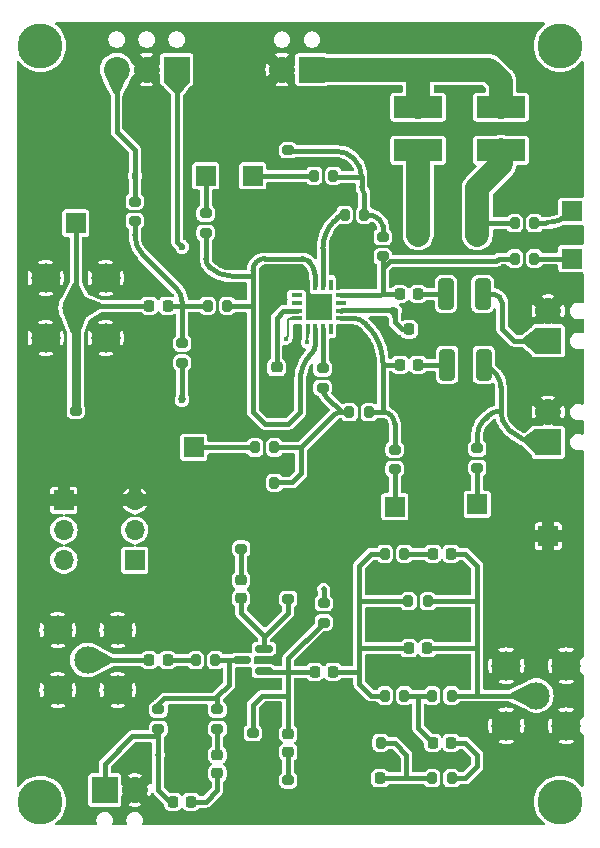
<source format=gbr>
%TF.GenerationSoftware,KiCad,Pcbnew,8.0.2*%
%TF.CreationDate,2024-10-27T20:41:51-03:00*%
%TF.ProjectId,LumiCom_Transmitter,4c756d69-436f-46d5-9f54-72616e736d69,rev?*%
%TF.SameCoordinates,Original*%
%TF.FileFunction,Copper,L1,Top*%
%TF.FilePolarity,Positive*%
%FSLAX46Y46*%
G04 Gerber Fmt 4.6, Leading zero omitted, Abs format (unit mm)*
G04 Created by KiCad (PCBNEW 8.0.2) date 2024-10-27 20:41:51*
%MOMM*%
%LPD*%
G01*
G04 APERTURE LIST*
G04 Aperture macros list*
%AMRoundRect*
0 Rectangle with rounded corners*
0 $1 Rounding radius*
0 $2 $3 $4 $5 $6 $7 $8 $9 X,Y pos of 4 corners*
0 Add a 4 corners polygon primitive as box body*
4,1,4,$2,$3,$4,$5,$6,$7,$8,$9,$2,$3,0*
0 Add four circle primitives for the rounded corners*
1,1,$1+$1,$2,$3*
1,1,$1+$1,$4,$5*
1,1,$1+$1,$6,$7*
1,1,$1+$1,$8,$9*
0 Add four rect primitives between the rounded corners*
20,1,$1+$1,$2,$3,$4,$5,0*
20,1,$1+$1,$4,$5,$6,$7,0*
20,1,$1+$1,$6,$7,$8,$9,0*
20,1,$1+$1,$8,$9,$2,$3,0*%
G04 Aperture macros list end*
%TA.AperFunction,SMDPad,CuDef*%
%ADD10RoundRect,0.200000X-0.275000X0.200000X-0.275000X-0.200000X0.275000X-0.200000X0.275000X0.200000X0*%
%TD*%
%TA.AperFunction,SMDPad,CuDef*%
%ADD11RoundRect,0.225000X-0.225000X-0.250000X0.225000X-0.250000X0.225000X0.250000X-0.225000X0.250000X0*%
%TD*%
%TA.AperFunction,SMDPad,CuDef*%
%ADD12RoundRect,0.200000X0.275000X-0.200000X0.275000X0.200000X-0.275000X0.200000X-0.275000X-0.200000X0*%
%TD*%
%TA.AperFunction,SMDPad,CuDef*%
%ADD13RoundRect,0.200000X0.200000X0.275000X-0.200000X0.275000X-0.200000X-0.275000X0.200000X-0.275000X0*%
%TD*%
%TA.AperFunction,ComponentPad*%
%ADD14C,3.800000*%
%TD*%
%TA.AperFunction,SMDPad,CuDef*%
%ADD15RoundRect,0.200000X-0.200000X-0.275000X0.200000X-0.275000X0.200000X0.275000X-0.200000X0.275000X0*%
%TD*%
%TA.AperFunction,SMDPad,CuDef*%
%ADD16RoundRect,0.225000X-0.250000X0.225000X-0.250000X-0.225000X0.250000X-0.225000X0.250000X0.225000X0*%
%TD*%
%TA.AperFunction,ComponentPad*%
%ADD17R,1.700000X1.700000*%
%TD*%
%TA.AperFunction,ComponentPad*%
%ADD18O,1.700000X1.700000*%
%TD*%
%TA.AperFunction,SMDPad,CuDef*%
%ADD19R,0.330200X0.965200*%
%TD*%
%TA.AperFunction,SMDPad,CuDef*%
%ADD20R,0.965200X0.330200*%
%TD*%
%TA.AperFunction,SMDPad,CuDef*%
%ADD21R,2.260600X2.260600*%
%TD*%
%TA.AperFunction,ComponentPad*%
%ADD22R,2.200000X2.200000*%
%TD*%
%TA.AperFunction,ComponentPad*%
%ADD23C,2.200000*%
%TD*%
%TA.AperFunction,SMDPad,CuDef*%
%ADD24RoundRect,0.225000X0.225000X0.250000X-0.225000X0.250000X-0.225000X-0.250000X0.225000X-0.250000X0*%
%TD*%
%TA.AperFunction,SMDPad,CuDef*%
%ADD25RoundRect,0.225000X0.250000X-0.225000X0.250000X0.225000X-0.250000X0.225000X-0.250000X-0.225000X0*%
%TD*%
%TA.AperFunction,SMDPad,CuDef*%
%ADD26RoundRect,0.218750X0.218750X0.256250X-0.218750X0.256250X-0.218750X-0.256250X0.218750X-0.256250X0*%
%TD*%
%TA.AperFunction,SMDPad,CuDef*%
%ADD27RoundRect,0.150000X0.587500X0.150000X-0.587500X0.150000X-0.587500X-0.150000X0.587500X-0.150000X0*%
%TD*%
%TA.AperFunction,SMDPad,CuDef*%
%ADD28R,4.100000X1.850000*%
%TD*%
%TA.AperFunction,SMDPad,CuDef*%
%ADD29RoundRect,0.218750X-0.218750X-0.256250X0.218750X-0.256250X0.218750X0.256250X-0.218750X0.256250X0*%
%TD*%
%TA.AperFunction,ComponentPad*%
%ADD30C,2.325000*%
%TD*%
%TA.AperFunction,ComponentPad*%
%ADD31C,2.475000*%
%TD*%
%TA.AperFunction,SMDPad,CuDef*%
%ADD32RoundRect,0.250000X-0.400000X-1.075000X0.400000X-1.075000X0.400000X1.075000X-0.400000X1.075000X0*%
%TD*%
%TA.AperFunction,SMDPad,CuDef*%
%ADD33RoundRect,0.218750X0.256250X-0.218750X0.256250X0.218750X-0.256250X0.218750X-0.256250X-0.218750X0*%
%TD*%
%TA.AperFunction,ViaPad*%
%ADD34C,0.400000*%
%TD*%
%TA.AperFunction,ViaPad*%
%ADD35C,0.600000*%
%TD*%
%TA.AperFunction,ViaPad*%
%ADD36C,0.800000*%
%TD*%
%TA.AperFunction,ViaPad*%
%ADD37C,0.500000*%
%TD*%
%TA.AperFunction,Conductor*%
%ADD38C,0.400000*%
%TD*%
%TA.AperFunction,Conductor*%
%ADD39C,0.800000*%
%TD*%
%TA.AperFunction,Conductor*%
%ADD40C,2.000000*%
%TD*%
%TA.AperFunction,Conductor*%
%ADD41C,0.200000*%
%TD*%
G04 APERTURE END LIST*
D10*
%TO.P,R29,1*%
%TO.N,Net-(Q1-C)*%
X13000000Y10825000D03*
%TO.P,R29,2*%
%TO.N,Net-(J10-Pin_1)*%
X13000000Y9175000D03*
%TD*%
D11*
%TO.P,C10,1*%
%TO.N,Net-(U1-OUTB)*%
X33450000Y40000000D03*
%TO.P,C10,2*%
%TO.N,Net-(C10-Pad2)*%
X35000000Y40000000D03*
%TD*%
D10*
%TO.P,R12,1*%
%TO.N,Net-(R10-Pad2)*%
X32000000Y50825000D03*
%TO.P,R12,2*%
%TO.N,Net-(U1-OUTA)*%
X32000000Y49175000D03*
%TD*%
D11*
%TO.P,C9,1*%
%TO.N,Net-(U1-OUTA)*%
X33425000Y46000000D03*
%TO.P,C9,2*%
%TO.N,Net-(C9-Pad2)*%
X34975000Y46000000D03*
%TD*%
D10*
%TO.P,R32,1*%
%TO.N,GND*%
X20000000Y26075000D03*
%TO.P,R32,2*%
%TO.N,Net-(C16-Pad1)*%
X20000000Y24425000D03*
%TD*%
D12*
%TO.P,R27,1*%
%TO.N,Net-(Q1-B)*%
X27000000Y18175000D03*
%TO.P,R27,2*%
%TO.N,Net-(J10-Pin_1)*%
X27000000Y19825000D03*
%TD*%
D13*
%TO.P,R13,1*%
%TO.N,Net-(R13-Pad1)*%
X44825000Y49000000D03*
%TO.P,R13,2*%
%TO.N,Net-(U1-OUTA)*%
X43175000Y49000000D03*
%TD*%
D14*
%TO.P,H2,1*%
%TO.N,N/C*%
X47000000Y3000000D03*
%TD*%
%TO.P,H1,1*%
%TO.N,N/C*%
X3000000Y67000000D03*
%TD*%
D12*
%TO.P,R8,1*%
%TO.N,Net-(R11-Pad2)*%
X26900000Y38050000D03*
%TO.P,R8,2*%
%TO.N,Net-(U1-INB-)*%
X26900000Y39700000D03*
%TD*%
D15*
%TO.P,R23,1*%
%TO.N,Net-(C12-Pad2)*%
X32175000Y24000000D03*
%TO.P,R23,2*%
%TO.N,Net-(L5-Pad2)*%
X33825000Y24000000D03*
%TD*%
D12*
%TO.P,R28,1*%
%TO.N,GND*%
X21000000Y7175000D03*
%TO.P,R28,2*%
%TO.N,Net-(Q1-B)*%
X21000000Y8825000D03*
%TD*%
D16*
%TO.P,C16,1*%
%TO.N,Net-(C16-Pad1)*%
X20000000Y21775000D03*
%TO.P,C16,2*%
%TO.N,Net-(Q1-E)*%
X20000000Y20225000D03*
%TD*%
D13*
%TO.P,R20,1*%
%TO.N,Net-(J6-In)*%
X37825000Y12000000D03*
%TO.P,R20,2*%
%TO.N,Net-(L6-Pad1)*%
X36175000Y12000000D03*
%TD*%
D10*
%TO.P,R10,1*%
%TO.N,GND*%
X24000000Y59825000D03*
%TO.P,R10,2*%
%TO.N,Net-(R10-Pad2)*%
X24000000Y58175000D03*
%TD*%
D17*
%TO.P,J8,1,Pin_1*%
%TO.N,GND*%
X5000000Y28540000D03*
D18*
%TO.P,J8,2,Pin_2*%
%TO.N,Net-(J8-Pin_2)*%
X5000000Y26000000D03*
%TO.P,J8,3,Pin_3*%
%TO.N,VCC*%
X5000000Y23460000D03*
%TD*%
D10*
%TO.P,R31,1*%
%TO.N,Net-(Q1-C)*%
X18000000Y10825000D03*
%TO.P,R31,2*%
%TO.N,Net-(L7-Pad2)*%
X18000000Y9175000D03*
%TD*%
D13*
%TO.P,R19,1*%
%TO.N,Net-(R19-Pad1)*%
X44825000Y52000000D03*
%TO.P,R19,2*%
%TO.N,Net-(J5-Pin_1)*%
X43175000Y52000000D03*
%TD*%
D12*
%TO.P,R18,1*%
%TO.N,Net-(R18-Pad1)*%
X40000000Y31275000D03*
%TO.P,R18,2*%
%TO.N,Net-(J4-Pin_1)*%
X40000000Y32925000D03*
%TD*%
D19*
%TO.P,U1,1,NC*%
%TO.N,unconnected-(U1-NC-Pad1)*%
X27574999Y46794850D03*
%TO.P,U1,2,INA-*%
%TO.N,Net-(U1-INA-)*%
X26925001Y46794850D03*
%TO.P,U1,3,INA+*%
%TO.N,Net-(U1-INA+)*%
X26274999Y46794850D03*
%TO.P,U1,4,GND*%
%TO.N,GND*%
X25625001Y46794850D03*
D20*
%TO.P,U1,5,NC*%
%TO.N,unconnected-(U1-NC-Pad5)*%
X24707700Y45877549D03*
%TO.P,U1,6,NC*%
%TO.N,unconnected-(U1-NC-Pad6)*%
X24707700Y45227551D03*
%TO.P,U1,7,VS-*%
%TO.N,VEE*%
X24707700Y44577549D03*
%TO.P,U1,8,A0*%
%TO.N,Net-(J8-Pin_2)*%
X24707700Y43927551D03*
D19*
%TO.P,U1,9,A1*%
%TO.N,Net-(J9-Pin_2)*%
X25625001Y43010250D03*
%TO.P,U1,10,INB+*%
%TO.N,Net-(U1-INA+)*%
X26274999Y43010250D03*
%TO.P,U1,11,INB-*%
%TO.N,Net-(U1-INB-)*%
X26925001Y43010250D03*
%TO.P,U1,12,NC*%
%TO.N,unconnected-(U1-NC-Pad12)*%
X27574999Y43010250D03*
D20*
%TO.P,U1,13,OUTB*%
%TO.N,Net-(U1-OUTB)*%
X28492300Y43927551D03*
%TO.P,U1,14,VS+*%
%TO.N,VCC*%
X28492300Y44577549D03*
%TO.P,U1,15,NC*%
%TO.N,unconnected-(U1-NC-Pad15)*%
X28492300Y45227551D03*
%TO.P,U1,16,OUTA*%
%TO.N,Net-(U1-OUTA)*%
X28492300Y45877549D03*
D21*
%TO.P,U1,17,EPAD*%
%TO.N,GND*%
X26600000Y44902550D03*
%TD*%
D13*
%TO.P,R9,1*%
%TO.N,Net-(R10-Pad2)*%
X30425000Y52700000D03*
%TO.P,R9,2*%
%TO.N,Net-(U1-INA-)*%
X28775000Y52700000D03*
%TD*%
D10*
%TO.P,R1,1*%
%TO.N,Net-(J3-In)*%
X6000000Y36125000D03*
%TO.P,R1,2*%
%TO.N,GND*%
X6000000Y34475000D03*
%TD*%
D13*
%TO.P,R5,1*%
%TO.N,Net-(R11-Pad2)*%
X22825000Y33000000D03*
%TO.P,R5,2*%
%TO.N,Net-(R5-Pad2)*%
X21175000Y33000000D03*
%TD*%
D22*
%TO.P,J2,1,Pin_1*%
%TO.N,Vanode*%
X26000000Y65000000D03*
D23*
%TO.P,J2,2,Pin_2*%
%TO.N,GND*%
X23460000Y65000000D03*
%TD*%
D22*
%TO.P,J4,1,Pin_1*%
%TO.N,Net-(J4-Pin_1)*%
X46000000Y33460000D03*
D23*
%TO.P,J4,2,Pin_2*%
%TO.N,GND*%
X46000000Y36000000D03*
%TD*%
D24*
%TO.P,C12,1*%
%TO.N,Net-(J6-In)*%
X35775000Y16000000D03*
%TO.P,C12,2*%
%TO.N,Net-(C12-Pad2)*%
X34225000Y16000000D03*
%TD*%
D17*
%TO.P,TP3,1,1*%
%TO.N,Net-(R6-Pad2)*%
X21000000Y56000000D03*
%TD*%
D14*
%TO.P,H4,1*%
%TO.N,N/C*%
X3000000Y3000000D03*
%TD*%
D15*
%TO.P,R21,1*%
%TO.N,Net-(C12-Pad2)*%
X34175000Y20000000D03*
%TO.P,R21,2*%
%TO.N,Net-(J6-In)*%
X35825000Y20000000D03*
%TD*%
D17*
%TO.P,TP1,1,1*%
%TO.N,Net-(J3-In)*%
X6000000Y52000000D03*
%TD*%
%TO.P,TP4,1,1*%
%TO.N,Net-(R7-Pad1)*%
X17000000Y56000000D03*
%TD*%
D11*
%TO.P,C11,1*%
%TO.N,GND*%
X30225000Y5000000D03*
%TO.P,C11,2*%
%TO.N,Net-(C11-Pad2)*%
X31775000Y5000000D03*
%TD*%
D17*
%TO.P,TP8,1,1*%
%TO.N,Net-(R19-Pad1)*%
X48000000Y53000000D03*
%TD*%
D25*
%TO.P,C14,1*%
%TO.N,Net-(C14-Pad1)*%
X24000000Y7225000D03*
%TO.P,C14,2*%
%TO.N,Net-(Q1-B)*%
X24000000Y8775000D03*
%TD*%
D13*
%TO.P,R6,1*%
%TO.N,Net-(R10-Pad2)*%
X27825000Y56000000D03*
%TO.P,R6,2*%
%TO.N,Net-(R6-Pad2)*%
X26175000Y56000000D03*
%TD*%
D26*
%TO.P,L5,1*%
%TO.N,Net-(J6-In)*%
X37787500Y24000000D03*
%TO.P,L5,2*%
%TO.N,Net-(L5-Pad2)*%
X36212500Y24000000D03*
%TD*%
D15*
%TO.P,R33,1*%
%TO.N,Net-(C17-Pad1)*%
X16175000Y15000000D03*
%TO.P,R33,2*%
%TO.N,Net-(Q1-C)*%
X17825000Y15000000D03*
%TD*%
D14*
%TO.P,H3,1*%
%TO.N,N/C*%
X47000000Y67000000D03*
%TD*%
D17*
%TO.P,TP6,1,1*%
%TO.N,Net-(R15-Pad1)*%
X33000000Y28000000D03*
%TD*%
D27*
%TO.P,Q1,1,B*%
%TO.N,Net-(Q1-B)*%
X21937500Y14050000D03*
%TO.P,Q1,2,E*%
%TO.N,Net-(Q1-E)*%
X21937500Y15950000D03*
%TO.P,Q1,3,C*%
%TO.N,Net-(Q1-C)*%
X20062500Y15000000D03*
%TD*%
D25*
%TO.P,C3,1*%
%TO.N,GND*%
X23000000Y38225000D03*
%TO.P,C3,2*%
%TO.N,VEE*%
X23000000Y39775000D03*
%TD*%
D12*
%TO.P,R15,1*%
%TO.N,Net-(R15-Pad1)*%
X33000000Y31175000D03*
%TO.P,R15,2*%
%TO.N,Net-(U1-OUTB)*%
X33000000Y32825000D03*
%TD*%
D13*
%TO.P,R22,1*%
%TO.N,Net-(L6-Pad2)*%
X37825000Y5000000D03*
%TO.P,R22,2*%
%TO.N,Net-(C11-Pad2)*%
X36175000Y5000000D03*
%TD*%
D17*
%TO.P,J9,1,Pin_1*%
%TO.N,VCC*%
X11000000Y23460000D03*
D18*
%TO.P,J9,2,Pin_2*%
%TO.N,Net-(J9-Pin_2)*%
X11000000Y26000000D03*
%TO.P,J9,3,Pin_3*%
%TO.N,GND*%
X11000000Y28540000D03*
%TD*%
D15*
%TO.P,R14,1*%
%TO.N,Net-(R11-Pad2)*%
X29175000Y36000000D03*
%TO.P,R14,2*%
%TO.N,Net-(U1-OUTB)*%
X30825000Y36000000D03*
%TD*%
D28*
%TO.P,L4,1*%
%TO.N,Net-(J5-Pin_1)*%
X42000000Y58175000D03*
%TO.P,L4,2*%
%TO.N,Vanode*%
X42000000Y61825000D03*
%TD*%
D24*
%TO.P,C13,1*%
%TO.N,Net-(C12-Pad2)*%
X27775000Y14000000D03*
%TO.P,C13,2*%
%TO.N,Net-(Q1-B)*%
X26225000Y14000000D03*
%TD*%
D22*
%TO.P,J10,1,Pin_1*%
%TO.N,Net-(J10-Pin_1)*%
X8460000Y4000000D03*
D23*
%TO.P,J10,2,Pin_2*%
%TO.N,GND*%
X11000000Y4000000D03*
%TD*%
D24*
%TO.P,C15,1*%
%TO.N,Net-(C15-Pad1)*%
X15775000Y3000000D03*
%TO.P,C15,2*%
%TO.N,Net-(J10-Pin_1)*%
X14225000Y3000000D03*
%TD*%
D28*
%TO.P,L3,1*%
%TO.N,Net-(J4-Pin_1)*%
X35000000Y58175000D03*
%TO.P,L3,2*%
%TO.N,Vanode*%
X35000000Y61825000D03*
%TD*%
D13*
%TO.P,R25,1*%
%TO.N,Net-(C11-Pad2)*%
X31825000Y8000000D03*
%TO.P,R25,2*%
%TO.N,GND*%
X30175000Y8000000D03*
%TD*%
D29*
%TO.P,L6,1*%
%TO.N,Net-(L6-Pad1)*%
X36212500Y8000000D03*
%TO.P,L6,2*%
%TO.N,Net-(L6-Pad2)*%
X37787500Y8000000D03*
%TD*%
D22*
%TO.P,J1,1,Pin_1*%
%TO.N,VEE*%
X14540000Y65000000D03*
D23*
%TO.P,J1,2,Pin_2*%
%TO.N,GND*%
X12000000Y65000000D03*
%TO.P,J1,3,Pin_3*%
%TO.N,VCC*%
X9460000Y65000000D03*
%TD*%
D13*
%TO.P,R24,1*%
%TO.N,Net-(L6-Pad1)*%
X33825000Y12000000D03*
%TO.P,R24,2*%
%TO.N,Net-(C12-Pad2)*%
X32175000Y12000000D03*
%TD*%
D30*
%TO.P,J6,1,In*%
%TO.N,Net-(J6-In)*%
X45000000Y12000000D03*
D31*
%TO.P,J6,2,Ext*%
%TO.N,GND*%
X42460000Y9460000D03*
X47540000Y9460000D03*
X42460000Y14540000D03*
X47540000Y14540000D03*
%TD*%
D10*
%TO.P,R7,1*%
%TO.N,Net-(R7-Pad1)*%
X17000000Y52825000D03*
%TO.P,R7,2*%
%TO.N,Net-(U1-INA+)*%
X17000000Y51175000D03*
%TD*%
D17*
%TO.P,TP2,1,1*%
%TO.N,Net-(R5-Pad2)*%
X16000000Y33000000D03*
%TD*%
D24*
%TO.P,C17,1*%
%TO.N,Net-(C17-Pad1)*%
X13775000Y15000000D03*
%TO.P,C17,2*%
%TO.N,Net-(J7-In)*%
X12225000Y15000000D03*
%TD*%
D10*
%TO.P,R3,1*%
%TO.N,Net-(C5-Pad2)*%
X15000000Y41825000D03*
%TO.P,R3,2*%
%TO.N,VEE*%
X15000000Y40175000D03*
%TD*%
D11*
%TO.P,C1,1*%
%TO.N,VCC*%
X34225000Y43000000D03*
%TO.P,C1,2*%
%TO.N,GND*%
X35775000Y43000000D03*
%TD*%
D32*
%TO.P,R17,1*%
%TO.N,Net-(C10-Pad2)*%
X37450000Y40000000D03*
%TO.P,R17,2*%
%TO.N,Net-(J4-Pin_1)*%
X40550000Y40000000D03*
%TD*%
D17*
%TO.P,TP5,1,1*%
%TO.N,Net-(R13-Pad1)*%
X48000000Y49000000D03*
%TD*%
%TO.P,TP7,1,1*%
%TO.N,Net-(R18-Pad1)*%
X40000000Y28200000D03*
%TD*%
D22*
%TO.P,J5,1,Pin_1*%
%TO.N,Net-(J5-Pin_1)*%
X46000000Y42030000D03*
D23*
%TO.P,J5,2,Pin_2*%
%TO.N,GND*%
X46000000Y44570000D03*
%TD*%
D15*
%TO.P,R4,1*%
%TO.N,Net-(C5-Pad2)*%
X17175000Y45000000D03*
%TO.P,R4,2*%
%TO.N,Net-(U1-INA+)*%
X18825000Y45000000D03*
%TD*%
D30*
%TO.P,J7,1,In*%
%TO.N,Net-(J7-In)*%
X7000000Y15000000D03*
D31*
%TO.P,J7,2,Ext*%
%TO.N,GND*%
X9540000Y17540000D03*
X4460000Y17540000D03*
X9540000Y12460000D03*
X4460000Y12460000D03*
%TD*%
D33*
%TO.P,L7,1*%
%TO.N,Net-(C15-Pad1)*%
X18000000Y5425000D03*
%TO.P,L7,2*%
%TO.N,Net-(L7-Pad2)*%
X18000000Y7000000D03*
%TD*%
D10*
%TO.P,R30,1*%
%TO.N,GND*%
X24000000Y21825000D03*
%TO.P,R30,2*%
%TO.N,Net-(Q1-E)*%
X24000000Y20175000D03*
%TD*%
D17*
%TO.P,TP9,1,1*%
%TO.N,GND*%
X46000000Y25500000D03*
%TD*%
D15*
%TO.P,R11,1*%
%TO.N,GND*%
X21175000Y30000000D03*
%TO.P,R11,2*%
%TO.N,Net-(R11-Pad2)*%
X22825000Y30000000D03*
%TD*%
D10*
%TO.P,R2,1*%
%TO.N,VCC*%
X11000000Y53825000D03*
%TO.P,R2,2*%
%TO.N,Net-(C5-Pad2)*%
X11000000Y52175000D03*
%TD*%
D12*
%TO.P,R26,1*%
%TO.N,GND*%
X24000000Y3175000D03*
%TO.P,R26,2*%
%TO.N,Net-(C14-Pad1)*%
X24000000Y4825000D03*
%TD*%
D30*
%TO.P,J3,1,In*%
%TO.N,Net-(J3-In)*%
X6000000Y44800000D03*
D31*
%TO.P,J3,2,Ext*%
%TO.N,GND*%
X8540000Y47340000D03*
X3460000Y47340000D03*
X8540000Y42260000D03*
X3460000Y42260000D03*
%TD*%
D11*
%TO.P,C5,1*%
%TO.N,Net-(J3-In)*%
X12225000Y45000000D03*
%TO.P,C5,2*%
%TO.N,Net-(C5-Pad2)*%
X13775000Y45000000D03*
%TD*%
D32*
%TO.P,R16,1*%
%TO.N,Net-(C9-Pad2)*%
X37350000Y46000000D03*
%TO.P,R16,2*%
%TO.N,Net-(J5-Pin_1)*%
X40450000Y46000000D03*
%TD*%
D34*
%TO.N,GND*%
X36000000Y27000000D03*
X4000000Y53000000D03*
X14000000Y19000000D03*
X44000000Y5000000D03*
X44000000Y7000000D03*
X6000000Y61000000D03*
X14000000Y49000000D03*
X10000000Y35000000D03*
X34000000Y37000000D03*
X36000000Y67000000D03*
X26600000Y44900000D03*
X4000000Y31000000D03*
X26000000Y11000000D03*
X42000000Y21000000D03*
X48000000Y57000000D03*
X42000000Y27000000D03*
X36000000Y35000000D03*
X26000000Y9000000D03*
X18000000Y17000000D03*
X20000000Y39000000D03*
X36000000Y37000000D03*
X10000000Y51000000D03*
X4000000Y63000000D03*
X28000000Y25000000D03*
X48000000Y31000000D03*
X6000000Y57000000D03*
X38000000Y3000000D03*
X48000000Y39000000D03*
X42000000Y67000000D03*
X30000000Y11000000D03*
X20000000Y59000000D03*
X16000000Y47000000D03*
X8000000Y59000000D03*
X4000000Y57000000D03*
X18000000Y49000000D03*
X16000000Y61000000D03*
X40000000Y3000000D03*
X14000000Y13000000D03*
X6000000Y59000000D03*
X22000000Y23000000D03*
X4000000Y37000000D03*
X12000000Y39000000D03*
X38000000Y57000000D03*
X26000000Y3000000D03*
X42000000Y17000000D03*
X20000000Y31000000D03*
X20000000Y51000000D03*
X8000000Y33000000D03*
X18000000Y31000000D03*
X16000000Y31000000D03*
X24000000Y37000000D03*
X18000000Y21000000D03*
X28000000Y29000000D03*
X16000000Y21000000D03*
X36000000Y29000000D03*
X26600000Y44200000D03*
X2000000Y13000000D03*
X10000000Y57000000D03*
X42000000Y3000000D03*
X12000000Y21000000D03*
X42000000Y23000000D03*
X20000000Y5000000D03*
X26000000Y45500000D03*
X4000000Y9000000D03*
X30000000Y47000000D03*
X28000000Y7000000D03*
X26000000Y25000000D03*
X34000000Y3000000D03*
X12000000Y35000000D03*
X6000000Y21000000D03*
X36000000Y3000000D03*
X24000000Y27000000D03*
X2000000Y11000000D03*
X4000000Y39000000D03*
X26000000Y35000000D03*
X44000000Y17000000D03*
X20000000Y49000000D03*
X38000000Y67000000D03*
X44000000Y31000000D03*
X16000000Y13000000D03*
X8000000Y35000000D03*
X4000000Y35000000D03*
X14000000Y29000000D03*
X8000000Y55000000D03*
X10000000Y41000000D03*
X46000000Y39000000D03*
X28000000Y5000000D03*
X16000000Y17000000D03*
X38000000Y27000000D03*
X22000000Y47000000D03*
X2000000Y15000000D03*
X18000000Y29000000D03*
X30000000Y25000000D03*
X48000000Y17000000D03*
X2000000Y25000000D03*
X16000000Y27000000D03*
X18000000Y19000000D03*
X4000000Y61000000D03*
D35*
X23000000Y37000000D03*
D34*
X30000000Y41000000D03*
X24000000Y29000000D03*
X26000000Y31000000D03*
X26000000Y23000000D03*
X22000000Y45000000D03*
X42000000Y5000000D03*
X46000000Y7000000D03*
X14000000Y31000000D03*
X20000000Y37000000D03*
D35*
X19000000Y30000000D03*
D34*
X2000000Y7000000D03*
X6000000Y67000000D03*
X8000000Y53000000D03*
X28000000Y11000000D03*
X16000000Y7000000D03*
X8000000Y21000000D03*
X32000000Y57000000D03*
X2000000Y9000000D03*
X14000000Y35000000D03*
X48000000Y63000000D03*
X8000000Y57000000D03*
X42000000Y25000000D03*
X30000000Y27000000D03*
X12000000Y37000000D03*
X2000000Y35000000D03*
X26000000Y44200000D03*
X10000000Y49000000D03*
X12000000Y31000000D03*
D36*
X6000000Y33000000D03*
D34*
X6000000Y31000000D03*
X26000000Y29000000D03*
X26000000Y44900000D03*
X22000000Y25000000D03*
X8000000Y61000000D03*
X18000000Y37000000D03*
X22000000Y5000000D03*
X2000000Y33000000D03*
X28000000Y41000000D03*
X14000000Y17000000D03*
X4000000Y33000000D03*
X8000000Y39000000D03*
X10000000Y55000000D03*
X18000000Y39000000D03*
X6000000Y65000000D03*
X2000000Y19000000D03*
X28000000Y23000000D03*
X27300000Y45500000D03*
X4000000Y7000000D03*
X2000000Y29000000D03*
X6000000Y63000000D03*
X42000000Y7000000D03*
X30000000Y31000000D03*
X12000000Y51000000D03*
X38000000Y35000000D03*
X20000000Y3000000D03*
X10000000Y33000000D03*
X42000000Y19000000D03*
X22000000Y51000000D03*
X22000000Y3000000D03*
X26000000Y5000000D03*
X38000000Y33000000D03*
X28000000Y3000000D03*
X22000000Y37000000D03*
X26600000Y45500000D03*
X26000000Y27000000D03*
X12000000Y43000000D03*
X2000000Y17000000D03*
X44000000Y39000000D03*
X30000000Y29000000D03*
X38000000Y53000000D03*
X38000000Y55000000D03*
X14000000Y21000000D03*
X4000000Y59000000D03*
X18000000Y35000000D03*
X8000000Y51000000D03*
X12000000Y41000000D03*
X36000000Y33000000D03*
X18000000Y59000000D03*
X10000000Y37000000D03*
X38000000Y31000000D03*
X8000000Y31000000D03*
X26000000Y7000000D03*
X30000000Y3000000D03*
X4000000Y21000000D03*
X16000000Y49000000D03*
X16000000Y5000000D03*
X2000000Y21000000D03*
X28000000Y49000000D03*
X34000000Y67000000D03*
X32000000Y55000000D03*
X40000000Y67000000D03*
X10000000Y21000000D03*
X12000000Y13000000D03*
X8000000Y37000000D03*
X16000000Y35000000D03*
D35*
X38000000Y43000000D03*
D34*
X12000000Y47000000D03*
X36000000Y31000000D03*
X14000000Y25000000D03*
X10000000Y31000000D03*
X24000000Y23000000D03*
X14000000Y27000000D03*
X28000000Y27000000D03*
X4000000Y51000000D03*
X46000000Y17000000D03*
X28000000Y9000000D03*
X32000000Y3000000D03*
X28000000Y31000000D03*
X2000000Y31000000D03*
X38000000Y29000000D03*
X18000000Y23000000D03*
X20000000Y35000000D03*
X10000000Y39000000D03*
X38000000Y51000000D03*
X16000000Y9000000D03*
X2000000Y27000000D03*
X24000000Y25000000D03*
X48000000Y60000000D03*
X27300000Y44200000D03*
X22000000Y27000000D03*
X27300000Y44900000D03*
X46000000Y31000000D03*
X4000000Y55000000D03*
X24000000Y51000000D03*
X16000000Y19000000D03*
X2000000Y23000000D03*
X12000000Y33000000D03*
%TO.N,VEE*%
X23000000Y43000000D03*
D35*
X15000000Y50000000D03*
X15000000Y37000000D03*
%TO.N,VCC*%
X11000000Y56000000D03*
X33000000Y44578549D03*
%TO.N,Net-(J5-Pin_1)*%
X40000000Y51000000D03*
X40000000Y53000000D03*
X40000000Y55000000D03*
X40000000Y52000000D03*
X40000000Y54000000D03*
%TO.N,Net-(J4-Pin_1)*%
X35000000Y51000000D03*
X35000000Y52000000D03*
X35000000Y53000000D03*
X35000000Y54000000D03*
X35000000Y55000000D03*
D34*
%TO.N,Net-(J9-Pin_2)*%
X25574999Y41900000D03*
%TO.N,Net-(J8-Pin_2)*%
X23800000Y42200000D03*
D37*
%TO.N,Net-(J10-Pin_1)*%
X27000000Y21000000D03*
X13000000Y7000000D03*
%TD*%
D38*
%TO.N,Net-(U1-INA+)*%
X21000000Y45000000D02*
X21000000Y42000000D01*
X21000000Y36000000D02*
X22000000Y35000000D01*
X21000000Y41000000D02*
X21000000Y36000000D01*
X23000000Y49000000D02*
X22039670Y49000000D01*
X22000000Y35000000D02*
X24000000Y35000000D01*
X26273275Y46796574D02*
X26274999Y46794850D01*
X25700000Y48800000D02*
X25749619Y48754370D01*
X24000000Y35000000D02*
X25000000Y36000000D01*
X17000000Y51087500D02*
X17000000Y49000017D01*
X22000000Y49000000D02*
X23000000Y49000000D01*
X21000000Y47500000D02*
X21000000Y48000000D01*
X23000000Y49000000D02*
X25217158Y49000000D01*
X17282843Y48317158D02*
X17300000Y48300000D01*
X21000000Y45000000D02*
X21000000Y47500000D01*
X19231362Y47500000D02*
X21000000Y47500000D01*
X26274999Y41663906D02*
X26274999Y43010250D01*
X26273275Y47603448D02*
X26273275Y46796574D01*
X21000000Y42000000D02*
X21000000Y41000000D01*
X25000000Y36000000D02*
X25000000Y38585787D01*
X18825000Y45000000D02*
X21000000Y45000000D01*
X25749619Y48754370D02*
G75*
G02*
X26273243Y47603446I-1282519J-1278070D01*
G01*
X26000000Y41000000D02*
G75*
G03*
X26274996Y41663906I-663900J663900D01*
G01*
X17000000Y49000017D02*
G75*
G03*
X17282839Y48317154I965700J-17D01*
G01*
X25000000Y38585787D02*
G75*
G02*
X25999996Y41000004I3414200J13D01*
G01*
X25217158Y49000000D02*
G75*
G02*
X25700013Y48800013I42J-682800D01*
G01*
X17300000Y48300000D02*
G75*
G03*
X19231362Y47499959I1931400J1931300D01*
G01*
X21000000Y48000000D02*
G75*
G02*
X22000000Y49000000I1000000J0D01*
G01*
%TO.N,GND*%
X21050000Y30000000D02*
X19000000Y30000000D01*
X35950000Y43000000D02*
X38000000Y43000000D01*
D39*
X6000000Y33000000D02*
X6000000Y34475000D01*
D38*
X23000000Y38050000D02*
X23000000Y37000000D01*
%TO.N,Net-(C5-Pad2)*%
X15000000Y45000000D02*
X15000000Y45337972D01*
X15000000Y45000000D02*
X17175000Y45000000D01*
X11000000Y52087500D02*
X11000000Y51000000D01*
X13775000Y45000000D02*
X15000000Y45000000D01*
X15000000Y41912500D02*
X15000000Y45000000D01*
X11707107Y49292893D02*
X14531876Y46468124D01*
X14531876Y46468124D02*
G75*
G02*
X14999973Y45337972I-1130176J-1130124D01*
G01*
X11000000Y51000000D02*
G75*
G03*
X11707110Y49292896I2414200J0D01*
G01*
%TO.N,Net-(J3-In)*%
X6000000Y44800000D02*
X6000000Y52000000D01*
D39*
X6000000Y44800000D02*
X6000000Y36125000D01*
D38*
X12225000Y45000000D02*
X6200000Y45000000D01*
X6200000Y45000000D02*
X6000000Y44800000D01*
%TO.N,Net-(R11-Pad2)*%
X24337500Y30037500D02*
X22912500Y30037500D01*
X29175000Y36000000D02*
X29000000Y36000000D01*
X27814621Y35714622D02*
X25100000Y33000000D01*
X28503586Y36000000D02*
X27215662Y37287924D01*
X25100000Y30800000D02*
X24337500Y30037500D01*
X25100000Y33000000D02*
X22825000Y33000000D01*
X25100000Y33000000D02*
X25100000Y30800000D01*
X29087500Y36000000D02*
X28503586Y36000000D01*
X28503586Y36000000D02*
G75*
G03*
X27814637Y35714606I14J-974300D01*
G01*
X27215662Y37287924D02*
G75*
G02*
X26899989Y38050000I762038J762076D01*
G01*
%TO.N,Net-(U1-OUTA)*%
X32000000Y48200000D02*
X32000000Y49087500D01*
X28492300Y45877549D02*
X31764735Y45877549D01*
X32000000Y48200000D02*
X32600000Y48800000D01*
X32025001Y46000000D02*
X33425000Y46000000D01*
X32000000Y48200000D02*
X32000000Y45974999D01*
X41800000Y49000000D02*
X43175000Y49000000D01*
X32600000Y48800000D02*
X41600000Y48800000D01*
X41600000Y48800000D02*
X41800000Y49000000D01*
X32000000Y45974999D02*
X32025001Y46000000D01*
X31764735Y45877549D02*
G75*
G03*
X31999990Y45975009I-35J332751D01*
G01*
%TO.N,Net-(R10-Pad2)*%
X30425000Y52700000D02*
X30425000Y54498224D01*
X32000000Y50825000D02*
X32000000Y51717158D01*
X31800000Y52200000D02*
X31670711Y52329289D01*
X30200000Y55041421D02*
X30200000Y55900000D01*
X30775736Y52700000D02*
X30425000Y52700000D01*
X24000000Y58087500D02*
X27987500Y58087500D01*
X30200000Y55900000D02*
X28012500Y55900000D01*
X30300000Y54800000D02*
G75*
G02*
X30200009Y55041421I241400J241400D01*
G01*
X27987500Y58087500D02*
G75*
G03*
X28000000Y58100000I0J12500D01*
G01*
X30200000Y55900000D02*
G75*
G03*
X28000000Y58100000I-2200000J0D01*
G01*
X31670711Y52329289D02*
G75*
G03*
X30775736Y52700021I-895011J-894989D01*
G01*
X28012500Y55900000D02*
G75*
G02*
X27912500Y56000000I0J100000D01*
G01*
X30425000Y54498224D02*
G75*
G03*
X30299993Y54799993I-426800J-24D01*
G01*
X32000000Y51717158D02*
G75*
G03*
X31800013Y52200013I-682800J42D01*
G01*
%TO.N,Net-(U1-OUTB)*%
X33450000Y40000000D02*
X32000000Y40000000D01*
X30912500Y36000000D02*
X32000000Y36000000D01*
X30697919Y43302082D02*
X30600000Y43400000D01*
X33000000Y32912500D02*
X33000000Y35000000D01*
X30600000Y43400000D02*
X30470711Y43529289D01*
X29616097Y43925777D02*
X28494074Y43925777D01*
X28494074Y43925777D02*
X28492300Y43927551D01*
X32000000Y40000000D02*
X32000000Y40158579D01*
X32000000Y36000000D02*
X32000000Y40000000D01*
X30470711Y43529289D02*
G75*
G03*
X29616097Y43925780I-973011J-977989D01*
G01*
X33000000Y35000000D02*
G75*
G03*
X32000000Y36000000I-1000000J0D01*
G01*
X32000000Y40158579D02*
G75*
G03*
X30697932Y43302095I-4445600J21D01*
G01*
%TO.N,VEE*%
X14600000Y50400000D02*
X14600000Y64940000D01*
X15000000Y37000000D02*
X15000000Y40087500D01*
X15000000Y50000000D02*
X14600000Y50400000D01*
X23000000Y44000000D02*
X23000000Y43000000D01*
X23000000Y39950000D02*
X23000000Y43000000D01*
X14600000Y64940000D02*
X14540000Y65000000D01*
X24707700Y44577549D02*
X23577549Y44577549D01*
X23577549Y44577549D02*
X23000000Y44000000D01*
%TO.N,VCC*%
X11000000Y53912500D02*
X11000000Y58212500D01*
X34050000Y43000000D02*
X33621999Y43000000D01*
X28514751Y44600000D02*
X28492300Y44577549D01*
X9460000Y59752500D02*
X9460000Y65000000D01*
X33000000Y43621999D02*
X33000000Y44600000D01*
X11000000Y58212500D02*
X9460000Y59752500D01*
X33000000Y44600000D02*
X28514751Y44600000D01*
X33621999Y43000000D02*
X33000000Y43621999D01*
%TO.N,Net-(C9-Pad2)*%
X34975000Y46000000D02*
X37350000Y46000000D01*
%TO.N,Net-(C10-Pad2)*%
X37450000Y40000000D02*
X35000000Y40000000D01*
%TO.N,Net-(C11-Pad2)*%
X35000000Y5000000D02*
X36175000Y5000000D01*
X34000000Y7000000D02*
X34000000Y5000000D01*
X33000000Y8000000D02*
X34000000Y7000000D01*
X31775000Y5000000D02*
X35000000Y5000000D01*
X31825000Y8000000D02*
X33000000Y8000000D01*
%TO.N,Net-(J6-In)*%
X37787500Y24000000D02*
X39000000Y24000000D01*
X40000000Y23000000D02*
X40000000Y20000000D01*
X40000000Y16000000D02*
X40000000Y12000000D01*
X39000000Y24000000D02*
X40000000Y23000000D01*
X40000000Y12000000D02*
X45000000Y12000000D01*
X37825000Y12000000D02*
X40000000Y12000000D01*
X40000000Y20000000D02*
X40000000Y16000000D01*
X35825000Y20000000D02*
X40000000Y20000000D01*
X35775000Y16000000D02*
X40000000Y16000000D01*
D40*
%TO.N,Vanode*%
X35000000Y61825000D02*
X35000000Y65000000D01*
X41000000Y65000000D02*
X42000000Y64000000D01*
X42000000Y64000000D02*
X42000000Y61825000D01*
X35000000Y65000000D02*
X37000000Y65000000D01*
X37000000Y65000000D02*
X41000000Y65000000D01*
X26000000Y65000000D02*
X37000000Y65000000D01*
D38*
%TO.N,Net-(C12-Pad2)*%
X34175000Y20000000D02*
X30000000Y20000000D01*
X30000000Y16000000D02*
X30000000Y20000000D01*
X30000000Y23000000D02*
X31000000Y24000000D01*
X31000000Y12000000D02*
X30000000Y13000000D01*
X30000000Y14000000D02*
X27775000Y14000000D01*
X30000000Y20000000D02*
X30000000Y23000000D01*
X32175000Y12000000D02*
X31000000Y12000000D01*
X31000000Y24000000D02*
X32175000Y24000000D01*
X34225000Y16000000D02*
X30000000Y16000000D01*
X30000000Y13000000D02*
X30000000Y16000000D01*
%TO.N,Net-(R6-Pad2)*%
X26087500Y56000000D02*
X21000000Y56000000D01*
%TO.N,Net-(R5-Pad2)*%
X21175000Y33000000D02*
X16000000Y33000000D01*
%TO.N,Net-(R13-Pad1)*%
X44912500Y49000000D02*
X48000000Y49000000D01*
%TO.N,Net-(R7-Pad1)*%
X17000000Y52912500D02*
X17000000Y56000000D01*
%TO.N,Net-(R15-Pad1)*%
X33000000Y28000000D02*
X33000000Y31087500D01*
%TO.N,Net-(U1-INA-)*%
X26925001Y49846145D02*
X26925001Y46794850D01*
X28134835Y52434835D02*
X27900000Y52200000D01*
X27900000Y52200000D02*
G75*
G03*
X26924983Y49846145I2353900J-2353900D01*
G01*
X28775000Y52700000D02*
G75*
G03*
X28134841Y52434829I0J-905300D01*
G01*
%TO.N,Net-(U1-INB-)*%
X26925001Y43010250D02*
X26925001Y39760357D01*
X26925001Y39760357D02*
G75*
G02*
X26899988Y39700012I-85401J43D01*
G01*
%TO.N,Net-(J5-Pin_1)*%
X41383452Y45998566D02*
X40451434Y45998566D01*
D40*
X42000000Y57000000D02*
X42000000Y58175000D01*
D38*
X40451434Y45998566D02*
X40450000Y46000000D01*
D40*
X40000000Y52000000D02*
X40000000Y53000000D01*
D38*
X42100000Y43054209D02*
X42100000Y45205325D01*
D40*
X40000000Y51000000D02*
X40000000Y52000000D01*
X40000000Y55000000D02*
X42000000Y57000000D01*
D38*
X43087500Y52000000D02*
X40000000Y52000000D01*
X43121912Y42032297D02*
X42100000Y43054209D01*
X46000000Y42030000D02*
X43168994Y42030000D01*
D40*
X40000000Y55000000D02*
X40000000Y51000000D01*
D38*
X43168994Y42030000D02*
X43121912Y42032297D01*
X42100000Y45205325D02*
G75*
G03*
X41383455Y45998597I-799400J-1825D01*
G01*
%TO.N,Net-(R18-Pad1)*%
X40000000Y31187500D02*
X40000000Y28200000D01*
%TO.N,Net-(R19-Pad1)*%
X44912500Y52000000D02*
X45757359Y52000000D01*
X45757359Y52000000D02*
G75*
G03*
X47878700Y52878660I41J3000000D01*
G01*
%TO.N,Net-(Q1-B)*%
X24000000Y12000000D02*
X24000000Y14000000D01*
X24000000Y8775000D02*
X24000000Y12000000D01*
X21000000Y8825000D02*
X21000000Y11200000D01*
X26225000Y14000000D02*
X24000000Y14000000D01*
X24000000Y15175000D02*
X24000000Y14000000D01*
X27000000Y18175000D02*
X24000000Y15175000D01*
X21987500Y14000000D02*
X21937500Y14050000D01*
X21800000Y12000000D02*
X24000000Y12000000D01*
X24000000Y14000000D02*
X21987500Y14000000D01*
X21000000Y11200000D02*
X21800000Y12000000D01*
%TO.N,Net-(C14-Pad1)*%
X24000000Y4825000D02*
X24000000Y7225000D01*
%TO.N,Net-(C15-Pad1)*%
X18000000Y4000000D02*
X18000000Y5425000D01*
X17000000Y3000000D02*
X18000000Y4000000D01*
X15775000Y3000000D02*
X17000000Y3000000D01*
%TO.N,Net-(C16-Pad1)*%
X20000000Y21775000D02*
X20000000Y24425000D01*
%TO.N,Net-(Q1-E)*%
X21937500Y17062500D02*
X20000000Y19000000D01*
X24000000Y19006250D02*
X24000000Y20175000D01*
X20000000Y19000000D02*
X20000000Y20225000D01*
X21937500Y16943750D02*
X24000000Y19006250D01*
X21937500Y15950000D02*
X21937500Y17062500D01*
X21937500Y15950000D02*
X21937500Y16943750D01*
%TO.N,Net-(C17-Pad1)*%
X16175000Y15000000D02*
X13775000Y15000000D01*
%TO.N,Net-(J7-In)*%
X12225000Y15000000D02*
X7000000Y15000000D01*
%TO.N,Net-(J4-Pin_1)*%
X42000000Y36100000D02*
X42000000Y36048528D01*
X40805026Y35605025D02*
X40600000Y35400000D01*
D40*
X35000000Y58000000D02*
X35000000Y53000000D01*
D38*
X40796931Y40000000D02*
X41593346Y39203585D01*
X45069360Y33460000D02*
X46000000Y33460000D01*
X40000000Y33992893D02*
X40000000Y32900000D01*
X42000000Y38092894D02*
X42000000Y36100000D01*
X42600000Y34600000D02*
X42800000Y34400000D01*
D40*
X35000000Y52000000D02*
X35000000Y51000000D01*
X35000000Y53000000D02*
X35000000Y52000000D01*
D38*
X40550000Y40000000D02*
X40796931Y40000000D01*
X40600000Y35400000D02*
X40570711Y35370711D01*
X42000000Y36100000D02*
G75*
G03*
X40805015Y35605036I0J-1690000D01*
G01*
X40570711Y35370711D02*
G75*
G03*
X39999997Y33992893I1377789J-1377811D01*
G01*
X42800000Y34400000D02*
G75*
G03*
X45069360Y33459984I2269400J2269400D01*
G01*
X42000000Y36048528D02*
G75*
G03*
X42599992Y34599992I2048500J-28D01*
G01*
X41593346Y39203585D02*
G75*
G02*
X41999979Y38092894I-1325846J-1115185D01*
G01*
%TO.N,Net-(L5-Pad2)*%
X36212500Y24000000D02*
X33825000Y24000000D01*
%TO.N,Net-(L6-Pad1)*%
X36212500Y8000000D02*
X35000000Y9212500D01*
X35000000Y12000000D02*
X36175000Y12000000D01*
X33825000Y12000000D02*
X35000000Y12000000D01*
X35000000Y9212500D02*
X35000000Y12000000D01*
%TO.N,Net-(L6-Pad2)*%
X40000000Y6000000D02*
X40000000Y7000000D01*
X37825000Y5000000D02*
X39000000Y5000000D01*
X39000000Y5000000D02*
X40000000Y6000000D01*
X40000000Y7000000D02*
X39000000Y8000000D01*
X39000000Y8000000D02*
X37787500Y8000000D01*
%TO.N,Net-(L7-Pad2)*%
X18000000Y7000000D02*
X18000000Y9175000D01*
%TO.N,Net-(Q1-C)*%
X13500000Y11750000D02*
X13000000Y11250000D01*
X13000000Y11250000D02*
X13000000Y10825000D01*
X19000000Y12925000D02*
X19000000Y15000000D01*
X17825000Y11750000D02*
X13500000Y11750000D01*
X18000000Y11575000D02*
X18000000Y11925000D01*
X18000000Y11925000D02*
X17825000Y11750000D01*
X20062500Y15000000D02*
X17825000Y15000000D01*
X19000000Y15000000D02*
X17825000Y15000000D01*
X18000000Y11925000D02*
X19000000Y12925000D01*
X18000000Y10825000D02*
X18000000Y11575000D01*
D41*
%TO.N,Net-(J9-Pin_2)*%
X25625001Y42325001D02*
X25625001Y43010250D01*
X25574999Y42274999D02*
X25625001Y42325001D01*
X25574999Y41900000D02*
X25574999Y42274999D01*
%TO.N,Net-(J8-Pin_2)*%
X24000000Y42400000D02*
X24000000Y43800000D01*
X23800000Y42200000D02*
X24000000Y42400000D01*
X24000000Y43800000D02*
X24127551Y43927551D01*
X24127551Y43927551D02*
X24707700Y43927551D01*
D38*
%TO.N,Net-(J10-Pin_1)*%
X13000000Y4000000D02*
X13000000Y7000000D01*
X14225000Y3000000D02*
X14000000Y3000000D01*
X13000000Y8540000D02*
X10770000Y8540000D01*
X14000000Y3000000D02*
X13000000Y4000000D01*
X13000000Y7000000D02*
X13000000Y8540000D01*
X10770000Y8540000D02*
X8460000Y6230000D01*
X8460000Y6230000D02*
X8460000Y4000000D01*
X27000000Y19825000D02*
X27000000Y21000000D01*
X13000000Y9175000D02*
X13000000Y8540000D01*
%TD*%
%TA.AperFunction,Conductor*%
%TO.N,Net-(J6-In)*%
G36*
X44416285Y12990539D02*
G01*
X44997488Y12005948D01*
X44998742Y11997081D01*
X44997488Y11994052D01*
X44416285Y11009462D01*
X44409128Y11004080D01*
X44400906Y11004981D01*
X42843897Y11796748D01*
X42838076Y11803553D01*
X42837500Y11807177D01*
X42837500Y12192824D01*
X42840927Y12201097D01*
X42843897Y12203253D01*
X44400906Y12995021D01*
X44409833Y12995715D01*
X44416285Y12990539D01*
G37*
%TD.AperFunction*%
%TD*%
%TA.AperFunction,Conductor*%
%TO.N,Net-(J3-In)*%
G36*
X6590613Y45803081D02*
G01*
X8119809Y45202915D01*
X8126259Y45196703D01*
X8127235Y45192024D01*
X8127235Y44806396D01*
X8123808Y44798123D01*
X8121852Y44796548D01*
X6667300Y43863580D01*
X6658486Y43861998D01*
X6651394Y43866725D01*
X6003270Y44793891D01*
X6001338Y44802635D01*
X6002731Y44806452D01*
X6225724Y45192024D01*
X6576214Y45798049D01*
X6583321Y45803493D01*
X6590613Y45803081D01*
G37*
%TD.AperFunction*%
%TD*%
%TA.AperFunction,Conductor*%
%TO.N,GND*%
G36*
X38001000Y43000000D02*
G01*
X38000000Y42700000D01*
X37400000Y42800000D01*
X37400000Y43200000D01*
X38000000Y43300000D01*
X38001000Y43000000D01*
G37*
%TD.AperFunction*%
%TD*%
%TA.AperFunction,Conductor*%
%TO.N,VEE*%
G36*
X14548002Y64992383D02*
G01*
X14548805Y64991605D01*
X15565039Y63907266D01*
X15568196Y63898887D01*
X15565764Y63892117D01*
X14803513Y62904551D01*
X14795745Y62900096D01*
X14794251Y62900000D01*
X14405499Y62900000D01*
X14397226Y62903427D01*
X14396491Y62904233D01*
X13577413Y63892306D01*
X13574772Y63900862D01*
X13577638Y63907503D01*
X14531490Y64991331D01*
X14539527Y64995276D01*
X14548002Y64992383D01*
G37*
%TD.AperFunction*%
%TD*%
%TA.AperFunction,Conductor*%
%TO.N,Net-(J4-Pin_1)*%
G36*
X44907264Y34552740D02*
G01*
X45991755Y33468853D01*
X45995184Y33460581D01*
X45991759Y33452307D01*
X45990852Y33451490D01*
X44907678Y32573330D01*
X44899094Y32570781D01*
X44892580Y32573636D01*
X43895277Y33451490D01*
X43865055Y33478092D01*
X43861110Y33486129D01*
X43861742Y33490732D01*
X43990105Y33857564D01*
X43994014Y33862972D01*
X44891861Y34553739D01*
X44900505Y34556067D01*
X44907264Y34552740D01*
G37*
%TD.AperFunction*%
%TD*%
%TA.AperFunction,Conductor*%
%TO.N,Net-(J5-Pin_1)*%
G36*
X44907384Y43023293D02*
G01*
X45991464Y42038661D01*
X45995285Y42030562D01*
X45992259Y42022134D01*
X45991464Y42021339D01*
X44907384Y41036708D01*
X44898956Y41033682D01*
X44892209Y41036233D01*
X43904391Y41826488D01*
X43900072Y41834332D01*
X43900000Y41835624D01*
X43900000Y42224377D01*
X43903427Y42232650D01*
X43904391Y42233513D01*
X44892210Y43023769D01*
X44900810Y43026260D01*
X44907384Y43023293D01*
G37*
%TD.AperFunction*%
%TD*%
%TA.AperFunction,Conductor*%
%TO.N,Net-(J9-Pin_2)*%
G36*
X25635503Y42980192D02*
G01*
X25636074Y42978816D01*
X25788711Y42531720D01*
X25788522Y42523648D01*
X25727922Y42369958D01*
X25721700Y42363519D01*
X25717038Y42362550D01*
X25532964Y42362550D01*
X25524691Y42365977D01*
X25522080Y42369958D01*
X25461479Y42523648D01*
X25461290Y42531720D01*
X25613928Y42978816D01*
X25619845Y42985538D01*
X25628781Y42986109D01*
X25635503Y42980192D01*
G37*
%TD.AperFunction*%
%TD*%
%TA.AperFunction,Conductor*%
%TO.N,GND*%
G36*
X19600000Y30200000D02*
G01*
X19600000Y29800000D01*
X19000000Y29700000D01*
X18999000Y30000000D01*
X19000000Y30300000D01*
X19600000Y30200000D01*
G37*
%TD.AperFunction*%
%TD*%
%TA.AperFunction,Conductor*%
%TO.N,Net-(J8-Pin_2)*%
G36*
X24668212Y43938930D02*
G01*
X24671192Y43938139D01*
X24678309Y43932704D01*
X24679498Y43923829D01*
X24674063Y43916712D01*
X24671987Y43915764D01*
X24230371Y43764260D01*
X24221433Y43764817D01*
X24220373Y43765405D01*
X24151622Y43808371D01*
X24149550Y43810020D01*
X24020640Y43938930D01*
X24017213Y43947203D01*
X24020640Y43955476D01*
X24023753Y43957704D01*
X24221172Y44054652D01*
X24229330Y44055457D01*
X24668212Y43938930D01*
G37*
%TD.AperFunction*%
%TD*%
%TA.AperFunction,Conductor*%
%TO.N,VEE*%
G36*
X15198362Y37596573D02*
G01*
X15201630Y37590223D01*
X15297737Y37013578D01*
X15295717Y37004855D01*
X15288119Y37000114D01*
X15286235Y36999955D01*
X15000039Y36999001D01*
X14999961Y36999001D01*
X14713764Y36999955D01*
X14705502Y37003409D01*
X14702103Y37011694D01*
X14702260Y37013566D01*
X14798370Y37590225D01*
X14803111Y37597821D01*
X14809911Y37600000D01*
X15190089Y37600000D01*
X15198362Y37596573D01*
G37*
%TD.AperFunction*%
%TD*%
%TA.AperFunction,Conductor*%
%TO.N,Net-(J7-In)*%
G36*
X7599093Y15995020D02*
G01*
X9156103Y15203253D01*
X9161924Y15196448D01*
X9162500Y15192824D01*
X9162500Y14807177D01*
X9159073Y14798904D01*
X9156103Y14796748D01*
X7599093Y14004981D01*
X7590166Y14004286D01*
X7583715Y14009462D01*
X7002510Y14994053D01*
X7001257Y15002919D01*
X7002511Y15005948D01*
X7118980Y15203253D01*
X7583716Y15990541D01*
X7590871Y15995921D01*
X7599093Y15995020D01*
G37*
%TD.AperFunction*%
%TD*%
%TA.AperFunction,Conductor*%
%TO.N,VCC*%
G36*
X9464737Y64998886D02*
G01*
X10448983Y64559620D01*
X10455142Y64553119D01*
X10454899Y64544168D01*
X10454749Y64543843D01*
X9663194Y62906607D01*
X9656507Y62900651D01*
X9652660Y62900000D01*
X9267340Y62900000D01*
X9259067Y62903427D01*
X9256806Y62906607D01*
X8465250Y64543843D01*
X8464735Y64552783D01*
X8470691Y64559470D01*
X8470977Y64559603D01*
X9455234Y64998874D01*
X9464183Y64999116D01*
X9464737Y64998886D01*
G37*
%TD.AperFunction*%
%TD*%
%TA.AperFunction,Conductor*%
%TO.N,Net-(J3-In)*%
G36*
X6005702Y44797815D02*
G01*
X6991197Y44247291D01*
X6996747Y44240266D01*
X6996434Y44232941D01*
X6402859Y42662724D01*
X6396728Y42656197D01*
X6391915Y42655161D01*
X5608085Y42655161D01*
X5599812Y42658588D01*
X5597141Y42662724D01*
X5003565Y44232941D01*
X5003845Y44241891D01*
X5008800Y44247290D01*
X5994295Y44797814D01*
X6003188Y44798856D01*
X6005702Y44797815D01*
G37*
%TD.AperFunction*%
%TD*%
%TA.AperFunction,Conductor*%
%TO.N,VCC*%
G36*
X33286235Y44578595D02*
G01*
X33294497Y44575141D01*
X33297896Y44566856D01*
X33297737Y44564972D01*
X33201630Y43988326D01*
X33196889Y43980728D01*
X33190089Y43978549D01*
X32809911Y43978549D01*
X32801638Y43981976D01*
X32798370Y43988326D01*
X32702262Y44564975D01*
X32704282Y44573695D01*
X32711880Y44578436D01*
X32713762Y44578595D01*
X33000000Y44579549D01*
X33286235Y44578595D01*
G37*
%TD.AperFunction*%
%TD*%
%TA.AperFunction,Conductor*%
%TO.N,Net-(J3-In)*%
G36*
X6201068Y46941412D02*
G01*
X6203243Y46938405D01*
X6994953Y45367640D01*
X6995616Y45358710D01*
X6990211Y45352160D01*
X6005706Y44802188D01*
X5996812Y44801145D01*
X5994294Y44802188D01*
X5009788Y45352160D01*
X5004237Y45359186D01*
X5005046Y45367640D01*
X5796757Y46938405D01*
X5803541Y46944250D01*
X5807205Y46944839D01*
X6192795Y46944839D01*
X6201068Y46941412D01*
G37*
%TD.AperFunction*%
%TD*%
%TA.AperFunction,Conductor*%
%TO.N,VCC*%
G36*
X32995465Y44874495D02*
G01*
X32999944Y44866740D01*
X33000044Y44865250D01*
X33000992Y44580917D01*
X33000088Y44576367D01*
X32888907Y44310271D01*
X32882555Y44303959D01*
X32875761Y44303320D01*
X32413617Y44398083D01*
X32406201Y44403102D01*
X32404267Y44409545D01*
X32404267Y44789742D01*
X32407694Y44798015D01*
X32414435Y44801341D01*
X32986816Y44876811D01*
X32995465Y44874495D01*
G37*
%TD.AperFunction*%
%TD*%
%TA.AperFunction,Conductor*%
%TO.N,VEE*%
G36*
X14802467Y50433084D02*
G01*
X15105060Y50282029D01*
X15110931Y50275268D01*
X15110649Y50267097D01*
X15001860Y50003507D01*
X14995536Y49997167D01*
X14995489Y49997148D01*
X14732223Y49889050D01*
X14723268Y49889077D01*
X14717693Y49893943D01*
X14410365Y50416685D01*
X14409126Y50425554D01*
X14414521Y50432701D01*
X14420451Y50434315D01*
X14797242Y50434315D01*
X14802467Y50433084D01*
G37*
%TD.AperFunction*%
%TD*%
%TA.AperFunction,Conductor*%
%TO.N,VCC*%
G36*
X11109629Y55996573D02*
G01*
X11113056Y55988300D01*
X11109629Y55980027D01*
X11104093Y55976925D01*
X10752037Y55892221D01*
X10743192Y55893617D01*
X10737925Y55900859D01*
X10739321Y55909704D01*
X10739571Y55910094D01*
X10796523Y55994828D01*
X10803982Y55999781D01*
X10806233Y56000000D01*
X11101356Y56000000D01*
X11109629Y55996573D01*
G37*
%TD.AperFunction*%
%TD*%
%TA.AperFunction,Conductor*%
%TO.N,GND*%
G36*
X23300000Y37000000D02*
G01*
X23000000Y36999000D01*
X22700000Y37000000D01*
X22800000Y37600000D01*
X23200000Y37600000D01*
X23300000Y37000000D01*
G37*
%TD.AperFunction*%
%TD*%
%TA.AperFunction,Conductor*%
%TO.N,Net-(J5-Pin_1)*%
G36*
X40013566Y52297739D02*
G01*
X40590224Y52201630D01*
X40597821Y52196889D01*
X40600000Y52190089D01*
X40600000Y51809912D01*
X40596573Y51801639D01*
X40590223Y51798371D01*
X40013577Y51702263D01*
X40004854Y51704283D01*
X40000113Y51711881D01*
X39999954Y51713765D01*
X39999661Y51801639D01*
X39999000Y52000000D01*
X39999954Y52286237D01*
X40003408Y52294498D01*
X40011693Y52297897D01*
X40013566Y52297739D01*
G37*
%TD.AperFunction*%
%TD*%
%TA.AperFunction,Conductor*%
%TO.N,GND*%
G36*
X25143244Y48499497D02*
G01*
X25151291Y48499498D01*
X25151297Y48499496D01*
X25209065Y48499500D01*
X25225242Y48498441D01*
X25248189Y48495421D01*
X25279456Y48487044D01*
X25290012Y48482672D01*
X25293269Y48481323D01*
X25321297Y48465142D01*
X25337660Y48452586D01*
X25346088Y48445502D01*
X25351608Y48440426D01*
X25355330Y48436856D01*
X25392686Y48399500D01*
X25392689Y48399498D01*
X25393805Y48398642D01*
X25412163Y48381316D01*
X25511375Y48266430D01*
X25521941Y48252268D01*
X25613112Y48109919D01*
X25621559Y48094395D01*
X25691566Y47940520D01*
X25697719Y47923955D01*
X25745131Y47761699D01*
X25748867Y47744423D01*
X25769795Y47597635D01*
X25771534Y47585443D01*
X25772775Y47567940D01*
X25772775Y46862466D01*
X25772775Y46730682D01*
X25804659Y46611687D01*
X25805174Y46609768D01*
X25809399Y46577675D01*
X25809399Y46267394D01*
X25809401Y46267368D01*
X25812312Y46242263D01*
X25812314Y46242259D01*
X25857692Y46139486D01*
X25857693Y46139485D01*
X25937134Y46060044D01*
X26039908Y46014665D01*
X26065034Y46011750D01*
X26484963Y46011751D01*
X26484978Y46011753D01*
X26484981Y46011753D01*
X26510084Y46014664D01*
X26510086Y46014665D01*
X26510090Y46014665D01*
X26549911Y46032249D01*
X26619189Y46041321D01*
X26650086Y46032250D01*
X26689910Y46014665D01*
X26715036Y46011750D01*
X27134965Y46011751D01*
X27134980Y46011753D01*
X27134983Y46011753D01*
X27160088Y46014664D01*
X27160088Y46014665D01*
X27160092Y46014665D01*
X27199913Y46032249D01*
X27269190Y46041320D01*
X27300086Y46032248D01*
X27339906Y46014666D01*
X27339908Y46014665D01*
X27365034Y46011750D01*
X27585200Y46011751D01*
X27652239Y45992067D01*
X27697994Y45939263D01*
X27709200Y45887752D01*
X27709200Y45667593D01*
X27709202Y45667567D01*
X27712113Y45642462D01*
X27712114Y45642461D01*
X27729698Y45602636D01*
X27738769Y45533358D01*
X27729698Y45502466D01*
X27712115Y45462645D01*
X27712115Y45462643D01*
X27709200Y45437520D01*
X27709200Y45017595D01*
X27709202Y45017569D01*
X27712113Y44992465D01*
X27729699Y44952637D01*
X27738770Y44883358D01*
X27729699Y44852466D01*
X27712115Y44812643D01*
X27712115Y44812641D01*
X27709200Y44787518D01*
X27709200Y44367593D01*
X27709202Y44367567D01*
X27712113Y44342462D01*
X27712114Y44342461D01*
X27712114Y44342459D01*
X27712115Y44342458D01*
X27728897Y44304449D01*
X27729698Y44302636D01*
X27738769Y44233358D01*
X27729698Y44202466D01*
X27712115Y44162645D01*
X27712115Y44162643D01*
X27709200Y44137520D01*
X27709200Y43917350D01*
X27689515Y43850311D01*
X27636711Y43804556D01*
X27585201Y43793350D01*
X27365042Y43793350D01*
X27365016Y43793348D01*
X27339911Y43790437D01*
X27339909Y43790436D01*
X27300085Y43772852D01*
X27230806Y43763782D01*
X27199915Y43772852D01*
X27160093Y43790435D01*
X27134966Y43793350D01*
X26715044Y43793350D01*
X26715018Y43793348D01*
X26689913Y43790437D01*
X26689911Y43790436D01*
X26650085Y43772851D01*
X26580806Y43763780D01*
X26549914Y43772851D01*
X26549912Y43772852D01*
X26510090Y43790435D01*
X26484964Y43793350D01*
X26065042Y43793350D01*
X26065016Y43793348D01*
X26039911Y43790437D01*
X26039909Y43790436D01*
X26000085Y43772852D01*
X25930806Y43763782D01*
X25899915Y43772852D01*
X25860093Y43790435D01*
X25834969Y43793350D01*
X25834966Y43793350D01*
X25614799Y43793350D01*
X25547760Y43813035D01*
X25502005Y43865839D01*
X25490799Y43917350D01*
X25490799Y44137508D01*
X25490799Y44137515D01*
X25490797Y44137534D01*
X25487886Y44162639D01*
X25487885Y44162640D01*
X25487885Y44162642D01*
X25470302Y44202463D01*
X25461230Y44271742D01*
X25470301Y44302636D01*
X25487885Y44342458D01*
X25490800Y44367584D01*
X25490799Y44787513D01*
X25489771Y44796380D01*
X25487886Y44812635D01*
X25487885Y44812640D01*
X25470301Y44852462D01*
X25461229Y44921741D01*
X25470302Y44952639D01*
X25487884Y44992458D01*
X25487883Y44992458D01*
X25487885Y44992460D01*
X25490800Y45017586D01*
X25490799Y45437515D01*
X25489302Y45450425D01*
X25487886Y45462639D01*
X25487885Y45462640D01*
X25487885Y45462642D01*
X25470302Y45502463D01*
X25461230Y45571742D01*
X25470301Y45602636D01*
X25487885Y45642458D01*
X25490800Y45667584D01*
X25490799Y46087513D01*
X25490797Y46087532D01*
X25487886Y46112637D01*
X25487885Y46112639D01*
X25487885Y46112640D01*
X25442506Y46215414D01*
X25363065Y46294855D01*
X25363063Y46294856D01*
X25260292Y46340234D01*
X25235165Y46343149D01*
X24180243Y46343149D01*
X24180217Y46343147D01*
X24155112Y46340236D01*
X24155108Y46340234D01*
X24052335Y46294856D01*
X23972894Y46215415D01*
X23927515Y46112643D01*
X23927515Y46112641D01*
X23924600Y46087518D01*
X23924600Y45667593D01*
X23924602Y45667567D01*
X23927513Y45642462D01*
X23927514Y45642461D01*
X23945098Y45602636D01*
X23954169Y45533358D01*
X23945098Y45502466D01*
X23927515Y45462645D01*
X23927515Y45462643D01*
X23924668Y45438099D01*
X23924600Y45437516D01*
X23924600Y45270500D01*
X23924601Y45202050D01*
X23904917Y45135010D01*
X23852113Y45089255D01*
X23800601Y45078049D01*
X23511657Y45078049D01*
X23384361Y45043941D01*
X23270235Y44978049D01*
X23270232Y44978047D01*
X22599502Y44307317D01*
X22599500Y44307314D01*
X22533608Y44193188D01*
X22499500Y44065892D01*
X22499500Y43044669D01*
X22498238Y43027023D01*
X22494353Y43000001D01*
X22498238Y42972980D01*
X22499500Y42955333D01*
X22499500Y40531139D01*
X22479815Y40464100D01*
X22450426Y40432336D01*
X22374922Y40375079D01*
X22287636Y40259977D01*
X22234640Y40125589D01*
X22229491Y40082702D01*
X22224500Y40041144D01*
X22224500Y39508856D01*
X22228530Y39475298D01*
X22234640Y39424412D01*
X22287636Y39290024D01*
X22374921Y39174922D01*
X22490023Y39087637D01*
X22490024Y39087637D01*
X22490025Y39087636D01*
X22624410Y39034641D01*
X22708856Y39024500D01*
X22708862Y39024500D01*
X23291138Y39024500D01*
X23291144Y39024500D01*
X23375590Y39034641D01*
X23509975Y39087636D01*
X23625078Y39174922D01*
X23712364Y39290025D01*
X23765359Y39424410D01*
X23775500Y39508856D01*
X23775500Y40041144D01*
X23765359Y40125590D01*
X23712364Y40259975D01*
X23712363Y40259976D01*
X23712363Y40259977D01*
X23625077Y40375079D01*
X23549574Y40432336D01*
X23508051Y40488528D01*
X23500500Y40531139D01*
X23500500Y41600667D01*
X23520185Y41667706D01*
X23572989Y41713461D01*
X23642147Y41723405D01*
X23659431Y41719645D01*
X23680492Y41713461D01*
X23728038Y41699500D01*
X23728039Y41699500D01*
X23871962Y41699500D01*
X23871962Y41699501D01*
X24010053Y41740047D01*
X24131128Y41817857D01*
X24225377Y41926627D01*
X24285165Y42057543D01*
X24289572Y42088199D01*
X24316406Y42146964D01*
X24315530Y42147636D01*
X24318454Y42151448D01*
X24318595Y42151755D01*
X24319137Y42152339D01*
X24320476Y42154084D01*
X24320480Y42154087D01*
X24373207Y42245413D01*
X24373989Y42248333D01*
X24379081Y42267333D01*
X24398888Y42341255D01*
X24400501Y42347273D01*
X24400501Y42452727D01*
X24400501Y42460322D01*
X24400500Y42460340D01*
X24400500Y43337952D01*
X24420185Y43404991D01*
X24472989Y43450746D01*
X24524500Y43461952D01*
X25035401Y43461952D01*
X25102440Y43442267D01*
X25148195Y43389463D01*
X25159401Y43337952D01*
X25159401Y42556968D01*
X25157957Y42538100D01*
X25155873Y42524571D01*
X25156063Y42516494D01*
X25156944Y42512135D01*
X25159401Y42487588D01*
X25159401Y42482784D01*
X25162315Y42457662D01*
X25162316Y42457659D01*
X25167287Y42446400D01*
X25175393Y42420891D01*
X25177275Y42411580D01*
X25177702Y42410138D01*
X25177711Y42409425D01*
X25178357Y42406233D01*
X25177756Y42406112D01*
X25178606Y42343055D01*
X25178446Y42342457D01*
X25174499Y42327726D01*
X25174499Y42327723D01*
X25174499Y42248333D01*
X25154814Y42181294D01*
X25154093Y42180331D01*
X25149621Y42173372D01*
X25089833Y42042457D01*
X25069352Y41900000D01*
X25089833Y41757544D01*
X25141352Y41644735D01*
X25149622Y41626627D01*
X25243871Y41517857D01*
X25364946Y41440047D01*
X25364949Y41440046D01*
X25364947Y41440046D01*
X25450957Y41414792D01*
X25509735Y41377019D01*
X25538761Y41313463D01*
X25528818Y41244304D01*
X25511013Y41216110D01*
X25305504Y40971192D01*
X25109432Y40691174D01*
X25109423Y40691159D01*
X24938511Y40395131D01*
X24938499Y40395107D01*
X24794042Y40085316D01*
X24794039Y40085308D01*
X24677122Y39764080D01*
X24588653Y39433901D01*
X24588649Y39433885D01*
X24529292Y39097251D01*
X24529292Y39097247D01*
X24499500Y38756710D01*
X24499500Y36258676D01*
X24479815Y36191637D01*
X24463181Y36170995D01*
X23829005Y35536819D01*
X23767682Y35503334D01*
X23741324Y35500500D01*
X22258676Y35500500D01*
X22191637Y35520185D01*
X22170995Y35536819D01*
X21536819Y36170995D01*
X21503334Y36232318D01*
X21500500Y36258676D01*
X21500500Y47993039D01*
X21501280Y48006923D01*
X21504016Y48031207D01*
X21511459Y48097269D01*
X21517635Y48124330D01*
X21545353Y48203544D01*
X21557396Y48228550D01*
X21602046Y48299611D01*
X21619351Y48321310D01*
X21678690Y48380649D01*
X21700389Y48397954D01*
X21771450Y48442604D01*
X21796456Y48454647D01*
X21875670Y48482365D01*
X21902733Y48488541D01*
X21974849Y48496666D01*
X21993079Y48498720D01*
X22006962Y48499500D01*
X22065892Y48499500D01*
X22934108Y48499500D01*
X25143182Y48499500D01*
X25143244Y48499497D01*
G37*
%TD.AperFunction*%
%TA.AperFunction,Conductor*%
G36*
X45690682Y68980315D02*
G01*
X45736437Y68927511D01*
X45746381Y68858353D01*
X45717356Y68794797D01*
X45692535Y68772900D01*
X45676475Y68762169D01*
X45657542Y68749518D01*
X45440672Y68559328D01*
X45250478Y68342453D01*
X45090223Y68102614D01*
X45090219Y68102607D01*
X44962642Y67843906D01*
X44869921Y67570761D01*
X44869917Y67570746D01*
X44823158Y67335668D01*
X44813644Y67287839D01*
X44794778Y67000000D01*
X44800072Y66919222D01*
X44813644Y66712163D01*
X44813646Y66712151D01*
X44869917Y66429255D01*
X44869921Y66429240D01*
X44962642Y66156095D01*
X45090219Y65897394D01*
X45090223Y65897387D01*
X45250478Y65657548D01*
X45440672Y65440673D01*
X45657547Y65250479D01*
X45686372Y65231219D01*
X45897389Y65090222D01*
X46156098Y64962641D01*
X46429247Y64869919D01*
X46712161Y64813644D01*
X47000000Y64794778D01*
X47287839Y64813644D01*
X47570753Y64869919D01*
X47843902Y64962641D01*
X48102611Y65090222D01*
X48342454Y65250480D01*
X48559327Y65440673D01*
X48749520Y65657546D01*
X48772898Y65692535D01*
X48826509Y65737339D01*
X48895834Y65746046D01*
X48958862Y65715892D01*
X48995582Y65656449D01*
X49000000Y65623643D01*
X49000000Y54274500D01*
X48980315Y54207461D01*
X48927511Y54161706D01*
X48876000Y54150500D01*
X47105143Y54150500D01*
X47105117Y54150498D01*
X47080012Y54147587D01*
X47080008Y54147585D01*
X46977235Y54102207D01*
X46897794Y54022766D01*
X46852415Y53919994D01*
X46852415Y53919992D01*
X46849500Y53894869D01*
X46849500Y52834065D01*
X46829815Y52767026D01*
X46777011Y52721271D01*
X46772951Y52719503D01*
X46589324Y52643445D01*
X46576199Y52638853D01*
X46320244Y52565117D01*
X46306688Y52562023D01*
X46044088Y52517408D01*
X46030269Y52515851D01*
X45760330Y52500696D01*
X45753379Y52500501D01*
X45683880Y52500501D01*
X45683864Y52500500D01*
X45543465Y52500500D01*
X45476426Y52520185D01*
X45444198Y52550189D01*
X45441414Y52553908D01*
X45382546Y52632546D01*
X45359709Y52649642D01*
X45267335Y52718794D01*
X45267328Y52718798D01*
X45132486Y52769090D01*
X45132485Y52769091D01*
X45132483Y52769091D01*
X45072873Y52775500D01*
X45072863Y52775500D01*
X44577129Y52775500D01*
X44577123Y52775499D01*
X44517516Y52769092D01*
X44382671Y52718798D01*
X44382664Y52718794D01*
X44267455Y52632548D01*
X44267452Y52632545D01*
X44181206Y52517336D01*
X44181202Y52517329D01*
X44130910Y52382487D01*
X44130909Y52382483D01*
X44124500Y52322873D01*
X44124500Y52322866D01*
X44124500Y52322865D01*
X44124500Y51677130D01*
X44124501Y51677124D01*
X44130908Y51617517D01*
X44181202Y51482672D01*
X44181206Y51482665D01*
X44267452Y51367456D01*
X44267455Y51367453D01*
X44382664Y51281207D01*
X44382671Y51281203D01*
X44419851Y51267336D01*
X44517517Y51230909D01*
X44577127Y51224500D01*
X45072872Y51224501D01*
X45132483Y51230909D01*
X45267331Y51281204D01*
X45382546Y51367454D01*
X45444199Y51449812D01*
X45500132Y51491682D01*
X45543465Y51499500D01*
X45831283Y51499500D01*
X45831698Y51499528D01*
X45929320Y51499526D01*
X46271601Y51533233D01*
X46608929Y51600328D01*
X46938057Y51700163D01*
X47255814Y51831778D01*
X47261574Y51834858D01*
X47320032Y51849501D01*
X48876000Y51849501D01*
X48943039Y51829816D01*
X48988794Y51777012D01*
X49000000Y51725501D01*
X49000000Y50274500D01*
X48980315Y50207461D01*
X48927511Y50161706D01*
X48876000Y50150500D01*
X47105143Y50150500D01*
X47105117Y50150498D01*
X47080012Y50147587D01*
X47080008Y50147585D01*
X46977235Y50102207D01*
X46897794Y50022766D01*
X46852415Y49919994D01*
X46852415Y49919992D01*
X46849500Y49894869D01*
X46849500Y49624500D01*
X46829815Y49557461D01*
X46777011Y49511706D01*
X46725500Y49500500D01*
X45543465Y49500500D01*
X45476426Y49520185D01*
X45444198Y49550189D01*
X45382546Y49632546D01*
X45359436Y49649846D01*
X45267335Y49718794D01*
X45267328Y49718798D01*
X45132486Y49769090D01*
X45132485Y49769091D01*
X45132483Y49769091D01*
X45072873Y49775500D01*
X45072863Y49775500D01*
X44577129Y49775500D01*
X44577123Y49775499D01*
X44517516Y49769092D01*
X44382671Y49718798D01*
X44382664Y49718794D01*
X44267455Y49632548D01*
X44267452Y49632545D01*
X44181206Y49517336D01*
X44181202Y49517329D01*
X44137628Y49400498D01*
X44130909Y49382483D01*
X44124500Y49322873D01*
X44124500Y49322866D01*
X44124500Y49322865D01*
X44124500Y48677130D01*
X44124501Y48677124D01*
X44130908Y48617517D01*
X44181202Y48482672D01*
X44181206Y48482665D01*
X44267452Y48367456D01*
X44267455Y48367453D01*
X44382664Y48281207D01*
X44382671Y48281203D01*
X44422264Y48266436D01*
X44517517Y48230909D01*
X44577127Y48224500D01*
X45072872Y48224501D01*
X45132483Y48230909D01*
X45267331Y48281204D01*
X45382546Y48367454D01*
X45444199Y48449812D01*
X45500132Y48491682D01*
X45543465Y48499500D01*
X46725501Y48499500D01*
X46792540Y48479815D01*
X46838295Y48427011D01*
X46849501Y48375500D01*
X46849501Y48105144D01*
X46849502Y48105118D01*
X46852413Y48080013D01*
X46852415Y48080009D01*
X46897793Y47977236D01*
X46897794Y47977235D01*
X46977235Y47897794D01*
X47080009Y47852415D01*
X47105135Y47849500D01*
X48876000Y47849501D01*
X48943039Y47829816D01*
X48988794Y47777013D01*
X49000000Y47725501D01*
X49000000Y45323257D01*
X48980315Y45256218D01*
X48927511Y45210463D01*
X48858353Y45200519D01*
X48828548Y45208696D01*
X48744332Y45243579D01*
X48744322Y45243582D01*
X48608995Y45270500D01*
X48608993Y45270500D01*
X48471007Y45270500D01*
X48471005Y45270500D01*
X48335677Y45243582D01*
X48335667Y45243579D01*
X48208195Y45190779D01*
X48208182Y45190772D01*
X48093458Y45114115D01*
X48093454Y45114112D01*
X47995888Y45016546D01*
X47995885Y45016542D01*
X47919228Y44901818D01*
X47919221Y44901805D01*
X47866421Y44774333D01*
X47866418Y44774323D01*
X47839500Y44638996D01*
X47839500Y44638993D01*
X47839500Y44501007D01*
X47839500Y44501005D01*
X47839499Y44501005D01*
X47866418Y44365678D01*
X47866421Y44365668D01*
X47919221Y44238196D01*
X47919228Y44238183D01*
X47995885Y44123459D01*
X47995888Y44123455D01*
X48093454Y44025889D01*
X48093458Y44025886D01*
X48208182Y43949229D01*
X48208195Y43949222D01*
X48312674Y43905946D01*
X48335672Y43896420D01*
X48335676Y43896420D01*
X48335677Y43896419D01*
X48471004Y43869500D01*
X48471007Y43869500D01*
X48608995Y43869500D01*
X48701088Y43887819D01*
X48744328Y43896420D01*
X48828548Y43931306D01*
X48898016Y43938774D01*
X48960496Y43907499D01*
X48996148Y43847410D01*
X49000000Y43816744D01*
X49000000Y42783257D01*
X48980315Y42716218D01*
X48927511Y42670463D01*
X48858353Y42660519D01*
X48828548Y42668696D01*
X48744332Y42703579D01*
X48744322Y42703582D01*
X48608995Y42730500D01*
X48608993Y42730500D01*
X48471007Y42730500D01*
X48471005Y42730500D01*
X48335677Y42703582D01*
X48335667Y42703579D01*
X48208195Y42650779D01*
X48208182Y42650772D01*
X48093458Y42574115D01*
X48093454Y42574112D01*
X47995888Y42476546D01*
X47995885Y42476542D01*
X47919228Y42361818D01*
X47919221Y42361805D01*
X47866421Y42234333D01*
X47866418Y42234323D01*
X47839500Y42098996D01*
X47839500Y42098993D01*
X47839500Y41961007D01*
X47839500Y41961005D01*
X47839499Y41961005D01*
X47866418Y41825678D01*
X47866421Y41825668D01*
X47919221Y41698196D01*
X47919228Y41698183D01*
X47995885Y41583459D01*
X47995888Y41583455D01*
X48093454Y41485889D01*
X48093458Y41485886D01*
X48208182Y41409229D01*
X48208195Y41409222D01*
X48335667Y41356422D01*
X48335672Y41356420D01*
X48335676Y41356420D01*
X48335677Y41356419D01*
X48471004Y41329500D01*
X48471007Y41329500D01*
X48608995Y41329500D01*
X48731714Y41353911D01*
X48744328Y41356420D01*
X48828548Y41391306D01*
X48898016Y41398774D01*
X48960496Y41367499D01*
X48996148Y41307410D01*
X49000000Y41276744D01*
X49000000Y36753257D01*
X48980315Y36686218D01*
X48927511Y36640463D01*
X48858353Y36630519D01*
X48828548Y36638696D01*
X48744332Y36673579D01*
X48744322Y36673582D01*
X48608995Y36700500D01*
X48608993Y36700500D01*
X48471007Y36700500D01*
X48471005Y36700500D01*
X48335677Y36673582D01*
X48335667Y36673579D01*
X48208195Y36620779D01*
X48208182Y36620772D01*
X48093458Y36544115D01*
X48093454Y36544112D01*
X47995888Y36446546D01*
X47995885Y36446542D01*
X47919228Y36331818D01*
X47919221Y36331805D01*
X47866421Y36204333D01*
X47866418Y36204323D01*
X47839500Y36068996D01*
X47839500Y36068993D01*
X47839500Y35931007D01*
X47839500Y35931005D01*
X47839499Y35931005D01*
X47866418Y35795678D01*
X47866421Y35795668D01*
X47919221Y35668196D01*
X47919228Y35668183D01*
X47995885Y35553459D01*
X47995888Y35553455D01*
X48093454Y35455889D01*
X48093458Y35455886D01*
X48208182Y35379229D01*
X48208195Y35379222D01*
X48335667Y35326422D01*
X48335672Y35326420D01*
X48335676Y35326420D01*
X48335677Y35326419D01*
X48471004Y35299500D01*
X48471007Y35299500D01*
X48608995Y35299500D01*
X48710891Y35319769D01*
X48744328Y35326420D01*
X48828548Y35361306D01*
X48898016Y35368774D01*
X48960496Y35337499D01*
X48996148Y35277410D01*
X49000000Y35246744D01*
X49000000Y34213257D01*
X48980315Y34146218D01*
X48927511Y34100463D01*
X48858353Y34090519D01*
X48828548Y34098696D01*
X48744332Y34133579D01*
X48744322Y34133582D01*
X48608995Y34160500D01*
X48608993Y34160500D01*
X48471007Y34160500D01*
X48471005Y34160500D01*
X48335677Y34133582D01*
X48335667Y34133579D01*
X48208195Y34080779D01*
X48208182Y34080772D01*
X48093458Y34004115D01*
X48093454Y34004112D01*
X47995888Y33906546D01*
X47995885Y33906542D01*
X47919228Y33791818D01*
X47919221Y33791805D01*
X47866421Y33664333D01*
X47866418Y33664323D01*
X47839500Y33528996D01*
X47839500Y33528993D01*
X47839500Y33391007D01*
X47839500Y33391005D01*
X47839499Y33391005D01*
X47866418Y33255678D01*
X47866421Y33255668D01*
X47919221Y33128196D01*
X47919228Y33128183D01*
X47995885Y33013459D01*
X47995888Y33013455D01*
X48093454Y32915889D01*
X48093458Y32915886D01*
X48208182Y32839229D01*
X48208195Y32839222D01*
X48320542Y32792687D01*
X48335672Y32786420D01*
X48335676Y32786420D01*
X48335677Y32786419D01*
X48471004Y32759500D01*
X48471007Y32759500D01*
X48608995Y32759500D01*
X48700041Y32777611D01*
X48744328Y32786420D01*
X48828548Y32821306D01*
X48898016Y32828774D01*
X48960496Y32797499D01*
X48996148Y32737410D01*
X49000000Y32706744D01*
X49000000Y15344257D01*
X48980315Y15277218D01*
X48963681Y15256576D01*
X48358921Y14651816D01*
X48333296Y14780644D01*
X48271106Y14930784D01*
X48180819Y15065907D01*
X48065907Y15180819D01*
X47930784Y15271106D01*
X47780644Y15333296D01*
X47651814Y15358922D01*
X48216751Y15923859D01*
X48016582Y16006772D01*
X47781265Y16063266D01*
X47540000Y16082254D01*
X47298734Y16063266D01*
X47063417Y16006772D01*
X46863247Y15923859D01*
X47428185Y15358922D01*
X47299356Y15333296D01*
X47149216Y15271106D01*
X47014093Y15180819D01*
X46899181Y15065907D01*
X46808894Y14930784D01*
X46746704Y14780644D01*
X46721078Y14651816D01*
X46156141Y15216753D01*
X46073228Y15016583D01*
X46016734Y14781266D01*
X45997746Y14540000D01*
X46016734Y14298735D01*
X46073228Y14063418D01*
X46156141Y13863249D01*
X46721078Y14428186D01*
X46746704Y14299356D01*
X46808894Y14149216D01*
X46899181Y14014093D01*
X47014093Y13899181D01*
X47149216Y13808894D01*
X47299356Y13746704D01*
X47428185Y13721079D01*
X46863247Y13156143D01*
X47063414Y13073231D01*
X47063426Y13073227D01*
X47298734Y13016735D01*
X47540000Y12997747D01*
X47781265Y13016735D01*
X48016573Y13073227D01*
X48016585Y13073231D01*
X48216751Y13156143D01*
X47651815Y13721079D01*
X47780644Y13746704D01*
X47930784Y13808894D01*
X48065907Y13899181D01*
X48180819Y14014093D01*
X48271106Y14149216D01*
X48333296Y14299356D01*
X48358921Y14428186D01*
X48963681Y13823426D01*
X48997166Y13762103D01*
X49000000Y13735745D01*
X49000000Y10264257D01*
X48980315Y10197218D01*
X48963681Y10176576D01*
X48358921Y9571816D01*
X48333296Y9700644D01*
X48271106Y9850784D01*
X48180819Y9985907D01*
X48065907Y10100819D01*
X47930784Y10191106D01*
X47780644Y10253296D01*
X47651814Y10278922D01*
X48216751Y10843859D01*
X48016582Y10926772D01*
X47781265Y10983266D01*
X47540000Y11002254D01*
X47298734Y10983266D01*
X47063417Y10926772D01*
X46863247Y10843859D01*
X47428185Y10278922D01*
X47299356Y10253296D01*
X47149216Y10191106D01*
X47014093Y10100819D01*
X46899181Y9985907D01*
X46808894Y9850784D01*
X46746704Y9700644D01*
X46721078Y9571816D01*
X46156141Y10136753D01*
X46073228Y9936583D01*
X46016734Y9701266D01*
X45997746Y9460000D01*
X46016734Y9218735D01*
X46073228Y8983418D01*
X46156141Y8783249D01*
X46721078Y9348186D01*
X46746704Y9219356D01*
X46808894Y9069216D01*
X46899181Y8934093D01*
X47014093Y8819181D01*
X47149216Y8728894D01*
X47299356Y8666704D01*
X47428185Y8641079D01*
X46863247Y8076143D01*
X47063414Y7993231D01*
X47063426Y7993227D01*
X47298734Y7936735D01*
X47540000Y7917747D01*
X47781265Y7936735D01*
X48016573Y7993227D01*
X48016585Y7993231D01*
X48216751Y8076143D01*
X47651815Y8641079D01*
X47780644Y8666704D01*
X47930784Y8728894D01*
X48065907Y8819181D01*
X48180819Y8934093D01*
X48271106Y9069216D01*
X48333296Y9219356D01*
X48358921Y9348186D01*
X48963681Y8743426D01*
X48997166Y8682103D01*
X49000000Y8655745D01*
X49000000Y4376358D01*
X48980315Y4309319D01*
X48927511Y4263564D01*
X48858353Y4253620D01*
X48794797Y4282645D01*
X48772898Y4307467D01*
X48749519Y4342456D01*
X48559327Y4559328D01*
X48342452Y4749522D01*
X48102613Y4909777D01*
X48102606Y4909781D01*
X47843905Y5037358D01*
X47570760Y5130079D01*
X47570754Y5130081D01*
X47570753Y5130081D01*
X47570751Y5130082D01*
X47570745Y5130083D01*
X47287849Y5186354D01*
X47287839Y5186356D01*
X47000000Y5205222D01*
X46712161Y5186356D01*
X46712155Y5186355D01*
X46712150Y5186354D01*
X46429254Y5130083D01*
X46429239Y5130079D01*
X46156094Y5037358D01*
X45897393Y4909781D01*
X45897386Y4909777D01*
X45657547Y4749522D01*
X45440672Y4559328D01*
X45250478Y4342453D01*
X45090223Y4102614D01*
X45090219Y4102607D01*
X44962642Y3843906D01*
X44869921Y3570761D01*
X44869917Y3570746D01*
X44815340Y3296364D01*
X44813644Y3287839D01*
X44794778Y3000000D01*
X44813554Y2713527D01*
X44813644Y2712163D01*
X44813646Y2712151D01*
X44869917Y2429255D01*
X44869921Y2429240D01*
X44962642Y2156095D01*
X45090219Y1897394D01*
X45090223Y1897387D01*
X45250478Y1657548D01*
X45440672Y1440673D01*
X45657542Y1250483D01*
X45657544Y1250482D01*
X45657546Y1250480D01*
X45692534Y1227102D01*
X45737339Y1173491D01*
X45746046Y1104166D01*
X45715892Y1041138D01*
X45656449Y1004418D01*
X45623643Y1000000D01*
X11753257Y1000000D01*
X11686218Y1019685D01*
X11640463Y1072489D01*
X11630519Y1141647D01*
X11638696Y1171452D01*
X11671429Y1250480D01*
X11673580Y1255672D01*
X11700500Y1391007D01*
X11700500Y1528993D01*
X11700500Y1528996D01*
X11673581Y1664323D01*
X11673580Y1664324D01*
X11673580Y1664328D01*
X11643338Y1737339D01*
X11620778Y1791805D01*
X11620771Y1791818D01*
X11544114Y1906542D01*
X11544111Y1906546D01*
X11446545Y2004112D01*
X11446541Y2004115D01*
X11331817Y2080772D01*
X11331804Y2080779D01*
X11204332Y2133579D01*
X11204322Y2133582D01*
X11068995Y2160500D01*
X11068993Y2160500D01*
X10931007Y2160500D01*
X10931005Y2160500D01*
X10795677Y2133582D01*
X10795667Y2133579D01*
X10668195Y2080779D01*
X10668182Y2080772D01*
X10553458Y2004115D01*
X10553454Y2004112D01*
X10455888Y1906546D01*
X10455885Y1906542D01*
X10379228Y1791818D01*
X10379221Y1791805D01*
X10326421Y1664333D01*
X10326418Y1664323D01*
X10299500Y1528996D01*
X10299500Y1528993D01*
X10299500Y1391007D01*
X10299500Y1391005D01*
X10299499Y1391005D01*
X10326418Y1255678D01*
X10326421Y1255668D01*
X10361304Y1171452D01*
X10368773Y1101982D01*
X10337497Y1039503D01*
X10277408Y1003852D01*
X10246743Y1000000D01*
X9213257Y1000000D01*
X9146218Y1019685D01*
X9100463Y1072489D01*
X9090519Y1141647D01*
X9098696Y1171452D01*
X9131429Y1250480D01*
X9133580Y1255672D01*
X9160500Y1391007D01*
X9160500Y1528993D01*
X9160500Y1528996D01*
X9133581Y1664323D01*
X9133580Y1664324D01*
X9133580Y1664328D01*
X9103338Y1737339D01*
X9080778Y1791805D01*
X9080771Y1791818D01*
X9004114Y1906542D01*
X9004111Y1906546D01*
X8906545Y2004112D01*
X8906541Y2004115D01*
X8791817Y2080772D01*
X8791804Y2080779D01*
X8664332Y2133579D01*
X8664322Y2133582D01*
X8528995Y2160500D01*
X8528993Y2160500D01*
X8391007Y2160500D01*
X8391005Y2160500D01*
X8255677Y2133582D01*
X8255667Y2133579D01*
X8128195Y2080779D01*
X8128182Y2080772D01*
X8013458Y2004115D01*
X8013454Y2004112D01*
X7915888Y1906546D01*
X7915885Y1906542D01*
X7839228Y1791818D01*
X7839221Y1791805D01*
X7786421Y1664333D01*
X7786418Y1664323D01*
X7759500Y1528996D01*
X7759500Y1528993D01*
X7759500Y1391007D01*
X7759500Y1391005D01*
X7759499Y1391005D01*
X7786418Y1255678D01*
X7786421Y1255668D01*
X7821304Y1171452D01*
X7828773Y1101982D01*
X7797497Y1039503D01*
X7737408Y1003852D01*
X7706743Y1000000D01*
X4376357Y1000000D01*
X4309318Y1019685D01*
X4263563Y1072489D01*
X4253619Y1141647D01*
X4282644Y1205203D01*
X4307464Y1227101D01*
X4342454Y1250480D01*
X4559327Y1440673D01*
X4749520Y1657546D01*
X4909778Y1897389D01*
X5037359Y2156098D01*
X5130081Y2429247D01*
X5186356Y2712161D01*
X5205222Y3000000D01*
X5186356Y3287839D01*
X5130081Y3570753D01*
X5037359Y3843902D01*
X4909778Y4102611D01*
X4864085Y4170995D01*
X4749521Y4342453D01*
X4559327Y4559328D01*
X4342452Y4749522D01*
X4102613Y4909777D01*
X4102606Y4909781D01*
X3843905Y5037358D01*
X3570760Y5130079D01*
X3570754Y5130081D01*
X3570753Y5130081D01*
X3570751Y5130082D01*
X3570745Y5130083D01*
X3496410Y5144869D01*
X7059500Y5144869D01*
X7059500Y2855144D01*
X7059502Y2855118D01*
X7062413Y2830013D01*
X7062415Y2830009D01*
X7107793Y2727236D01*
X7107794Y2727235D01*
X7187235Y2647794D01*
X7290009Y2602415D01*
X7315135Y2599500D01*
X9604864Y2599501D01*
X9604879Y2599503D01*
X9604882Y2599503D01*
X9629987Y2602414D01*
X9629988Y2602415D01*
X9629991Y2602415D01*
X9732765Y2647794D01*
X9803787Y2718816D01*
X10425919Y2718816D01*
X10435693Y2713527D01*
X10435707Y2713521D01*
X10655139Y2638189D01*
X10883993Y2600000D01*
X11116007Y2600000D01*
X11344860Y2638189D01*
X11564290Y2713519D01*
X11564299Y2713523D01*
X11574078Y2718816D01*
X11574079Y2718816D01*
X10996531Y3296364D01*
X10983350Y3287557D01*
X10980315Y3277219D01*
X10963681Y3256577D01*
X10425919Y2718816D01*
X9803787Y2718816D01*
X9812206Y2727235D01*
X9857585Y2830009D01*
X9860500Y2855135D01*
X9860499Y3516248D01*
X9880183Y3583284D01*
X9896818Y3603926D01*
X10292893Y4000001D01*
X10220485Y4072409D01*
X10450000Y4072409D01*
X10450000Y3927591D01*
X10487482Y3787708D01*
X10559890Y3662292D01*
X10662292Y3559890D01*
X10787708Y3487482D01*
X10927591Y3450000D01*
X11072409Y3450000D01*
X11212292Y3487482D01*
X11337708Y3559890D01*
X11440110Y3662292D01*
X11512518Y3787708D01*
X11550000Y3927591D01*
X11550000Y4072409D01*
X11512518Y4212292D01*
X11440110Y4337708D01*
X11337708Y4440110D01*
X11212292Y4512518D01*
X11072409Y4550000D01*
X10927591Y4550000D01*
X10787708Y4512518D01*
X10662292Y4440110D01*
X10559890Y4337708D01*
X10487482Y4212292D01*
X10450000Y4072409D01*
X10220485Y4072409D01*
X9896818Y4396076D01*
X9863333Y4457399D01*
X9860499Y4483757D01*
X9860499Y5144857D01*
X9860499Y5144864D01*
X9860497Y5144883D01*
X9857586Y5169988D01*
X9857585Y5169990D01*
X9857585Y5169991D01*
X9812206Y5272765D01*
X9803785Y5281186D01*
X10425919Y5281186D01*
X10999998Y4707108D01*
X10999999Y4707107D01*
X11000000Y4707107D01*
X11000000Y4707108D01*
X11574079Y5281186D01*
X11574078Y5281187D01*
X11564300Y5286478D01*
X11344860Y5361812D01*
X11116007Y5400000D01*
X10883993Y5400000D01*
X10655139Y5361812D01*
X10435709Y5286481D01*
X10435702Y5286479D01*
X10425919Y5281186D01*
X9803785Y5281186D01*
X9732765Y5352206D01*
X9732763Y5352207D01*
X9629992Y5397585D01*
X9604868Y5400500D01*
X9604865Y5400500D01*
X9084500Y5400500D01*
X9017461Y5420185D01*
X8971706Y5472989D01*
X8960500Y5524500D01*
X8960500Y5971325D01*
X8980185Y6038364D01*
X8996819Y6059006D01*
X10940994Y8003181D01*
X11002317Y8036666D01*
X11028675Y8039500D01*
X12375500Y8039500D01*
X12442539Y8019815D01*
X12488294Y7967011D01*
X12499500Y7915500D01*
X12499500Y7254876D01*
X12490062Y7207428D01*
X12484164Y7193186D01*
X12463669Y7143707D01*
X12444750Y7000001D01*
X12444750Y7000000D01*
X12463670Y6856292D01*
X12463670Y6856291D01*
X12490061Y6792578D01*
X12499500Y6745125D01*
X12499500Y4658092D01*
X12479815Y4591053D01*
X12427011Y4545298D01*
X12357853Y4535354D01*
X12294297Y4564379D01*
X12291103Y4568713D01*
X12278238Y4571135D01*
X11743424Y4036319D01*
X11715339Y4020984D01*
X11703636Y4003469D01*
X12278238Y3428867D01*
X12278239Y3428868D01*
X12328681Y3543860D01*
X12362502Y3677416D01*
X12398042Y3737572D01*
X12460462Y3768964D01*
X12529945Y3761626D01*
X12584431Y3717887D01*
X12590094Y3708978D01*
X12599500Y3692686D01*
X12599502Y3692684D01*
X13438181Y2854005D01*
X13471666Y2792682D01*
X13474500Y2766324D01*
X13474500Y2708856D01*
X13479825Y2664506D01*
X13484640Y2624412D01*
X13537636Y2490024D01*
X13624921Y2374922D01*
X13740023Y2287637D01*
X13740024Y2287637D01*
X13740025Y2287636D01*
X13874410Y2234641D01*
X13958856Y2224500D01*
X13958862Y2224500D01*
X14491138Y2224500D01*
X14491144Y2224500D01*
X14575590Y2234641D01*
X14709975Y2287636D01*
X14825078Y2374922D01*
X14901196Y2475299D01*
X14957389Y2516822D01*
X15027110Y2521373D01*
X15088224Y2487508D01*
X15098804Y2475298D01*
X15174921Y2374922D01*
X15290023Y2287637D01*
X15290024Y2287637D01*
X15290025Y2287636D01*
X15424410Y2234641D01*
X15508856Y2224500D01*
X15508862Y2224500D01*
X16041138Y2224500D01*
X16041144Y2224500D01*
X16125590Y2234641D01*
X16259975Y2287636D01*
X16375078Y2374922D01*
X16432334Y2450426D01*
X16488526Y2491948D01*
X16531138Y2499500D01*
X17065890Y2499500D01*
X17065892Y2499500D01*
X17193186Y2533608D01*
X17307314Y2599500D01*
X18400500Y3692686D01*
X18466392Y3806814D01*
X18500500Y3934108D01*
X18500500Y4065893D01*
X18500500Y4678217D01*
X18520185Y4745256D01*
X18549573Y4777020D01*
X18626867Y4835633D01*
X18713115Y4949368D01*
X18765479Y5082154D01*
X18775500Y5165598D01*
X18775500Y5684402D01*
X18765479Y5767846D01*
X18713115Y5900632D01*
X18713113Y5900635D01*
X18626867Y6014368D01*
X18513134Y6100614D01*
X18506378Y6104412D01*
X18457589Y6154425D01*
X18443583Y6222876D01*
X18468808Y6288034D01*
X18506378Y6320588D01*
X18513126Y6324383D01*
X18513132Y6324385D01*
X18626867Y6410633D01*
X18713115Y6524368D01*
X18765479Y6657154D01*
X18775500Y6740598D01*
X18775500Y7259402D01*
X18765479Y7342846D01*
X18713115Y7475632D01*
X18707779Y7482669D01*
X18626867Y7589368D01*
X18549575Y7647980D01*
X18508051Y7704173D01*
X18500500Y7746784D01*
X18500500Y8456536D01*
X18520185Y8523575D01*
X18550187Y8555801D01*
X18632546Y8617454D01*
X18718796Y8732669D01*
X18769091Y8867517D01*
X18775500Y8927127D01*
X18775499Y9422872D01*
X18769091Y9482483D01*
X18766836Y9488528D01*
X18718797Y9617329D01*
X18718793Y9617336D01*
X18632547Y9732545D01*
X18632544Y9732548D01*
X18517335Y9818794D01*
X18517328Y9818798D01*
X18382486Y9869090D01*
X18382485Y9869091D01*
X18382483Y9869091D01*
X18322873Y9875500D01*
X18322863Y9875500D01*
X17677129Y9875500D01*
X17677123Y9875499D01*
X17617516Y9869092D01*
X17482671Y9818798D01*
X17482664Y9818794D01*
X17367455Y9732548D01*
X17367452Y9732545D01*
X17281206Y9617336D01*
X17281202Y9617329D01*
X17230910Y9482487D01*
X17230909Y9482483D01*
X17224500Y9422873D01*
X17224500Y9422866D01*
X17224500Y9422865D01*
X17224500Y8927130D01*
X17224501Y8927124D01*
X17230908Y8867517D01*
X17281202Y8732672D01*
X17281206Y8732665D01*
X17367452Y8617456D01*
X17367453Y8617455D01*
X17367454Y8617454D01*
X17449811Y8555802D01*
X17491682Y8499869D01*
X17499500Y8456536D01*
X17499500Y7746784D01*
X17479815Y7679745D01*
X17450425Y7647980D01*
X17373132Y7589368D01*
X17286886Y7475635D01*
X17234520Y7342845D01*
X17234520Y7342844D01*
X17224500Y7259403D01*
X17224500Y6740598D01*
X17234520Y6657157D01*
X17234520Y6657156D01*
X17286886Y6524366D01*
X17373132Y6410633D01*
X17486868Y6324385D01*
X17493624Y6320586D01*
X17542412Y6270572D01*
X17556416Y6202120D01*
X17531188Y6136963D01*
X17493624Y6104414D01*
X17486868Y6100616D01*
X17373132Y6014368D01*
X17286886Y5900635D01*
X17234520Y5767845D01*
X17234520Y5767844D01*
X17224500Y5684403D01*
X17224500Y5165598D01*
X17234520Y5082157D01*
X17234520Y5082156D01*
X17286886Y4949366D01*
X17373132Y4835633D01*
X17424080Y4796998D01*
X17450425Y4777021D01*
X17491948Y4720829D01*
X17499500Y4678217D01*
X17499500Y4258676D01*
X17479815Y4191637D01*
X17463181Y4170995D01*
X16829005Y3536819D01*
X16767682Y3503334D01*
X16741324Y3500500D01*
X16531138Y3500500D01*
X16464099Y3520185D01*
X16432334Y3549575D01*
X16375078Y3625079D01*
X16259976Y3712364D01*
X16125588Y3765360D01*
X16082242Y3770565D01*
X16041144Y3775500D01*
X15508856Y3775500D01*
X15470841Y3770935D01*
X15424411Y3765360D01*
X15290023Y3712364D01*
X15174923Y3625080D01*
X15098804Y3524702D01*
X15042611Y3483179D01*
X14972890Y3478628D01*
X14911776Y3512493D01*
X14901196Y3524702D01*
X14874512Y3559890D01*
X14825078Y3625078D01*
X14825076Y3625079D01*
X14825076Y3625080D01*
X14709976Y3712364D01*
X14575588Y3765360D01*
X14532242Y3770565D01*
X14491144Y3775500D01*
X13983676Y3775500D01*
X13916637Y3795185D01*
X13895995Y3811819D01*
X13536819Y4170995D01*
X13503334Y4232318D01*
X13500500Y4258676D01*
X13500500Y6745125D01*
X13509939Y6792578D01*
X13509984Y6792686D01*
X13536330Y6856291D01*
X13555250Y7000000D01*
X13536330Y7143709D01*
X13509937Y7207428D01*
X13500500Y7254876D01*
X13500500Y8456536D01*
X13520185Y8523575D01*
X13550187Y8555801D01*
X13632546Y8617454D01*
X13718796Y8732669D01*
X13769091Y8867517D01*
X13775500Y8927127D01*
X13775499Y9422872D01*
X13769091Y9482483D01*
X13766836Y9488528D01*
X13718797Y9617329D01*
X13718793Y9617336D01*
X13632547Y9732545D01*
X13632544Y9732548D01*
X13517335Y9818794D01*
X13517328Y9818798D01*
X13382486Y9869090D01*
X13382485Y9869091D01*
X13382483Y9869091D01*
X13322873Y9875500D01*
X13322863Y9875500D01*
X12677129Y9875500D01*
X12677123Y9875499D01*
X12617516Y9869092D01*
X12482671Y9818798D01*
X12482664Y9818794D01*
X12367455Y9732548D01*
X12367452Y9732545D01*
X12281206Y9617336D01*
X12281202Y9617329D01*
X12230910Y9482487D01*
X12230909Y9482483D01*
X12224500Y9422873D01*
X12224500Y9259975D01*
X12224501Y9164500D01*
X12204817Y9097461D01*
X12152013Y9051706D01*
X12100501Y9040500D01*
X10704107Y9040500D01*
X10625040Y9019315D01*
X10625040Y9019314D01*
X10576814Y9006392D01*
X10576813Y9006392D01*
X10576811Y9006391D01*
X10462686Y8940500D01*
X10462683Y8940498D01*
X10369498Y8847312D01*
X8135245Y6613060D01*
X8135244Y6613060D01*
X8135245Y6613059D01*
X8059500Y6537314D01*
X7993608Y6423188D01*
X7959500Y6295892D01*
X7959500Y5524500D01*
X7939815Y5457461D01*
X7887011Y5411706D01*
X7835500Y5400500D01*
X7315143Y5400500D01*
X7315117Y5400498D01*
X7290012Y5397587D01*
X7290008Y5397585D01*
X7187235Y5352207D01*
X7107794Y5272766D01*
X7062415Y5169994D01*
X7062415Y5169992D01*
X7059500Y5144869D01*
X3496410Y5144869D01*
X3287849Y5186354D01*
X3287839Y5186356D01*
X3000000Y5205222D01*
X2712161Y5186356D01*
X2712155Y5186355D01*
X2712150Y5186354D01*
X2429254Y5130083D01*
X2429239Y5130079D01*
X2156094Y5037358D01*
X1897393Y4909781D01*
X1897386Y4909777D01*
X1657547Y4749522D01*
X1440672Y4559328D01*
X1250480Y4342456D01*
X1227102Y4307467D01*
X1173489Y4262662D01*
X1104164Y4253955D01*
X1041137Y4284110D01*
X1004418Y4343553D01*
X1000000Y4376358D01*
X1000000Y12460000D01*
X2917746Y12460000D01*
X2936734Y12218735D01*
X2993228Y11983418D01*
X3076141Y11783249D01*
X3641078Y12348186D01*
X3666704Y12219356D01*
X3728894Y12069216D01*
X3819181Y11934093D01*
X3934093Y11819181D01*
X4069216Y11728894D01*
X4219356Y11666704D01*
X4348185Y11641079D01*
X3783247Y11076143D01*
X3983414Y10993231D01*
X3983426Y10993227D01*
X4218734Y10936735D01*
X4460000Y10917747D01*
X4701265Y10936735D01*
X4936573Y10993227D01*
X4936585Y10993231D01*
X5136751Y11076143D01*
X4571815Y11641079D01*
X4700644Y11666704D01*
X4850784Y11728894D01*
X4985907Y11819181D01*
X5100819Y11934093D01*
X5191106Y12069216D01*
X5253296Y12219356D01*
X5278921Y12348186D01*
X5843857Y11783249D01*
X5926769Y11983415D01*
X5926773Y11983427D01*
X5983265Y12218735D01*
X6002253Y12460000D01*
X7997746Y12460000D01*
X8016734Y12218735D01*
X8073228Y11983418D01*
X8156141Y11783249D01*
X8721078Y12348186D01*
X8746704Y12219356D01*
X8808894Y12069216D01*
X8899181Y11934093D01*
X9014093Y11819181D01*
X9149216Y11728894D01*
X9299356Y11666704D01*
X9428185Y11641079D01*
X8863247Y11076143D01*
X9063414Y10993231D01*
X9063426Y10993227D01*
X9298734Y10936735D01*
X9540000Y10917747D01*
X9781265Y10936735D01*
X10016573Y10993227D01*
X10016585Y10993231D01*
X10208857Y11072873D01*
X12224500Y11072873D01*
X12224500Y11072866D01*
X12224500Y11072865D01*
X12224500Y10577130D01*
X12224501Y10577124D01*
X12230908Y10517517D01*
X12281202Y10382672D01*
X12281206Y10382665D01*
X12367452Y10267456D01*
X12367455Y10267453D01*
X12482664Y10181207D01*
X12482671Y10181203D01*
X12495077Y10176576D01*
X12617517Y10130909D01*
X12677127Y10124500D01*
X13322872Y10124501D01*
X13382483Y10130909D01*
X13517331Y10181204D01*
X13632546Y10267454D01*
X13718796Y10382669D01*
X13769091Y10517517D01*
X13775500Y10577127D01*
X13775499Y11072872D01*
X13771266Y11112247D01*
X13783672Y11181005D01*
X13831283Y11232142D01*
X13894556Y11249500D01*
X17105444Y11249500D01*
X17172483Y11229815D01*
X17218238Y11177011D01*
X17228733Y11112245D01*
X17224501Y11072883D01*
X17224501Y11072877D01*
X17224500Y11072864D01*
X17224500Y10577130D01*
X17224501Y10577124D01*
X17230908Y10517517D01*
X17281202Y10382672D01*
X17281206Y10382665D01*
X17367452Y10267456D01*
X17367455Y10267453D01*
X17482664Y10181207D01*
X17482671Y10181203D01*
X17495077Y10176576D01*
X17617517Y10130909D01*
X17677127Y10124500D01*
X18322872Y10124501D01*
X18382483Y10130909D01*
X18517331Y10181204D01*
X18632546Y10267454D01*
X18718796Y10382669D01*
X18769091Y10517517D01*
X18775500Y10577127D01*
X18775499Y11072872D01*
X18769091Y11132483D01*
X18750993Y11181005D01*
X18718797Y11267329D01*
X18718793Y11267336D01*
X18632547Y11382545D01*
X18550188Y11444200D01*
X18508318Y11500134D01*
X18500500Y11543466D01*
X18500500Y11666324D01*
X18520185Y11733363D01*
X18536819Y11754005D01*
X18933314Y12150500D01*
X19400500Y12617686D01*
X19466392Y12731814D01*
X19500500Y12859108D01*
X19500500Y12990893D01*
X19500500Y14275500D01*
X19520185Y14342539D01*
X19572989Y14388294D01*
X19624500Y14399500D01*
X20704270Y14399500D01*
X20734699Y14402354D01*
X20736984Y14403153D01*
X20738779Y14403245D01*
X20742073Y14403964D01*
X20742192Y14403420D01*
X20806763Y14406717D01*
X20867391Y14371990D01*
X20899620Y14309997D01*
X20901401Y14274538D01*
X20899500Y14254262D01*
X20899500Y13845731D01*
X20902353Y13815301D01*
X20902353Y13815299D01*
X20947206Y13687120D01*
X20947207Y13687118D01*
X21027850Y13577850D01*
X21137118Y13497207D01*
X21179845Y13482256D01*
X21265299Y13452354D01*
X21295730Y13449500D01*
X21295734Y13449500D01*
X22579270Y13449500D01*
X22609699Y13452354D01*
X22648025Y13465765D01*
X22724549Y13492541D01*
X22765504Y13499500D01*
X23375500Y13499500D01*
X23442539Y13479815D01*
X23488294Y13427011D01*
X23499500Y13375500D01*
X23499500Y12624500D01*
X23479815Y12557461D01*
X23427011Y12511706D01*
X23375500Y12500500D01*
X21734108Y12500500D01*
X21606812Y12466392D01*
X21492686Y12400500D01*
X21492683Y12400498D01*
X20599502Y11507317D01*
X20599500Y11507314D01*
X20533608Y11393188D01*
X20499500Y11265892D01*
X20499500Y9543466D01*
X20479815Y9476427D01*
X20449812Y9444200D01*
X20367452Y9382545D01*
X20281206Y9267336D01*
X20281202Y9267329D01*
X20236177Y9146608D01*
X20230909Y9132483D01*
X20224500Y9072873D01*
X20224500Y9072866D01*
X20224500Y9072865D01*
X20224500Y8577130D01*
X20224501Y8577124D01*
X20230908Y8517517D01*
X20281202Y8382672D01*
X20281206Y8382665D01*
X20367452Y8267456D01*
X20367455Y8267453D01*
X20482664Y8181207D01*
X20482671Y8181203D01*
X20499512Y8174922D01*
X20617517Y8130909D01*
X20677127Y8124500D01*
X21322872Y8124501D01*
X21382483Y8130909D01*
X21517331Y8181204D01*
X21632546Y8267454D01*
X21718796Y8382669D01*
X21769091Y8517517D01*
X21775500Y8577127D01*
X21775499Y9072872D01*
X21769091Y9132483D01*
X21763822Y9146609D01*
X21718797Y9267329D01*
X21718793Y9267336D01*
X21632547Y9382545D01*
X21550188Y9444200D01*
X21508318Y9500134D01*
X21500500Y9543466D01*
X21500500Y10941324D01*
X21520185Y11008363D01*
X21536819Y11029005D01*
X21970995Y11463181D01*
X22032318Y11496666D01*
X22058676Y11499500D01*
X23375500Y11499500D01*
X23442539Y11479815D01*
X23488294Y11427011D01*
X23499500Y11375500D01*
X23499500Y9531139D01*
X23479815Y9464100D01*
X23450426Y9432336D01*
X23374922Y9375079D01*
X23287636Y9259977D01*
X23234640Y9125589D01*
X23231263Y9097461D01*
X23224500Y9041144D01*
X23224500Y8508856D01*
X23229309Y8468812D01*
X23234640Y8424412D01*
X23287636Y8290024D01*
X23374920Y8174924D01*
X23374922Y8174922D01*
X23441412Y8124501D01*
X23475298Y8098804D01*
X23516821Y8042611D01*
X23521372Y7972890D01*
X23487507Y7911776D01*
X23475298Y7901196D01*
X23374920Y7825077D01*
X23287636Y7709977D01*
X23234640Y7575589D01*
X23229309Y7531192D01*
X23224500Y7491144D01*
X23224500Y6958856D01*
X23229825Y6914506D01*
X23234640Y6874412D01*
X23287636Y6740024D01*
X23370691Y6630501D01*
X23374922Y6624922D01*
X23450426Y6567665D01*
X23491948Y6511476D01*
X23499500Y6468863D01*
X23499500Y5543466D01*
X23479815Y5476427D01*
X23449812Y5444200D01*
X23367452Y5382545D01*
X23281206Y5267336D01*
X23281202Y5267329D01*
X23235524Y5144857D01*
X23230909Y5132483D01*
X23224500Y5072873D01*
X23224500Y5072866D01*
X23224500Y5072865D01*
X23224500Y4577130D01*
X23224501Y4577124D01*
X23230908Y4517517D01*
X23281202Y4382672D01*
X23281206Y4382665D01*
X23367452Y4267456D01*
X23367455Y4267453D01*
X23482664Y4181207D01*
X23482671Y4181203D01*
X23510041Y4170995D01*
X23617517Y4130909D01*
X23677127Y4124500D01*
X24322872Y4124501D01*
X24382483Y4130909D01*
X24517331Y4181204D01*
X24632546Y4267454D01*
X24718796Y4382669D01*
X24769091Y4517517D01*
X24775500Y4577127D01*
X24775499Y5072872D01*
X24770299Y5121243D01*
X24769091Y5132484D01*
X24718797Y5267329D01*
X24718793Y5267336D01*
X24700970Y5291144D01*
X31024500Y5291144D01*
X31024500Y4708856D01*
X31028311Y4677124D01*
X31034640Y4624412D01*
X31087636Y4490024D01*
X31174921Y4374922D01*
X31290023Y4287637D01*
X31290024Y4287637D01*
X31290025Y4287636D01*
X31424410Y4234641D01*
X31508856Y4224500D01*
X31508862Y4224500D01*
X32041138Y4224500D01*
X32041144Y4224500D01*
X32125590Y4234641D01*
X32259975Y4287636D01*
X32375078Y4374922D01*
X32432334Y4450426D01*
X32488526Y4491948D01*
X32531138Y4499500D01*
X33934108Y4499500D01*
X34065892Y4499500D01*
X34934108Y4499500D01*
X35456535Y4499500D01*
X35523574Y4479815D01*
X35555800Y4449813D01*
X35617454Y4367454D01*
X35663643Y4332877D01*
X35732664Y4281207D01*
X35732671Y4281203D01*
X35769529Y4267456D01*
X35867517Y4230909D01*
X35927127Y4224500D01*
X36422872Y4224501D01*
X36482483Y4230909D01*
X36617331Y4281204D01*
X36732546Y4367454D01*
X36818796Y4482669D01*
X36869091Y4617517D01*
X36875500Y4677127D01*
X36875499Y5322872D01*
X36869091Y5382483D01*
X36863458Y5397585D01*
X36818797Y5517329D01*
X36818793Y5517336D01*
X36732547Y5632545D01*
X36732544Y5632548D01*
X36617335Y5718794D01*
X36617328Y5718798D01*
X36482486Y5769090D01*
X36482485Y5769091D01*
X36482483Y5769091D01*
X36422873Y5775500D01*
X36422863Y5775500D01*
X35927129Y5775500D01*
X35927123Y5775499D01*
X35867516Y5769092D01*
X35732671Y5718798D01*
X35732664Y5718794D01*
X35617456Y5632548D01*
X35617455Y5632547D01*
X35617454Y5632546D01*
X35555802Y5550189D01*
X35499868Y5508318D01*
X35456535Y5500500D01*
X34624500Y5500500D01*
X34557461Y5520185D01*
X34511706Y5572989D01*
X34500500Y5624500D01*
X34500500Y7065890D01*
X34500500Y7065892D01*
X34466392Y7193186D01*
X34400500Y7307314D01*
X34307314Y7400500D01*
X33307314Y8400500D01*
X33232691Y8443584D01*
X33193187Y8466392D01*
X33129539Y8483446D01*
X33065892Y8500500D01*
X33065891Y8500500D01*
X32543465Y8500500D01*
X32476426Y8520185D01*
X32444198Y8550189D01*
X32382546Y8632546D01*
X32336917Y8666704D01*
X32267335Y8718794D01*
X32267328Y8718798D01*
X32132486Y8769090D01*
X32132485Y8769091D01*
X32132483Y8769091D01*
X32072873Y8775500D01*
X32072863Y8775500D01*
X31577129Y8775500D01*
X31577123Y8775499D01*
X31517516Y8769092D01*
X31382671Y8718798D01*
X31382664Y8718794D01*
X31267455Y8632548D01*
X31267452Y8632545D01*
X31181206Y8517336D01*
X31181202Y8517329D01*
X31130910Y8382487D01*
X31130909Y8382483D01*
X31124500Y8322873D01*
X31124500Y8322866D01*
X31124500Y8322865D01*
X31124500Y7677130D01*
X31124501Y7677124D01*
X31130908Y7617517D01*
X31181202Y7482672D01*
X31181206Y7482665D01*
X31267452Y7367456D01*
X31267455Y7367453D01*
X31382664Y7281207D01*
X31382671Y7281203D01*
X31427618Y7264439D01*
X31517517Y7230909D01*
X31577127Y7224500D01*
X32072872Y7224501D01*
X32132483Y7230909D01*
X32267331Y7281204D01*
X32382546Y7367454D01*
X32444199Y7449812D01*
X32500132Y7491682D01*
X32543465Y7499500D01*
X32741324Y7499500D01*
X32808363Y7479815D01*
X32829005Y7463181D01*
X33463181Y6829005D01*
X33496666Y6767682D01*
X33499500Y6741324D01*
X33499500Y5624500D01*
X33479815Y5557461D01*
X33427011Y5511706D01*
X33375500Y5500500D01*
X32531138Y5500500D01*
X32464099Y5520185D01*
X32432334Y5549575D01*
X32431868Y5550189D01*
X32414579Y5572989D01*
X32375078Y5625079D01*
X32259976Y5712364D01*
X32125588Y5765360D01*
X32082242Y5770565D01*
X32041144Y5775500D01*
X31508856Y5775500D01*
X31470841Y5770935D01*
X31424411Y5765360D01*
X31290023Y5712364D01*
X31174921Y5625079D01*
X31087636Y5509977D01*
X31034640Y5375589D01*
X31029065Y5329159D01*
X31024500Y5291144D01*
X24700970Y5291144D01*
X24632547Y5382545D01*
X24550188Y5444200D01*
X24508318Y5500134D01*
X24500500Y5543466D01*
X24500500Y6468863D01*
X24520185Y6535902D01*
X24549571Y6567664D01*
X24625078Y6624922D01*
X24712364Y6740025D01*
X24765359Y6874410D01*
X24775500Y6958856D01*
X24775500Y7491144D01*
X24765359Y7575590D01*
X24712364Y7709975D01*
X24712363Y7709976D01*
X24712363Y7709977D01*
X24625078Y7825079D01*
X24524702Y7901196D01*
X24483178Y7957389D01*
X24478627Y8027110D01*
X24512492Y8088224D01*
X24524702Y8098804D01*
X24625078Y8174922D01*
X24712363Y8290024D01*
X24712362Y8290024D01*
X24712364Y8290025D01*
X24765359Y8424410D01*
X24775500Y8508856D01*
X24775500Y9041144D01*
X24765359Y9125590D01*
X24712364Y9259975D01*
X24712363Y9259976D01*
X24712363Y9259977D01*
X24625077Y9375079D01*
X24549574Y9432336D01*
X24508051Y9488528D01*
X24500500Y9531139D01*
X24500500Y13375500D01*
X24520185Y13442539D01*
X24572989Y13488294D01*
X24624500Y13499500D01*
X25468862Y13499500D01*
X25535901Y13479815D01*
X25567666Y13450425D01*
X25624921Y13374922D01*
X25740023Y13287637D01*
X25740024Y13287637D01*
X25740025Y13287636D01*
X25874410Y13234641D01*
X25958856Y13224500D01*
X25958862Y13224500D01*
X26491138Y13224500D01*
X26491144Y13224500D01*
X26575590Y13234641D01*
X26709975Y13287636D01*
X26825078Y13374922D01*
X26901196Y13475299D01*
X26957389Y13516822D01*
X27027110Y13521373D01*
X27088224Y13487508D01*
X27098804Y13475298D01*
X27174921Y13374922D01*
X27290023Y13287637D01*
X27290024Y13287637D01*
X27290025Y13287636D01*
X27424410Y13234641D01*
X27508856Y13224500D01*
X27508862Y13224500D01*
X28041138Y13224500D01*
X28041144Y13224500D01*
X28125590Y13234641D01*
X28259975Y13287636D01*
X28375078Y13374922D01*
X28432334Y13450426D01*
X28488526Y13491948D01*
X28531138Y13499500D01*
X29375500Y13499500D01*
X29442539Y13479815D01*
X29488294Y13427011D01*
X29499500Y13375500D01*
X29499500Y12934109D01*
X29533608Y12806813D01*
X29551687Y12775500D01*
X29599500Y12692686D01*
X30599500Y11692686D01*
X30692686Y11599500D01*
X30806814Y11533608D01*
X30934108Y11499500D01*
X31456535Y11499500D01*
X31523574Y11479815D01*
X31555800Y11449813D01*
X31617454Y11367454D01*
X31663643Y11332877D01*
X31732664Y11281207D01*
X31732671Y11281203D01*
X31751118Y11274323D01*
X31867517Y11230909D01*
X31927127Y11224500D01*
X32422872Y11224501D01*
X32482483Y11230909D01*
X32617331Y11281204D01*
X32732546Y11367454D01*
X32818796Y11482669D01*
X32869091Y11617517D01*
X32875500Y11677127D01*
X32875499Y12322872D01*
X32875499Y12322873D01*
X33124500Y12322873D01*
X33124500Y12322866D01*
X33124500Y12322865D01*
X33124500Y11677130D01*
X33124501Y11677124D01*
X33130908Y11617517D01*
X33181202Y11482672D01*
X33181206Y11482665D01*
X33267452Y11367456D01*
X33267455Y11367453D01*
X33382664Y11281207D01*
X33382671Y11281203D01*
X33401118Y11274323D01*
X33517517Y11230909D01*
X33577127Y11224500D01*
X34072872Y11224501D01*
X34132483Y11230909D01*
X34267331Y11281204D01*
X34301189Y11306551D01*
X34366652Y11330968D01*
X34434925Y11316117D01*
X34484331Y11266713D01*
X34499500Y11207284D01*
X34499500Y9278392D01*
X34499500Y9146608D01*
X34533608Y9019314D01*
X34599500Y8905186D01*
X34599502Y8905184D01*
X35438181Y8066505D01*
X35471666Y8005182D01*
X35474500Y7978824D01*
X35474500Y7703098D01*
X35484520Y7619657D01*
X35484520Y7619656D01*
X35536886Y7486866D01*
X35623132Y7373133D01*
X35709924Y7307317D01*
X35736868Y7286885D01*
X35869654Y7234521D01*
X35953098Y7224500D01*
X36471902Y7224500D01*
X36555346Y7234521D01*
X36688132Y7286885D01*
X36801867Y7373133D01*
X36888115Y7486868D01*
X36888117Y7486874D01*
X36891912Y7493622D01*
X36941925Y7542411D01*
X37010376Y7556417D01*
X37075534Y7531192D01*
X37108088Y7493622D01*
X37111886Y7486866D01*
X37198132Y7373133D01*
X37284924Y7307317D01*
X37311868Y7286885D01*
X37444654Y7234521D01*
X37528098Y7224500D01*
X38046902Y7224500D01*
X38130346Y7234521D01*
X38263132Y7286885D01*
X38376867Y7373133D01*
X38435479Y7450426D01*
X38491671Y7491948D01*
X38534283Y7499500D01*
X38741324Y7499500D01*
X38808363Y7479815D01*
X38829005Y7463181D01*
X39463181Y6829005D01*
X39496666Y6767682D01*
X39499500Y6741324D01*
X39499500Y6258676D01*
X39479815Y6191637D01*
X39463181Y6170995D01*
X38829005Y5536819D01*
X38767682Y5503334D01*
X38741324Y5500500D01*
X38543465Y5500500D01*
X38476426Y5520185D01*
X38444198Y5550189D01*
X38382546Y5632546D01*
X38359709Y5649642D01*
X38267335Y5718794D01*
X38267328Y5718798D01*
X38132486Y5769090D01*
X38132485Y5769091D01*
X38132483Y5769091D01*
X38072873Y5775500D01*
X38072863Y5775500D01*
X37577129Y5775500D01*
X37577123Y5775499D01*
X37517516Y5769092D01*
X37382671Y5718798D01*
X37382664Y5718794D01*
X37267455Y5632548D01*
X37267452Y5632545D01*
X37181206Y5517336D01*
X37181202Y5517329D01*
X37130932Y5382546D01*
X37130909Y5382483D01*
X37124500Y5322873D01*
X37124500Y5322866D01*
X37124500Y5322865D01*
X37124500Y4677130D01*
X37124501Y4677124D01*
X37130908Y4617517D01*
X37181202Y4482672D01*
X37181206Y4482665D01*
X37267452Y4367456D01*
X37267455Y4367453D01*
X37382664Y4281207D01*
X37382671Y4281203D01*
X37419529Y4267456D01*
X37517517Y4230909D01*
X37577127Y4224500D01*
X38072872Y4224501D01*
X38132483Y4230909D01*
X38267331Y4281204D01*
X38382546Y4367454D01*
X38444199Y4449812D01*
X38500132Y4491682D01*
X38543465Y4499500D01*
X39065890Y4499500D01*
X39065892Y4499500D01*
X39193186Y4533608D01*
X39307314Y4599500D01*
X40400500Y5692686D01*
X40466392Y5806814D01*
X40500500Y5934108D01*
X40500500Y6065893D01*
X40500500Y7065892D01*
X40466392Y7193186D01*
X40400500Y7307314D01*
X40307314Y7400500D01*
X39307314Y8400500D01*
X39232691Y8443584D01*
X39193187Y8466392D01*
X39129539Y8483446D01*
X39065892Y8500500D01*
X39065891Y8500500D01*
X38534283Y8500500D01*
X38467244Y8520185D01*
X38435479Y8549575D01*
X38435013Y8550189D01*
X38414579Y8577136D01*
X38376867Y8626868D01*
X38263134Y8713114D01*
X38263132Y8713115D01*
X38130346Y8765479D01*
X38130345Y8765480D01*
X38130343Y8765480D01*
X38046902Y8775500D01*
X37528098Y8775500D01*
X37444656Y8765480D01*
X37444655Y8765480D01*
X37311865Y8713114D01*
X37198132Y8626868D01*
X37111884Y8513132D01*
X37108086Y8506376D01*
X37058072Y8457588D01*
X36989620Y8443584D01*
X36924463Y8468812D01*
X36891914Y8506376D01*
X36888115Y8513132D01*
X36801867Y8626868D01*
X36688134Y8713114D01*
X36688132Y8713115D01*
X36555346Y8765479D01*
X36555345Y8765480D01*
X36555343Y8765480D01*
X36471902Y8775500D01*
X36196176Y8775500D01*
X36129137Y8795185D01*
X36108495Y8811819D01*
X35536819Y9383495D01*
X35503334Y9444818D01*
X35501702Y9460000D01*
X40917746Y9460000D01*
X40936734Y9218735D01*
X40993228Y8983418D01*
X41076141Y8783249D01*
X41641078Y9348186D01*
X41666704Y9219356D01*
X41728894Y9069216D01*
X41819181Y8934093D01*
X41934093Y8819181D01*
X42069216Y8728894D01*
X42219356Y8666704D01*
X42348185Y8641079D01*
X41783247Y8076143D01*
X41983414Y7993231D01*
X41983426Y7993227D01*
X42218734Y7936735D01*
X42460000Y7917747D01*
X42701265Y7936735D01*
X42936573Y7993227D01*
X42936585Y7993231D01*
X43136751Y8076143D01*
X42571815Y8641079D01*
X42700644Y8666704D01*
X42850784Y8728894D01*
X42985907Y8819181D01*
X43100819Y8934093D01*
X43191106Y9069216D01*
X43253296Y9219356D01*
X43278921Y9348186D01*
X43843857Y8783249D01*
X43926769Y8983415D01*
X43926773Y8983427D01*
X43983265Y9218735D01*
X44002253Y9460000D01*
X43983265Y9701266D01*
X43926773Y9936574D01*
X43926769Y9936586D01*
X43843857Y10136753D01*
X43278921Y9571816D01*
X43253296Y9700644D01*
X43191106Y9850784D01*
X43100819Y9985907D01*
X42985907Y10100819D01*
X42850784Y10191106D01*
X42700644Y10253296D01*
X42571814Y10278922D01*
X43136751Y10843859D01*
X42936582Y10926772D01*
X42701265Y10983266D01*
X42460000Y11002254D01*
X42218734Y10983266D01*
X41983417Y10926772D01*
X41783247Y10843859D01*
X42348185Y10278922D01*
X42219356Y10253296D01*
X42069216Y10191106D01*
X41934093Y10100819D01*
X41819181Y9985907D01*
X41728894Y9850784D01*
X41666704Y9700644D01*
X41641078Y9571816D01*
X41076141Y10136753D01*
X40993228Y9936583D01*
X40936734Y9701266D01*
X40917746Y9460000D01*
X35501702Y9460000D01*
X35500500Y9471176D01*
X35500500Y11207284D01*
X35520185Y11274323D01*
X35572989Y11320078D01*
X35642147Y11330022D01*
X35698810Y11306551D01*
X35732665Y11281207D01*
X35732668Y11281205D01*
X35732671Y11281203D01*
X35751118Y11274323D01*
X35867517Y11230909D01*
X35927127Y11224500D01*
X36422872Y11224501D01*
X36482483Y11230909D01*
X36617331Y11281204D01*
X36732546Y11367454D01*
X36818796Y11482669D01*
X36869091Y11617517D01*
X36875500Y11677127D01*
X36875499Y12322872D01*
X36869091Y12382483D01*
X36818796Y12517331D01*
X36818795Y12517332D01*
X36818793Y12517336D01*
X36732547Y12632545D01*
X36732544Y12632548D01*
X36617335Y12718794D01*
X36617328Y12718798D01*
X36482486Y12769090D01*
X36482485Y12769091D01*
X36482483Y12769091D01*
X36422873Y12775500D01*
X36422863Y12775500D01*
X35927129Y12775500D01*
X35927123Y12775499D01*
X35867516Y12769092D01*
X35732671Y12718798D01*
X35732664Y12718794D01*
X35617456Y12632548D01*
X35617455Y12632547D01*
X35617454Y12632546D01*
X35555802Y12550189D01*
X35499868Y12508318D01*
X35456535Y12500500D01*
X34543465Y12500500D01*
X34476426Y12520185D01*
X34444198Y12550189D01*
X34382546Y12632546D01*
X34359709Y12649642D01*
X34267335Y12718794D01*
X34267328Y12718798D01*
X34132486Y12769090D01*
X34132485Y12769091D01*
X34132483Y12769091D01*
X34072873Y12775500D01*
X34072863Y12775500D01*
X33577129Y12775500D01*
X33577123Y12775499D01*
X33517516Y12769092D01*
X33382671Y12718798D01*
X33382664Y12718794D01*
X33267455Y12632548D01*
X33267452Y12632545D01*
X33181206Y12517336D01*
X33181202Y12517329D01*
X33137628Y12400498D01*
X33130909Y12382483D01*
X33124500Y12322873D01*
X32875499Y12322873D01*
X32869091Y12382483D01*
X32818796Y12517331D01*
X32818795Y12517332D01*
X32818793Y12517336D01*
X32732547Y12632545D01*
X32732544Y12632548D01*
X32617335Y12718794D01*
X32617328Y12718798D01*
X32482486Y12769090D01*
X32482485Y12769091D01*
X32482483Y12769091D01*
X32422873Y12775500D01*
X32422863Y12775500D01*
X31927129Y12775500D01*
X31927123Y12775499D01*
X31867516Y12769092D01*
X31732671Y12718798D01*
X31732664Y12718794D01*
X31617456Y12632548D01*
X31617455Y12632547D01*
X31617454Y12632546D01*
X31555802Y12550189D01*
X31499868Y12508318D01*
X31456535Y12500500D01*
X31258676Y12500500D01*
X31191637Y12520185D01*
X31170995Y12536819D01*
X30536819Y13170995D01*
X30503334Y13232318D01*
X30500500Y13258676D01*
X30500500Y15375500D01*
X30520185Y15442539D01*
X30572989Y15488294D01*
X30624500Y15499500D01*
X33468862Y15499500D01*
X33535901Y15479815D01*
X33567666Y15450425D01*
X33624921Y15374922D01*
X33740023Y15287637D01*
X33740024Y15287637D01*
X33740025Y15287636D01*
X33874410Y15234641D01*
X33958856Y15224500D01*
X33958862Y15224500D01*
X34491138Y15224500D01*
X34491144Y15224500D01*
X34575590Y15234641D01*
X34709975Y15287636D01*
X34825078Y15374922D01*
X34901196Y15475299D01*
X34957389Y15516822D01*
X35027110Y15521373D01*
X35088224Y15487508D01*
X35098804Y15475298D01*
X35174921Y15374922D01*
X35290023Y15287637D01*
X35290024Y15287637D01*
X35290025Y15287636D01*
X35424410Y15234641D01*
X35508856Y15224500D01*
X35508862Y15224500D01*
X36041138Y15224500D01*
X36041144Y15224500D01*
X36125590Y15234641D01*
X36259975Y15287636D01*
X36375078Y15374922D01*
X36432334Y15450426D01*
X36488526Y15491948D01*
X36531138Y15499500D01*
X39375500Y15499500D01*
X39442539Y15479815D01*
X39488294Y15427011D01*
X39499500Y15375500D01*
X39499500Y12624500D01*
X39479815Y12557461D01*
X39427011Y12511706D01*
X39375500Y12500500D01*
X38543465Y12500500D01*
X38476426Y12520185D01*
X38444198Y12550189D01*
X38382546Y12632546D01*
X38359709Y12649642D01*
X38267335Y12718794D01*
X38267328Y12718798D01*
X38132486Y12769090D01*
X38132485Y12769091D01*
X38132483Y12769091D01*
X38072873Y12775500D01*
X38072863Y12775500D01*
X37577129Y12775500D01*
X37577123Y12775499D01*
X37517516Y12769092D01*
X37382671Y12718798D01*
X37382664Y12718794D01*
X37267455Y12632548D01*
X37267452Y12632545D01*
X37181206Y12517336D01*
X37181202Y12517329D01*
X37137628Y12400498D01*
X37130909Y12382483D01*
X37124500Y12322873D01*
X37124500Y12322866D01*
X37124500Y12322865D01*
X37124500Y11677130D01*
X37124501Y11677124D01*
X37130908Y11617517D01*
X37181202Y11482672D01*
X37181206Y11482665D01*
X37267452Y11367456D01*
X37267455Y11367453D01*
X37382664Y11281207D01*
X37382671Y11281203D01*
X37401118Y11274323D01*
X37517517Y11230909D01*
X37577127Y11224500D01*
X38072872Y11224501D01*
X38132483Y11230909D01*
X38267331Y11281204D01*
X38382546Y11367454D01*
X38444199Y11449812D01*
X38500132Y11491682D01*
X38543465Y11499500D01*
X39934108Y11499500D01*
X42724739Y11499500D01*
X42780944Y11486031D01*
X44262430Y10732668D01*
X44262439Y10732666D01*
X44267637Y10730588D01*
X44267610Y10730521D01*
X44286018Y10722893D01*
X44410305Y10655632D01*
X44639624Y10576907D01*
X44878772Y10537000D01*
X44878773Y10537000D01*
X45121227Y10537000D01*
X45121228Y10537000D01*
X45360376Y10576907D01*
X45589695Y10655632D01*
X45802928Y10771028D01*
X45994259Y10919947D01*
X46158469Y11098327D01*
X46291080Y11301303D01*
X46388473Y11523337D01*
X46447992Y11758373D01*
X46468014Y12000000D01*
X46447992Y12241627D01*
X46388473Y12476663D01*
X46291080Y12698697D01*
X46158469Y12901673D01*
X45994259Y13080053D01*
X45802928Y13228972D01*
X45802926Y13228973D01*
X45802925Y13228974D01*
X45589696Y13344368D01*
X45589690Y13344370D01*
X45360378Y13423093D01*
X45196585Y13450425D01*
X45121228Y13463000D01*
X44878772Y13463000D01*
X44818985Y13453024D01*
X44639621Y13423093D01*
X44410313Y13344371D01*
X44410293Y13344363D01*
X44286029Y13277115D01*
X44267714Y13269568D01*
X44267760Y13269452D01*
X44262436Y13267338D01*
X42985411Y12617947D01*
X42793165Y12520185D01*
X42780943Y12513970D01*
X42724737Y12500500D01*
X40624500Y12500500D01*
X40557461Y12520185D01*
X40511706Y12572989D01*
X40500500Y12624500D01*
X40500500Y14540000D01*
X40917746Y14540000D01*
X40936734Y14298735D01*
X40993228Y14063418D01*
X41076141Y13863249D01*
X41641078Y14428186D01*
X41666704Y14299356D01*
X41728894Y14149216D01*
X41819181Y14014093D01*
X41934093Y13899181D01*
X42069216Y13808894D01*
X42219356Y13746704D01*
X42348185Y13721079D01*
X41783247Y13156143D01*
X41983414Y13073231D01*
X41983426Y13073227D01*
X42218734Y13016735D01*
X42460000Y12997747D01*
X42701265Y13016735D01*
X42936573Y13073227D01*
X42936585Y13073231D01*
X43136751Y13156143D01*
X42571815Y13721079D01*
X42700644Y13746704D01*
X42850784Y13808894D01*
X42985907Y13899181D01*
X43100819Y14014093D01*
X43191106Y14149216D01*
X43253296Y14299356D01*
X43278921Y14428186D01*
X43843857Y13863249D01*
X43926769Y14063415D01*
X43926773Y14063427D01*
X43983265Y14298735D01*
X44002253Y14540000D01*
X43983265Y14781266D01*
X43926773Y15016574D01*
X43926769Y15016586D01*
X43843857Y15216753D01*
X43278921Y14651816D01*
X43253296Y14780644D01*
X43191106Y14930784D01*
X43100819Y15065907D01*
X42985907Y15180819D01*
X42850784Y15271106D01*
X42700644Y15333296D01*
X42571814Y15358922D01*
X43136751Y15923859D01*
X42936582Y16006772D01*
X42701265Y16063266D01*
X42460000Y16082254D01*
X42218734Y16063266D01*
X41983417Y16006772D01*
X41783247Y15923859D01*
X42348185Y15358922D01*
X42219356Y15333296D01*
X42069216Y15271106D01*
X41934093Y15180819D01*
X41819181Y15065907D01*
X41728894Y14930784D01*
X41666704Y14780644D01*
X41641078Y14651816D01*
X41076141Y15216753D01*
X40993228Y15016583D01*
X40936734Y14781266D01*
X40917746Y14540000D01*
X40500500Y14540000D01*
X40500500Y23065890D01*
X40500500Y23065892D01*
X40466392Y23193186D01*
X40400500Y23307314D01*
X40307314Y23400500D01*
X39307314Y24400500D01*
X39232691Y24443584D01*
X39193187Y24466392D01*
X39089038Y24494298D01*
X39065892Y24500500D01*
X39065891Y24500500D01*
X38534283Y24500500D01*
X38467244Y24520185D01*
X38435479Y24549575D01*
X38435013Y24550189D01*
X38393291Y24605209D01*
X38393286Y24605215D01*
X44850001Y24605215D01*
X44850002Y24605192D01*
X44852908Y24580131D01*
X44852909Y24580127D01*
X44898211Y24477526D01*
X44898214Y24477521D01*
X44977520Y24398215D01*
X44977525Y24398212D01*
X45080123Y24352911D01*
X45105206Y24350001D01*
X45499999Y24350001D01*
X46500000Y24350001D01*
X46894786Y24350001D01*
X46894808Y24350003D01*
X46919869Y24352909D01*
X46919873Y24352910D01*
X47022474Y24398212D01*
X47022479Y24398215D01*
X47101785Y24477521D01*
X47101788Y24477526D01*
X47147089Y24580123D01*
X47147089Y24580125D01*
X47149999Y24605206D01*
X47150000Y24605209D01*
X47150000Y25000000D01*
X46500000Y25000000D01*
X46500000Y24350001D01*
X45499999Y24350001D01*
X45500000Y24350002D01*
X45500000Y25000000D01*
X44850001Y25000000D01*
X44850001Y24605215D01*
X38393286Y24605215D01*
X38376867Y24626868D01*
X38263134Y24713114D01*
X38263132Y24713115D01*
X38130346Y24765479D01*
X38130345Y24765480D01*
X38130343Y24765480D01*
X38046902Y24775500D01*
X37528098Y24775500D01*
X37444656Y24765480D01*
X37444655Y24765480D01*
X37311865Y24713114D01*
X37198132Y24626868D01*
X37111884Y24513132D01*
X37108086Y24506376D01*
X37058072Y24457588D01*
X36989620Y24443584D01*
X36924463Y24468812D01*
X36891914Y24506376D01*
X36888115Y24513132D01*
X36801867Y24626868D01*
X36688134Y24713114D01*
X36688132Y24713115D01*
X36555346Y24765479D01*
X36555345Y24765480D01*
X36555343Y24765480D01*
X36471902Y24775500D01*
X35953098Y24775500D01*
X35869656Y24765480D01*
X35869655Y24765480D01*
X35736865Y24713114D01*
X35623132Y24626868D01*
X35581011Y24571321D01*
X35564987Y24550189D01*
X35564521Y24549575D01*
X35508329Y24508052D01*
X35465717Y24500500D01*
X34543465Y24500500D01*
X34476426Y24520185D01*
X34444198Y24550189D01*
X34382546Y24632546D01*
X34328679Y24672871D01*
X34267335Y24718794D01*
X34267328Y24718798D01*
X34132486Y24769090D01*
X34132485Y24769091D01*
X34132483Y24769091D01*
X34072873Y24775500D01*
X34072863Y24775500D01*
X33577129Y24775500D01*
X33577123Y24775499D01*
X33517516Y24769092D01*
X33382671Y24718798D01*
X33382664Y24718794D01*
X33267455Y24632548D01*
X33267452Y24632545D01*
X33181206Y24517336D01*
X33181202Y24517329D01*
X33130910Y24382487D01*
X33130909Y24382483D01*
X33124500Y24322873D01*
X33124500Y24322866D01*
X33124500Y24322865D01*
X33124500Y23677130D01*
X33124501Y23677124D01*
X33130908Y23617517D01*
X33181202Y23482672D01*
X33181206Y23482665D01*
X33267452Y23367456D01*
X33267455Y23367453D01*
X33382664Y23281207D01*
X33382671Y23281203D01*
X33427618Y23264439D01*
X33517517Y23230909D01*
X33577127Y23224500D01*
X34072872Y23224501D01*
X34132483Y23230909D01*
X34267331Y23281204D01*
X34382546Y23367454D01*
X34444199Y23449812D01*
X34500132Y23491682D01*
X34543465Y23499500D01*
X35465717Y23499500D01*
X35532756Y23479815D01*
X35564519Y23450427D01*
X35581029Y23428655D01*
X35623132Y23373133D01*
X35709924Y23307317D01*
X35736868Y23286885D01*
X35869654Y23234521D01*
X35953098Y23224500D01*
X36471902Y23224500D01*
X36555346Y23234521D01*
X36688132Y23286885D01*
X36801867Y23373133D01*
X36888115Y23486868D01*
X36888117Y23486874D01*
X36891912Y23493622D01*
X36941925Y23542411D01*
X37010376Y23556417D01*
X37075534Y23531192D01*
X37108088Y23493622D01*
X37111886Y23486866D01*
X37198132Y23373133D01*
X37284924Y23307317D01*
X37311868Y23286885D01*
X37444654Y23234521D01*
X37528098Y23224500D01*
X38046902Y23224500D01*
X38130346Y23234521D01*
X38263132Y23286885D01*
X38376867Y23373133D01*
X38435479Y23450426D01*
X38491671Y23491948D01*
X38534283Y23499500D01*
X38741324Y23499500D01*
X38808363Y23479815D01*
X38829005Y23463181D01*
X39463181Y22829005D01*
X39496666Y22767682D01*
X39499500Y22741324D01*
X39499500Y20624500D01*
X39479815Y20557461D01*
X39427011Y20511706D01*
X39375500Y20500500D01*
X36543465Y20500500D01*
X36476426Y20520185D01*
X36444198Y20550189D01*
X36382546Y20632546D01*
X36359709Y20649642D01*
X36267335Y20718794D01*
X36267328Y20718798D01*
X36132486Y20769090D01*
X36132485Y20769091D01*
X36132483Y20769091D01*
X36072873Y20775500D01*
X36072863Y20775500D01*
X35577129Y20775500D01*
X35577123Y20775499D01*
X35517516Y20769092D01*
X35382671Y20718798D01*
X35382664Y20718794D01*
X35267455Y20632548D01*
X35267452Y20632545D01*
X35181206Y20517336D01*
X35181202Y20517329D01*
X35145970Y20422865D01*
X35130909Y20382483D01*
X35124500Y20322873D01*
X35124500Y20322866D01*
X35124500Y20322865D01*
X35124500Y19677130D01*
X35124501Y19677124D01*
X35130908Y19617517D01*
X35181202Y19482672D01*
X35181206Y19482665D01*
X35267452Y19367456D01*
X35267455Y19367453D01*
X35382664Y19281207D01*
X35382671Y19281203D01*
X35419529Y19267456D01*
X35517517Y19230909D01*
X35577127Y19224500D01*
X36072872Y19224501D01*
X36132483Y19230909D01*
X36267331Y19281204D01*
X36382546Y19367454D01*
X36444199Y19449812D01*
X36500132Y19491682D01*
X36543465Y19499500D01*
X39375500Y19499500D01*
X39442539Y19479815D01*
X39488294Y19427011D01*
X39499500Y19375500D01*
X39499500Y16624500D01*
X39479815Y16557461D01*
X39427011Y16511706D01*
X39375500Y16500500D01*
X36531138Y16500500D01*
X36464099Y16520185D01*
X36432334Y16549575D01*
X36375078Y16625079D01*
X36259976Y16712364D01*
X36125588Y16765360D01*
X36082242Y16770565D01*
X36041144Y16775500D01*
X35508856Y16775500D01*
X35470841Y16770935D01*
X35424411Y16765360D01*
X35290023Y16712364D01*
X35174923Y16625080D01*
X35098804Y16524702D01*
X35042611Y16483179D01*
X34972890Y16478628D01*
X34911776Y16512493D01*
X34901196Y16524702D01*
X34866705Y16570185D01*
X34825078Y16625078D01*
X34825076Y16625079D01*
X34825076Y16625080D01*
X34709976Y16712364D01*
X34575588Y16765360D01*
X34532242Y16770565D01*
X34491144Y16775500D01*
X33958856Y16775500D01*
X33920841Y16770935D01*
X33874411Y16765360D01*
X33740023Y16712364D01*
X33624921Y16625079D01*
X33567666Y16549575D01*
X33511474Y16508052D01*
X33468862Y16500500D01*
X30624500Y16500500D01*
X30557461Y16520185D01*
X30511706Y16572989D01*
X30500500Y16624500D01*
X30500500Y19375500D01*
X30520185Y19442539D01*
X30572989Y19488294D01*
X30624500Y19499500D01*
X33456535Y19499500D01*
X33523574Y19479815D01*
X33555800Y19449813D01*
X33617454Y19367454D01*
X33663643Y19332877D01*
X33732664Y19281207D01*
X33732671Y19281203D01*
X33769529Y19267456D01*
X33867517Y19230909D01*
X33927127Y19224500D01*
X34422872Y19224501D01*
X34482483Y19230909D01*
X34617331Y19281204D01*
X34732546Y19367454D01*
X34818796Y19482669D01*
X34869091Y19617517D01*
X34875500Y19677127D01*
X34875499Y20322872D01*
X34869091Y20382483D01*
X34854027Y20422871D01*
X34818797Y20517329D01*
X34818793Y20517336D01*
X34732547Y20632545D01*
X34732544Y20632548D01*
X34617335Y20718794D01*
X34617328Y20718798D01*
X34482486Y20769090D01*
X34482485Y20769091D01*
X34482483Y20769091D01*
X34422873Y20775500D01*
X34422863Y20775500D01*
X33927129Y20775500D01*
X33927123Y20775499D01*
X33867516Y20769092D01*
X33732671Y20718798D01*
X33732664Y20718794D01*
X33617456Y20632548D01*
X33617455Y20632547D01*
X33617454Y20632546D01*
X33555802Y20550189D01*
X33499868Y20508318D01*
X33456535Y20500500D01*
X30624500Y20500500D01*
X30557461Y20520185D01*
X30511706Y20572989D01*
X30500500Y20624500D01*
X30500500Y22741324D01*
X30520185Y22808363D01*
X30536819Y22829005D01*
X31170995Y23463181D01*
X31232318Y23496666D01*
X31258676Y23499500D01*
X31456535Y23499500D01*
X31523574Y23479815D01*
X31555800Y23449813D01*
X31617454Y23367454D01*
X31663643Y23332877D01*
X31732664Y23281207D01*
X31732671Y23281203D01*
X31777618Y23264439D01*
X31867517Y23230909D01*
X31927127Y23224500D01*
X32422872Y23224501D01*
X32482483Y23230909D01*
X32617331Y23281204D01*
X32732546Y23367454D01*
X32818796Y23482669D01*
X32869091Y23617517D01*
X32875500Y23677127D01*
X32875499Y24322872D01*
X32869091Y24382483D01*
X32863224Y24398212D01*
X32818797Y24517329D01*
X32818793Y24517336D01*
X32732547Y24632545D01*
X32732544Y24632548D01*
X32617335Y24718794D01*
X32617328Y24718798D01*
X32482486Y24769090D01*
X32482485Y24769091D01*
X32482483Y24769091D01*
X32422873Y24775500D01*
X32422863Y24775500D01*
X31927129Y24775500D01*
X31927123Y24775499D01*
X31867516Y24769092D01*
X31732671Y24718798D01*
X31732664Y24718794D01*
X31617456Y24632548D01*
X31617455Y24632547D01*
X31617454Y24632546D01*
X31555802Y24550189D01*
X31499868Y24508318D01*
X31456535Y24500500D01*
X30934108Y24500500D01*
X30806812Y24466392D01*
X30692686Y24400500D01*
X30692683Y24400498D01*
X29599502Y23307317D01*
X29599500Y23307314D01*
X29533608Y23193188D01*
X29499500Y23065892D01*
X29499500Y14624500D01*
X29479815Y14557461D01*
X29427011Y14511706D01*
X29375500Y14500500D01*
X28531138Y14500500D01*
X28464099Y14520185D01*
X28432334Y14549575D01*
X28375078Y14625079D01*
X28259976Y14712364D01*
X28125588Y14765360D01*
X28082242Y14770565D01*
X28041144Y14775500D01*
X27508856Y14775500D01*
X27470841Y14770935D01*
X27424411Y14765360D01*
X27290023Y14712364D01*
X27174923Y14625080D01*
X27098804Y14524702D01*
X27042611Y14483179D01*
X26972890Y14478628D01*
X26911776Y14512493D01*
X26901196Y14524702D01*
X26876354Y14557461D01*
X26825078Y14625078D01*
X26825076Y14625079D01*
X26825076Y14625080D01*
X26709976Y14712364D01*
X26575588Y14765360D01*
X26532242Y14770565D01*
X26491144Y14775500D01*
X25958856Y14775500D01*
X25920841Y14770935D01*
X25874411Y14765360D01*
X25740023Y14712364D01*
X25624921Y14625079D01*
X25567666Y14549575D01*
X25511474Y14508052D01*
X25468862Y14500500D01*
X24624500Y14500500D01*
X24557461Y14520185D01*
X24511706Y14572989D01*
X24500500Y14624500D01*
X24500500Y14916325D01*
X24520185Y14983364D01*
X24536814Y15004001D01*
X26970995Y17438183D01*
X27032318Y17471667D01*
X27058676Y17474501D01*
X27322871Y17474501D01*
X27322872Y17474501D01*
X27382483Y17480909D01*
X27517331Y17531204D01*
X27632546Y17617454D01*
X27718796Y17732669D01*
X27769091Y17867517D01*
X27775500Y17927127D01*
X27775499Y18422872D01*
X27769091Y18482483D01*
X27718796Y18617331D01*
X27718795Y18617332D01*
X27718793Y18617336D01*
X27632546Y18732546D01*
X27632544Y18732548D01*
X27517335Y18818794D01*
X27517328Y18818798D01*
X27382486Y18869090D01*
X27382485Y18869091D01*
X27382483Y18869091D01*
X27322873Y18875500D01*
X27322863Y18875500D01*
X26677129Y18875500D01*
X26677123Y18875499D01*
X26617516Y18869092D01*
X26482671Y18818798D01*
X26482664Y18818794D01*
X26367455Y18732548D01*
X26367454Y18732546D01*
X26281206Y18617336D01*
X26281202Y18617329D01*
X26230908Y18482483D01*
X26224501Y18422884D01*
X26224501Y18422877D01*
X26224500Y18422865D01*
X26224500Y18158677D01*
X26204815Y18091638D01*
X26188181Y18070996D01*
X23692686Y15575500D01*
X23599502Y15482317D01*
X23599500Y15482314D01*
X23533608Y15368188D01*
X23499500Y15240892D01*
X23499500Y14624500D01*
X23479815Y14557461D01*
X23427011Y14511706D01*
X23375500Y14500500D01*
X22917288Y14500500D01*
X22850249Y14520185D01*
X22843655Y14524730D01*
X22737886Y14602791D01*
X22737880Y14602794D01*
X22609700Y14647647D01*
X22579270Y14650500D01*
X22579266Y14650500D01*
X21295734Y14650500D01*
X21295730Y14650500D01*
X21265300Y14647647D01*
X21265298Y14647646D01*
X21263000Y14646842D01*
X21261196Y14646751D01*
X21257927Y14646036D01*
X21257808Y14646578D01*
X21193221Y14643288D01*
X21132597Y14678022D01*
X21100376Y14740019D01*
X21098599Y14775466D01*
X21100500Y14795734D01*
X21100500Y15204266D01*
X21098599Y15224535D01*
X21111937Y15293118D01*
X21160237Y15343604D01*
X21228165Y15359962D01*
X21263011Y15353155D01*
X21264073Y15352784D01*
X21265301Y15352354D01*
X21265300Y15352354D01*
X21295730Y15349500D01*
X21295734Y15349500D01*
X22579270Y15349500D01*
X22609699Y15352354D01*
X22609701Y15352354D01*
X22676104Y15375590D01*
X22737882Y15397207D01*
X22847150Y15477850D01*
X22927793Y15587118D01*
X22952203Y15656879D01*
X22972646Y15715299D01*
X22972646Y15715301D01*
X22975500Y15745731D01*
X22975500Y16154270D01*
X22972646Y16184700D01*
X22972646Y16184702D01*
X22927793Y16312881D01*
X22927792Y16312883D01*
X22847150Y16422150D01*
X22737882Y16502793D01*
X22737880Y16502794D01*
X22609700Y16547647D01*
X22579270Y16550500D01*
X22579266Y16550500D01*
X22562000Y16550500D01*
X22494961Y16570185D01*
X22449206Y16622989D01*
X22438000Y16674500D01*
X22438000Y16685074D01*
X22457685Y16752113D01*
X22474319Y16772755D01*
X24400496Y18698932D01*
X24400499Y18698935D01*
X24400500Y18698939D01*
X24400503Y18698941D01*
X24419906Y18732546D01*
X24462783Y18806813D01*
X24466392Y18813064D01*
X24473463Y18839455D01*
X24483123Y18875501D01*
X24496079Y18923859D01*
X24500500Y18940357D01*
X24500500Y19072142D01*
X24500500Y19456536D01*
X24520185Y19523575D01*
X24550187Y19555801D01*
X24632546Y19617454D01*
X24718796Y19732669D01*
X24769091Y19867517D01*
X24775500Y19927127D01*
X24775500Y20072873D01*
X26224500Y20072873D01*
X26224500Y20072866D01*
X26224500Y20072865D01*
X26224500Y19577130D01*
X26224501Y19577124D01*
X26230908Y19517517D01*
X26281202Y19382672D01*
X26281206Y19382665D01*
X26367452Y19267456D01*
X26367455Y19267453D01*
X26482664Y19181207D01*
X26482671Y19181203D01*
X26510041Y19170995D01*
X26617517Y19130909D01*
X26677127Y19124500D01*
X27322872Y19124501D01*
X27382483Y19130909D01*
X27517331Y19181204D01*
X27632546Y19267454D01*
X27718796Y19382669D01*
X27769091Y19517517D01*
X27775500Y19577127D01*
X27775499Y20072872D01*
X27769091Y20132483D01*
X27718796Y20267331D01*
X27718795Y20267332D01*
X27718793Y20267336D01*
X27632547Y20382545D01*
X27550188Y20444200D01*
X27508318Y20500134D01*
X27500500Y20543466D01*
X27500500Y20745125D01*
X27509939Y20792578D01*
X27520799Y20818796D01*
X27536330Y20856291D01*
X27555250Y21000000D01*
X27536330Y21143709D01*
X27480861Y21277625D01*
X27392621Y21392621D01*
X27277625Y21480861D01*
X27277624Y21480862D01*
X27277622Y21480863D01*
X27143712Y21536329D01*
X27143710Y21536330D01*
X27143709Y21536330D01*
X27071854Y21545790D01*
X27000001Y21555250D01*
X26999999Y21555250D01*
X26856291Y21536330D01*
X26856287Y21536329D01*
X26722377Y21480863D01*
X26607379Y21392621D01*
X26519137Y21277623D01*
X26463671Y21143713D01*
X26463670Y21143709D01*
X26447976Y21024500D01*
X26444750Y21000000D01*
X26463670Y20856291D01*
X26476598Y20825079D01*
X26490061Y20792578D01*
X26499500Y20745125D01*
X26499500Y20543466D01*
X26479815Y20476427D01*
X26449812Y20444200D01*
X26367452Y20382545D01*
X26281206Y20267336D01*
X26281202Y20267329D01*
X26230910Y20132487D01*
X26230909Y20132483D01*
X26224500Y20072873D01*
X24775500Y20072873D01*
X24775499Y20422872D01*
X24769091Y20482483D01*
X24759455Y20508318D01*
X24718797Y20617329D01*
X24718793Y20617336D01*
X24632547Y20732545D01*
X24632544Y20732548D01*
X24517335Y20818794D01*
X24517328Y20818798D01*
X24382486Y20869090D01*
X24382485Y20869091D01*
X24382483Y20869091D01*
X24322873Y20875500D01*
X24322863Y20875500D01*
X23677129Y20875500D01*
X23677123Y20875499D01*
X23617516Y20869092D01*
X23482671Y20818798D01*
X23482664Y20818794D01*
X23367455Y20732548D01*
X23367452Y20732545D01*
X23281206Y20617336D01*
X23281202Y20617329D01*
X23237492Y20500134D01*
X23230909Y20482483D01*
X23224500Y20422873D01*
X23224500Y20422866D01*
X23224500Y20422865D01*
X23224500Y19927130D01*
X23224501Y19927124D01*
X23230908Y19867517D01*
X23281202Y19732672D01*
X23281206Y19732665D01*
X23367452Y19617456D01*
X23367453Y19617455D01*
X23367454Y19617454D01*
X23449811Y19555802D01*
X23491682Y19499869D01*
X23499500Y19456536D01*
X23499500Y19264926D01*
X23479815Y19197887D01*
X23463181Y19177245D01*
X22084556Y17798620D01*
X22023233Y17765135D01*
X21953541Y17770119D01*
X21909194Y17798620D01*
X20536819Y19170995D01*
X20503334Y19232318D01*
X20500500Y19258676D01*
X20500500Y19468863D01*
X20520185Y19535902D01*
X20549571Y19567664D01*
X20625078Y19624922D01*
X20712364Y19740025D01*
X20765359Y19874410D01*
X20775500Y19958856D01*
X20775500Y20491144D01*
X20765359Y20575590D01*
X20712364Y20709975D01*
X20712363Y20709976D01*
X20712363Y20709977D01*
X20625078Y20825079D01*
X20524702Y20901196D01*
X20483178Y20957389D01*
X20478627Y21027110D01*
X20512492Y21088224D01*
X20524702Y21098804D01*
X20625078Y21174922D01*
X20702959Y21277623D01*
X20712364Y21290025D01*
X20765359Y21424410D01*
X20775500Y21508856D01*
X20775500Y22041144D01*
X20765359Y22125590D01*
X20712364Y22259975D01*
X20712363Y22259976D01*
X20712363Y22259977D01*
X20625077Y22375079D01*
X20549574Y22432336D01*
X20508051Y22488528D01*
X20500500Y22531139D01*
X20500500Y23706536D01*
X20520185Y23773575D01*
X20550187Y23805801D01*
X20632546Y23867454D01*
X20718796Y23982669D01*
X20769091Y24117517D01*
X20775500Y24177127D01*
X20775499Y24672872D01*
X20769091Y24732483D01*
X20757183Y24764409D01*
X20718797Y24867329D01*
X20718793Y24867336D01*
X20632547Y24982545D01*
X20632544Y24982548D01*
X20517335Y25068794D01*
X20517328Y25068798D01*
X20382486Y25119090D01*
X20382485Y25119091D01*
X20382483Y25119091D01*
X20322873Y25125500D01*
X20322863Y25125500D01*
X19677129Y25125500D01*
X19677123Y25125499D01*
X19617516Y25119092D01*
X19482671Y25068798D01*
X19482664Y25068794D01*
X19367455Y24982548D01*
X19367452Y24982545D01*
X19281206Y24867336D01*
X19281202Y24867329D01*
X19238243Y24752147D01*
X19230909Y24732483D01*
X19224500Y24672873D01*
X19224500Y24672866D01*
X19224500Y24672865D01*
X19224500Y24177130D01*
X19224501Y24177124D01*
X19230908Y24117517D01*
X19281202Y23982672D01*
X19281206Y23982665D01*
X19367452Y23867456D01*
X19367453Y23867455D01*
X19367454Y23867454D01*
X19449811Y23805802D01*
X19491682Y23749869D01*
X19499500Y23706536D01*
X19499500Y22531139D01*
X19479815Y22464100D01*
X19450426Y22432336D01*
X19374922Y22375079D01*
X19287636Y22259977D01*
X19234640Y22125589D01*
X19229065Y22079159D01*
X19224500Y22041144D01*
X19224500Y21508856D01*
X19227862Y21480863D01*
X19234640Y21424412D01*
X19287636Y21290024D01*
X19374920Y21174924D01*
X19374922Y21174922D01*
X19475298Y21098804D01*
X19516821Y21042611D01*
X19521372Y20972890D01*
X19487507Y20911776D01*
X19475298Y20901196D01*
X19374920Y20825077D01*
X19287636Y20709977D01*
X19234640Y20575589D01*
X19230783Y20543466D01*
X19224500Y20491144D01*
X19224500Y19958856D01*
X19228311Y19927124D01*
X19234640Y19874412D01*
X19287636Y19740024D01*
X19374921Y19624923D01*
X19374922Y19624922D01*
X19450426Y19567665D01*
X19491948Y19511476D01*
X19499500Y19468863D01*
X19499500Y18934109D01*
X19533608Y18806813D01*
X19566554Y18749750D01*
X19599500Y18692686D01*
X19599502Y18692684D01*
X21400681Y16891505D01*
X21434166Y16830182D01*
X21437000Y16803824D01*
X21437000Y16674500D01*
X21417315Y16607461D01*
X21364511Y16561706D01*
X21313000Y16550500D01*
X21295730Y16550500D01*
X21265300Y16547647D01*
X21265298Y16547647D01*
X21137119Y16502794D01*
X21137117Y16502793D01*
X21027850Y16422150D01*
X20947207Y16312883D01*
X20947206Y16312881D01*
X20902353Y16184702D01*
X20902353Y16184700D01*
X20899676Y16156143D01*
X20899500Y16154266D01*
X20899500Y15745734D01*
X20901361Y15725882D01*
X20901401Y15725463D01*
X20888060Y15656879D01*
X20839758Y15606395D01*
X20771830Y15590039D01*
X20736995Y15596844D01*
X20734704Y15597646D01*
X20734699Y15597647D01*
X20704270Y15600500D01*
X20704266Y15600500D01*
X19420734Y15600500D01*
X19420730Y15600500D01*
X19390300Y15597647D01*
X19390298Y15597647D01*
X19262119Y15552794D01*
X19262113Y15552791D01*
X19224093Y15524730D01*
X19158464Y15500759D01*
X19150460Y15500500D01*
X18543465Y15500500D01*
X18476426Y15520185D01*
X18444198Y15550189D01*
X18382546Y15632546D01*
X18350041Y15656879D01*
X18267335Y15718794D01*
X18267328Y15718798D01*
X18132486Y15769090D01*
X18132485Y15769091D01*
X18132483Y15769091D01*
X18072873Y15775500D01*
X18072863Y15775500D01*
X17577129Y15775500D01*
X17577123Y15775499D01*
X17517516Y15769092D01*
X17382671Y15718798D01*
X17382664Y15718794D01*
X17267455Y15632548D01*
X17267452Y15632545D01*
X17181206Y15517336D01*
X17181202Y15517329D01*
X17130910Y15382487D01*
X17130909Y15382483D01*
X17124500Y15322873D01*
X17124500Y15322866D01*
X17124500Y15322865D01*
X17124500Y14677130D01*
X17124501Y14677124D01*
X17130908Y14617517D01*
X17181202Y14482672D01*
X17181206Y14482665D01*
X17267452Y14367456D01*
X17267455Y14367453D01*
X17382664Y14281207D01*
X17382671Y14281203D01*
X17397962Y14275500D01*
X17517517Y14230909D01*
X17577127Y14224500D01*
X18072872Y14224501D01*
X18132483Y14230909D01*
X18267331Y14281204D01*
X18301189Y14306551D01*
X18366652Y14330968D01*
X18434925Y14316117D01*
X18484331Y14266713D01*
X18499500Y14207284D01*
X18499500Y13183676D01*
X18479815Y13116637D01*
X18463181Y13095995D01*
X17654005Y12286819D01*
X17592682Y12253334D01*
X17566324Y12250500D01*
X13434108Y12250500D01*
X13306812Y12216392D01*
X13192686Y12150500D01*
X13192683Y12150498D01*
X12861367Y11819181D01*
X12692686Y11650500D01*
X12659703Y11617517D01*
X12599499Y11557314D01*
X12588717Y11538639D01*
X12538148Y11490425D01*
X12524669Y11484462D01*
X12482667Y11468796D01*
X12482663Y11468793D01*
X12367455Y11382548D01*
X12367452Y11382545D01*
X12281206Y11267336D01*
X12281202Y11267329D01*
X12230910Y11132487D01*
X12230909Y11132483D01*
X12224500Y11072873D01*
X10208857Y11072873D01*
X10216751Y11076143D01*
X9651815Y11641079D01*
X9780644Y11666704D01*
X9930784Y11728894D01*
X10065907Y11819181D01*
X10180819Y11934093D01*
X10271106Y12069216D01*
X10333296Y12219356D01*
X10358921Y12348186D01*
X10923857Y11783249D01*
X11006769Y11983415D01*
X11006773Y11983427D01*
X11063265Y12218735D01*
X11082253Y12460000D01*
X11063265Y12701266D01*
X11006773Y12936574D01*
X11006769Y12936586D01*
X10923857Y13136753D01*
X10358921Y12571816D01*
X10333296Y12700644D01*
X10271106Y12850784D01*
X10180819Y12985907D01*
X10065907Y13100819D01*
X9930784Y13191106D01*
X9780644Y13253296D01*
X9651814Y13278922D01*
X10216751Y13843859D01*
X10016582Y13926772D01*
X9781265Y13983266D01*
X9540000Y14002254D01*
X9298734Y13983266D01*
X9063417Y13926772D01*
X8863247Y13843859D01*
X9428185Y13278922D01*
X9299356Y13253296D01*
X9149216Y13191106D01*
X9014093Y13100819D01*
X8899181Y12985907D01*
X8808894Y12850784D01*
X8746704Y12700644D01*
X8721078Y12571816D01*
X8156141Y13136753D01*
X8073228Y12936583D01*
X8016734Y12701266D01*
X7997746Y12460000D01*
X6002253Y12460000D01*
X5983265Y12701266D01*
X5926773Y12936574D01*
X5926769Y12936586D01*
X5843857Y13136753D01*
X5278921Y12571816D01*
X5253296Y12700644D01*
X5191106Y12850784D01*
X5100819Y12985907D01*
X4985907Y13100819D01*
X4850784Y13191106D01*
X4700644Y13253296D01*
X4571814Y13278922D01*
X5136751Y13843859D01*
X4936582Y13926772D01*
X4701265Y13983266D01*
X4460000Y14002254D01*
X4218734Y13983266D01*
X3983417Y13926772D01*
X3783247Y13843859D01*
X4348185Y13278922D01*
X4219356Y13253296D01*
X4069216Y13191106D01*
X3934093Y13100819D01*
X3819181Y12985907D01*
X3728894Y12850784D01*
X3666704Y12700644D01*
X3641078Y12571816D01*
X3076141Y13136753D01*
X2993228Y12936583D01*
X2936734Y12701266D01*
X2917746Y12460000D01*
X1000000Y12460000D01*
X1000000Y15000006D01*
X5531986Y15000006D01*
X5531986Y14999995D01*
X5552007Y14758377D01*
X5611526Y14523339D01*
X5679903Y14367454D01*
X5708920Y14301303D01*
X5841531Y14098327D01*
X6005741Y13919947D01*
X6197072Y13771028D01*
X6410305Y13655632D01*
X6639624Y13576907D01*
X6878772Y13537000D01*
X6878773Y13537000D01*
X7121227Y13537000D01*
X7121228Y13537000D01*
X7360376Y13576907D01*
X7589695Y13655632D01*
X7699397Y13715000D01*
X7713975Y13722889D01*
X7732289Y13730435D01*
X7732243Y13730553D01*
X7737565Y13732667D01*
X7737569Y13732668D01*
X9219055Y14486031D01*
X9275261Y14499500D01*
X11468862Y14499500D01*
X11535901Y14479815D01*
X11567665Y14450426D01*
X11570106Y14447207D01*
X11624921Y14374922D01*
X11740023Y14287637D01*
X11740024Y14287637D01*
X11740025Y14287636D01*
X11874410Y14234641D01*
X11958856Y14224500D01*
X11958862Y14224500D01*
X12491138Y14224500D01*
X12491144Y14224500D01*
X12575590Y14234641D01*
X12709975Y14287636D01*
X12825078Y14374922D01*
X12901196Y14475299D01*
X12957389Y14516822D01*
X13027110Y14521373D01*
X13088224Y14487508D01*
X13098804Y14475298D01*
X13174921Y14374922D01*
X13290023Y14287637D01*
X13290024Y14287637D01*
X13290025Y14287636D01*
X13424410Y14234641D01*
X13508856Y14224500D01*
X13508862Y14224500D01*
X14041138Y14224500D01*
X14041144Y14224500D01*
X14125590Y14234641D01*
X14259975Y14287636D01*
X14375078Y14374922D01*
X14432334Y14450426D01*
X14488526Y14491948D01*
X14531138Y14499500D01*
X15456535Y14499500D01*
X15523574Y14479815D01*
X15555800Y14449813D01*
X15617454Y14367454D01*
X15650736Y14342539D01*
X15732664Y14281207D01*
X15732671Y14281203D01*
X15747962Y14275500D01*
X15867517Y14230909D01*
X15927127Y14224500D01*
X16422872Y14224501D01*
X16482483Y14230909D01*
X16617331Y14281204D01*
X16732546Y14367454D01*
X16818796Y14482669D01*
X16869091Y14617517D01*
X16875500Y14677127D01*
X16875499Y15322872D01*
X16869091Y15382483D01*
X16863599Y15397207D01*
X16818797Y15517329D01*
X16818793Y15517336D01*
X16732547Y15632545D01*
X16732544Y15632548D01*
X16617335Y15718794D01*
X16617328Y15718798D01*
X16482486Y15769090D01*
X16482485Y15769091D01*
X16482483Y15769091D01*
X16422873Y15775500D01*
X16422863Y15775500D01*
X15927129Y15775500D01*
X15927123Y15775499D01*
X15867516Y15769092D01*
X15732671Y15718798D01*
X15732664Y15718794D01*
X15617456Y15632548D01*
X15617455Y15632547D01*
X15617454Y15632546D01*
X15555802Y15550189D01*
X15499868Y15508318D01*
X15456535Y15500500D01*
X14531138Y15500500D01*
X14464099Y15520185D01*
X14432334Y15549575D01*
X14431868Y15550189D01*
X14422776Y15562179D01*
X14375078Y15625079D01*
X14259976Y15712364D01*
X14125588Y15765360D01*
X14082242Y15770565D01*
X14041144Y15775500D01*
X13508856Y15775500D01*
X13470841Y15770935D01*
X13424411Y15765360D01*
X13290023Y15712364D01*
X13174923Y15625080D01*
X13098804Y15524702D01*
X13042611Y15483179D01*
X12972890Y15478628D01*
X12911776Y15512493D01*
X12901196Y15524702D01*
X12882334Y15549575D01*
X12825078Y15625078D01*
X12825076Y15625079D01*
X12825076Y15625080D01*
X12709976Y15712364D01*
X12575588Y15765360D01*
X12532242Y15770565D01*
X12491144Y15775500D01*
X11958856Y15775500D01*
X11920841Y15770935D01*
X11874411Y15765360D01*
X11740023Y15712364D01*
X11624921Y15625079D01*
X11572220Y15555581D01*
X11568132Y15550189D01*
X11567666Y15549575D01*
X11511474Y15508052D01*
X11468862Y15500500D01*
X9275263Y15500500D01*
X9219057Y15513970D01*
X9197897Y15524730D01*
X8835814Y15708856D01*
X7737572Y16267332D01*
X7737567Y16267334D01*
X7737555Y16267338D01*
X7737545Y16267340D01*
X7737415Y16267394D01*
X7732369Y16269410D01*
X7732395Y16269476D01*
X7713978Y16277110D01*
X7589701Y16344365D01*
X7589698Y16344367D01*
X7589695Y16344368D01*
X7589692Y16344369D01*
X7589690Y16344370D01*
X7360378Y16423093D01*
X7200944Y16449698D01*
X7121228Y16463000D01*
X6878772Y16463000D01*
X6818985Y16453024D01*
X6639621Y16423093D01*
X6410309Y16344370D01*
X6410303Y16344368D01*
X6197074Y16228974D01*
X6005742Y16080054D01*
X5841531Y15901673D01*
X5708918Y15698694D01*
X5611526Y15476662D01*
X5552007Y15241624D01*
X5531986Y15000006D01*
X1000000Y15000006D01*
X1000000Y17540000D01*
X2917746Y17540000D01*
X2936734Y17298735D01*
X2993228Y17063418D01*
X3076141Y16863249D01*
X3641078Y17428186D01*
X3666704Y17299356D01*
X3728894Y17149216D01*
X3819181Y17014093D01*
X3934093Y16899181D01*
X4069216Y16808894D01*
X4219356Y16746704D01*
X4348185Y16721079D01*
X3783247Y16156143D01*
X3983414Y16073231D01*
X3983426Y16073227D01*
X4218734Y16016735D01*
X4460000Y15997747D01*
X4701265Y16016735D01*
X4936573Y16073227D01*
X4936585Y16073231D01*
X5136751Y16156143D01*
X4571815Y16721079D01*
X4700644Y16746704D01*
X4850784Y16808894D01*
X4985907Y16899181D01*
X5100819Y17014093D01*
X5191106Y17149216D01*
X5253296Y17299356D01*
X5278921Y17428186D01*
X5843857Y16863249D01*
X5926769Y17063415D01*
X5926773Y17063427D01*
X5983265Y17298735D01*
X6002253Y17540000D01*
X7997746Y17540000D01*
X8016734Y17298735D01*
X8073228Y17063418D01*
X8156141Y16863249D01*
X8721078Y17428186D01*
X8746704Y17299356D01*
X8808894Y17149216D01*
X8899181Y17014093D01*
X9014093Y16899181D01*
X9149216Y16808894D01*
X9299356Y16746704D01*
X9428185Y16721079D01*
X8863247Y16156143D01*
X9063414Y16073231D01*
X9063426Y16073227D01*
X9298734Y16016735D01*
X9540000Y15997747D01*
X9781265Y16016735D01*
X10016573Y16073227D01*
X10016585Y16073231D01*
X10216751Y16156143D01*
X9651815Y16721079D01*
X9780644Y16746704D01*
X9930784Y16808894D01*
X10065907Y16899181D01*
X10180819Y17014093D01*
X10271106Y17149216D01*
X10333296Y17299356D01*
X10358921Y17428186D01*
X10923857Y16863249D01*
X11006769Y17063415D01*
X11006773Y17063427D01*
X11063265Y17298735D01*
X11082253Y17540000D01*
X11063265Y17781266D01*
X11006773Y18016574D01*
X11006769Y18016586D01*
X10923857Y18216753D01*
X10358921Y17651816D01*
X10333296Y17780644D01*
X10271106Y17930784D01*
X10180819Y18065907D01*
X10065907Y18180819D01*
X9930784Y18271106D01*
X9780644Y18333296D01*
X9651814Y18358922D01*
X10216751Y18923859D01*
X10016582Y19006772D01*
X9781265Y19063266D01*
X9540000Y19082254D01*
X9298734Y19063266D01*
X9063417Y19006772D01*
X8863247Y18923859D01*
X9428185Y18358922D01*
X9299356Y18333296D01*
X9149216Y18271106D01*
X9014093Y18180819D01*
X8899181Y18065907D01*
X8808894Y17930784D01*
X8746704Y17780644D01*
X8721078Y17651816D01*
X8156141Y18216753D01*
X8073228Y18016583D01*
X8016734Y17781266D01*
X7997746Y17540000D01*
X6002253Y17540000D01*
X5983265Y17781266D01*
X5926773Y18016574D01*
X5926769Y18016586D01*
X5843857Y18216753D01*
X5278921Y17651816D01*
X5253296Y17780644D01*
X5191106Y17930784D01*
X5100819Y18065907D01*
X4985907Y18180819D01*
X4850784Y18271106D01*
X4700644Y18333296D01*
X4571814Y18358922D01*
X5136751Y18923859D01*
X4936582Y19006772D01*
X4701265Y19063266D01*
X4460000Y19082254D01*
X4218734Y19063266D01*
X3983417Y19006772D01*
X3783247Y18923859D01*
X4348185Y18358922D01*
X4219356Y18333296D01*
X4069216Y18271106D01*
X3934093Y18180819D01*
X3819181Y18065907D01*
X3728894Y17930784D01*
X3666704Y17780644D01*
X3641078Y17651816D01*
X3076141Y18216753D01*
X2993228Y18016583D01*
X2936734Y17781266D01*
X2917746Y17540000D01*
X1000000Y17540000D01*
X1000000Y26000001D01*
X3844571Y26000001D01*
X3844571Y26000000D01*
X3864244Y25787690D01*
X3922596Y25582608D01*
X3922596Y25582606D01*
X4017632Y25391747D01*
X4146127Y25221594D01*
X4146128Y25221593D01*
X4303698Y25077948D01*
X4484981Y24965702D01*
X4683802Y24888679D01*
X4880613Y24851889D01*
X4942893Y24820221D01*
X4978166Y24759908D01*
X4975232Y24690100D01*
X4935023Y24632960D01*
X4880613Y24608112D01*
X4683802Y24571321D01*
X4683799Y24571321D01*
X4683799Y24571320D01*
X4484982Y24494299D01*
X4484980Y24494298D01*
X4303699Y24382053D01*
X4146127Y24238407D01*
X4017632Y24068254D01*
X3922596Y23877395D01*
X3922596Y23877393D01*
X3864244Y23672311D01*
X3846672Y23482669D01*
X3844571Y23460000D01*
X3864244Y23247690D01*
X3915971Y23065890D01*
X3922596Y23042608D01*
X3922596Y23042606D01*
X4017632Y22851747D01*
X4146127Y22681594D01*
X4146128Y22681593D01*
X4303698Y22537948D01*
X4484981Y22425702D01*
X4683802Y22348679D01*
X4893390Y22309500D01*
X4893392Y22309500D01*
X5106608Y22309500D01*
X5106610Y22309500D01*
X5316198Y22348679D01*
X5515019Y22425702D01*
X5696302Y22537948D01*
X5853872Y22681593D01*
X5982366Y22851745D01*
X6077405Y23042611D01*
X6135756Y23247690D01*
X6155429Y23460000D01*
X6135756Y23672310D01*
X6077405Y23877389D01*
X6077403Y23877394D01*
X6077403Y23877395D01*
X5982367Y24068254D01*
X5853872Y24238407D01*
X5789706Y24296902D01*
X5696302Y24382052D01*
X5515019Y24494298D01*
X5515017Y24494299D01*
X5370746Y24550189D01*
X5316198Y24571321D01*
X5119385Y24608112D01*
X5057106Y24639779D01*
X5021833Y24700092D01*
X5024767Y24769900D01*
X5064976Y24827040D01*
X5119384Y24851889D01*
X5316198Y24888679D01*
X5515019Y24965702D01*
X5696302Y25077948D01*
X5853872Y25221593D01*
X5982366Y25391745D01*
X6003493Y25434174D01*
X6077403Y25582606D01*
X6077403Y25582607D01*
X6077405Y25582611D01*
X6135756Y25787690D01*
X6155429Y26000000D01*
X6155429Y26000001D01*
X9844571Y26000001D01*
X9844571Y26000000D01*
X9864244Y25787690D01*
X9922596Y25582608D01*
X9922596Y25582606D01*
X10017632Y25391747D01*
X10146127Y25221594D01*
X10146128Y25221593D01*
X10303698Y25077948D01*
X10484981Y24965702D01*
X10683802Y24888679D01*
X10856544Y24856388D01*
X10918823Y24824721D01*
X10954096Y24764409D01*
X10951162Y24694600D01*
X10910953Y24637460D01*
X10846235Y24611129D01*
X10833757Y24610500D01*
X10105143Y24610500D01*
X10105117Y24610498D01*
X10080012Y24607587D01*
X10080008Y24607585D01*
X9977235Y24562207D01*
X9897794Y24482766D01*
X9852415Y24379994D01*
X9852415Y24379992D01*
X9849500Y24354869D01*
X9849500Y22565144D01*
X9849502Y22565118D01*
X9852413Y22540013D01*
X9852415Y22540009D01*
X9897793Y22437236D01*
X9897794Y22437235D01*
X9977235Y22357794D01*
X10080009Y22312415D01*
X10105135Y22309500D01*
X11894864Y22309501D01*
X11894879Y22309503D01*
X11894882Y22309503D01*
X11919987Y22312414D01*
X11919988Y22312415D01*
X11919991Y22312415D01*
X12022765Y22357794D01*
X12102206Y22437235D01*
X12147585Y22540009D01*
X12150500Y22565135D01*
X12150499Y24354864D01*
X12150497Y24354883D01*
X12147586Y24379988D01*
X12147585Y24379990D01*
X12147585Y24379991D01*
X12102206Y24482765D01*
X12022765Y24562206D01*
X12002124Y24571320D01*
X11919992Y24607585D01*
X11894868Y24610500D01*
X11166243Y24610500D01*
X11099204Y24630185D01*
X11053449Y24682989D01*
X11043505Y24752147D01*
X11072530Y24815703D01*
X11131308Y24853477D01*
X11143441Y24856386D01*
X11316198Y24888679D01*
X11515019Y24965702D01*
X11696302Y25077948D01*
X11853872Y25221593D01*
X11982366Y25391745D01*
X12003493Y25434174D01*
X12069048Y25565826D01*
X45500000Y25565826D01*
X45500000Y25434174D01*
X45534075Y25307007D01*
X45599901Y25192993D01*
X45692993Y25099901D01*
X45807007Y25034075D01*
X45934174Y25000000D01*
X46065826Y25000000D01*
X46192993Y25034075D01*
X46307007Y25099901D01*
X46400099Y25192993D01*
X46465925Y25307007D01*
X46500000Y25434174D01*
X46500000Y25565826D01*
X46465925Y25692993D01*
X46400099Y25807007D01*
X46307007Y25900099D01*
X46192993Y25965925D01*
X46065826Y26000000D01*
X46500000Y26000000D01*
X47149999Y26000000D01*
X47149999Y26394786D01*
X47149997Y26394809D01*
X47147091Y26419870D01*
X47147090Y26419874D01*
X47101788Y26522475D01*
X47101785Y26522480D01*
X47022479Y26601786D01*
X47022474Y26601789D01*
X46919876Y26647090D01*
X46894794Y26650000D01*
X46500000Y26650000D01*
X46500000Y26000000D01*
X46065826Y26000000D01*
X45934174Y26000000D01*
X45807007Y25965925D01*
X45692993Y25900099D01*
X45599901Y25807007D01*
X45534075Y25692993D01*
X45500000Y25565826D01*
X12069048Y25565826D01*
X12077403Y25582606D01*
X12077403Y25582607D01*
X12077405Y25582611D01*
X12135756Y25787690D01*
X12155429Y26000000D01*
X12135756Y26212310D01*
X12083834Y26394795D01*
X44850000Y26394795D01*
X44850000Y26000000D01*
X45500000Y26000000D01*
X45500000Y26650000D01*
X45105214Y26650000D01*
X45105191Y26649998D01*
X45080130Y26647092D01*
X45080126Y26647091D01*
X44977525Y26601789D01*
X44977520Y26601786D01*
X44898214Y26522480D01*
X44898211Y26522475D01*
X44852910Y26419878D01*
X44852910Y26419876D01*
X44850000Y26394795D01*
X12083834Y26394795D01*
X12077405Y26417389D01*
X12077403Y26417394D01*
X12077403Y26417395D01*
X11982367Y26608254D01*
X11853872Y26778407D01*
X11775886Y26849501D01*
X11696302Y26922052D01*
X11515019Y27034298D01*
X11515017Y27034299D01*
X11316201Y27111320D01*
X11316200Y27111321D01*
X11316198Y27111321D01*
X11118026Y27148366D01*
X11055746Y27180035D01*
X11020473Y27240347D01*
X11023407Y27310155D01*
X11063616Y27367295D01*
X11118027Y27392144D01*
X11316058Y27429163D01*
X11316063Y27429164D01*
X11514789Y27506150D01*
X11514798Y27506154D01*
X11695997Y27618347D01*
X11695999Y27618349D01*
X11853499Y27761929D01*
X11981940Y27932011D01*
X12035712Y28040000D01*
X11065826Y28040000D01*
X11192993Y28074075D01*
X11307007Y28139901D01*
X11400099Y28232993D01*
X11465925Y28347007D01*
X11500000Y28474174D01*
X11500000Y28605826D01*
X11465925Y28732993D01*
X11400099Y28847007D01*
X11352237Y28894869D01*
X31849500Y28894869D01*
X31849500Y27105144D01*
X31849502Y27105118D01*
X31852413Y27080013D01*
X31852415Y27080009D01*
X31897793Y26977236D01*
X31897794Y26977235D01*
X31977235Y26897794D01*
X32080009Y26852415D01*
X32105135Y26849500D01*
X33894864Y26849501D01*
X33894879Y26849503D01*
X33894882Y26849503D01*
X33919987Y26852414D01*
X33919988Y26852415D01*
X33919991Y26852415D01*
X34022765Y26897794D01*
X34102206Y26977235D01*
X34147585Y27080009D01*
X34150500Y27105135D01*
X34150499Y28894864D01*
X34150497Y28894883D01*
X34147586Y28919988D01*
X34147585Y28919990D01*
X34147585Y28919991D01*
X34102206Y29022765D01*
X34030102Y29094869D01*
X38849500Y29094869D01*
X38849500Y27305144D01*
X38849502Y27305118D01*
X38852413Y27280013D01*
X38852415Y27280009D01*
X38897793Y27177236D01*
X38897794Y27177235D01*
X38977235Y27097794D01*
X39080009Y27052415D01*
X39105135Y27049500D01*
X40894864Y27049501D01*
X40894879Y27049503D01*
X40894882Y27049503D01*
X40919987Y27052414D01*
X40919988Y27052415D01*
X40919991Y27052415D01*
X41022765Y27097794D01*
X41102206Y27177235D01*
X41147585Y27280009D01*
X41150500Y27305135D01*
X41150499Y29094864D01*
X41149648Y29102206D01*
X41147586Y29119988D01*
X41147585Y29119990D01*
X41147585Y29119991D01*
X41102206Y29222765D01*
X41022765Y29302206D01*
X40986832Y29318072D01*
X40919992Y29347585D01*
X40894868Y29350500D01*
X40894865Y29350500D01*
X40624500Y29350500D01*
X40557461Y29370185D01*
X40511706Y29422989D01*
X40500500Y29474500D01*
X40500500Y30556536D01*
X40520185Y30623575D01*
X40550187Y30655801D01*
X40632546Y30717454D01*
X40718796Y30832669D01*
X40769091Y30967517D01*
X40775500Y31027127D01*
X40775499Y31522872D01*
X40769091Y31582483D01*
X40756094Y31617329D01*
X40718797Y31717329D01*
X40718793Y31717336D01*
X40632547Y31832545D01*
X40632544Y31832548D01*
X40517335Y31918794D01*
X40517328Y31918798D01*
X40382486Y31969090D01*
X40382485Y31969091D01*
X40382483Y31969091D01*
X40322873Y31975500D01*
X40322863Y31975500D01*
X39677129Y31975500D01*
X39677123Y31975499D01*
X39617516Y31969092D01*
X39482671Y31918798D01*
X39482664Y31918794D01*
X39367455Y31832548D01*
X39367452Y31832545D01*
X39281206Y31717336D01*
X39281202Y31717329D01*
X39230910Y31582487D01*
X39230909Y31582483D01*
X39224500Y31522873D01*
X39224500Y31522866D01*
X39224500Y31522865D01*
X39224500Y31027130D01*
X39224501Y31027124D01*
X39230908Y30967517D01*
X39281202Y30832672D01*
X39281206Y30832665D01*
X39367452Y30717456D01*
X39367453Y30717455D01*
X39367454Y30717454D01*
X39449811Y30655802D01*
X39491682Y30599869D01*
X39499500Y30556536D01*
X39499500Y29474500D01*
X39479815Y29407461D01*
X39427011Y29361706D01*
X39375500Y29350500D01*
X39105143Y29350500D01*
X39105117Y29350498D01*
X39080012Y29347587D01*
X39080008Y29347585D01*
X38977235Y29302207D01*
X38897794Y29222766D01*
X38852415Y29119994D01*
X38852415Y29119992D01*
X38849500Y29094869D01*
X34030102Y29094869D01*
X34022765Y29102206D01*
X34022763Y29102207D01*
X33919992Y29147585D01*
X33894868Y29150500D01*
X33894865Y29150500D01*
X33624500Y29150500D01*
X33557461Y29170185D01*
X33511706Y29222989D01*
X33500500Y29274500D01*
X33500500Y30456536D01*
X33520185Y30523575D01*
X33550187Y30555801D01*
X33632546Y30617454D01*
X33718796Y30732669D01*
X33769091Y30867517D01*
X33775500Y30927127D01*
X33775499Y31422872D01*
X33769091Y31482483D01*
X33754027Y31522871D01*
X33718797Y31617329D01*
X33718793Y31617336D01*
X33632547Y31732545D01*
X33632544Y31732548D01*
X33517335Y31818794D01*
X33517328Y31818798D01*
X33382486Y31869090D01*
X33382485Y31869091D01*
X33382483Y31869091D01*
X33322873Y31875500D01*
X33322863Y31875500D01*
X32677129Y31875500D01*
X32677123Y31875499D01*
X32617516Y31869092D01*
X32482671Y31818798D01*
X32482664Y31818794D01*
X32367455Y31732548D01*
X32367452Y31732545D01*
X32281206Y31617336D01*
X32281202Y31617329D01*
X32245970Y31522865D01*
X32230909Y31482483D01*
X32224500Y31422873D01*
X32224500Y31422866D01*
X32224500Y31422865D01*
X32224500Y30927130D01*
X32224501Y30927124D01*
X32230908Y30867517D01*
X32281202Y30732672D01*
X32281206Y30732665D01*
X32367452Y30617456D01*
X32367453Y30617455D01*
X32367454Y30617454D01*
X32449811Y30555802D01*
X32491682Y30499869D01*
X32499500Y30456536D01*
X32499500Y29274500D01*
X32479815Y29207461D01*
X32427011Y29161706D01*
X32375500Y29150500D01*
X32105143Y29150500D01*
X32105117Y29150498D01*
X32080012Y29147587D01*
X32080008Y29147585D01*
X31977235Y29102207D01*
X31897794Y29022766D01*
X31852415Y28919994D01*
X31852415Y28919992D01*
X31849500Y28894869D01*
X11352237Y28894869D01*
X11307007Y28940099D01*
X11192993Y29005925D01*
X11065826Y29040000D01*
X11500000Y29040000D01*
X12035712Y29040000D01*
X12035712Y29040001D01*
X11981940Y29147990D01*
X11853499Y29318072D01*
X11695999Y29461652D01*
X11695997Y29461654D01*
X11514801Y29573845D01*
X11514793Y29573849D01*
X11500000Y29579581D01*
X11500000Y29040000D01*
X11065826Y29040000D01*
X10934174Y29040000D01*
X10807007Y29005925D01*
X10692993Y28940099D01*
X10599901Y28847007D01*
X10534075Y28732993D01*
X10500000Y28605826D01*
X10500000Y28474174D01*
X10534075Y28347007D01*
X10599901Y28232993D01*
X10692993Y28139901D01*
X10807007Y28074075D01*
X10934174Y28040000D01*
X9964288Y28040000D01*
X10018059Y27932011D01*
X10146500Y27761929D01*
X10304000Y27618349D01*
X10304002Y27618347D01*
X10485201Y27506154D01*
X10485210Y27506150D01*
X10683936Y27429164D01*
X10683941Y27429163D01*
X10881972Y27392144D01*
X10944253Y27360476D01*
X10979526Y27300164D01*
X10976592Y27230355D01*
X10936383Y27173215D01*
X10881973Y27148366D01*
X10859217Y27144112D01*
X10683802Y27111321D01*
X10683800Y27111321D01*
X10683798Y27111320D01*
X10484982Y27034299D01*
X10484980Y27034298D01*
X10303699Y26922053D01*
X10146127Y26778407D01*
X10017632Y26608254D01*
X9922596Y26417395D01*
X9922596Y26417393D01*
X9864244Y26212311D01*
X9844571Y26000001D01*
X6155429Y26000001D01*
X6135756Y26212310D01*
X6077405Y26417389D01*
X6077403Y26417394D01*
X6077403Y26417395D01*
X5982367Y26608254D01*
X5853872Y26778407D01*
X5775886Y26849501D01*
X5696302Y26922052D01*
X5515019Y27034298D01*
X5515017Y27034299D01*
X5397014Y27080013D01*
X5316198Y27111321D01*
X5140781Y27144113D01*
X5078501Y27175781D01*
X5043228Y27236093D01*
X5046162Y27305901D01*
X5086371Y27363041D01*
X5151089Y27389372D01*
X5163567Y27390001D01*
X5894786Y27390001D01*
X5894808Y27390003D01*
X5919869Y27392909D01*
X5919873Y27392910D01*
X6022474Y27438212D01*
X6022479Y27438215D01*
X6101785Y27517521D01*
X6101788Y27517526D01*
X6147089Y27620123D01*
X6147089Y27620125D01*
X6149999Y27645206D01*
X6150000Y27645209D01*
X6150000Y28040000D01*
X5065826Y28040000D01*
X5192993Y28074075D01*
X5307007Y28139901D01*
X5400099Y28232993D01*
X5465925Y28347007D01*
X5500000Y28474174D01*
X5500000Y28605826D01*
X5465925Y28732993D01*
X5400099Y28847007D01*
X5307007Y28940099D01*
X5192993Y29005925D01*
X5065826Y29040000D01*
X5500000Y29040000D01*
X6149999Y29040000D01*
X6149999Y29040001D01*
X9964287Y29040001D01*
X9964288Y29040000D01*
X10500000Y29040000D01*
X10500000Y29579580D01*
X10499999Y29579581D01*
X10485206Y29573849D01*
X10485198Y29573845D01*
X10304002Y29461654D01*
X10304000Y29461652D01*
X10146500Y29318072D01*
X10018059Y29147990D01*
X9964287Y29040001D01*
X6149999Y29040001D01*
X6149999Y29434786D01*
X6149997Y29434809D01*
X6147091Y29459870D01*
X6147090Y29459874D01*
X6101788Y29562475D01*
X6101785Y29562480D01*
X6022479Y29641786D01*
X6022474Y29641789D01*
X5919876Y29687090D01*
X5894794Y29690000D01*
X5500000Y29690000D01*
X5500000Y29040000D01*
X5065826Y29040000D01*
X4934174Y29040000D01*
X4807007Y29005925D01*
X4692993Y28940099D01*
X4599901Y28847007D01*
X4534075Y28732993D01*
X4500000Y28605826D01*
X4500000Y28474174D01*
X4534075Y28347007D01*
X4599901Y28232993D01*
X4692993Y28139901D01*
X4807007Y28074075D01*
X4934174Y28040000D01*
X3850001Y28040000D01*
X3850001Y27645215D01*
X3850002Y27645192D01*
X3852908Y27620131D01*
X3852909Y27620127D01*
X3898211Y27517526D01*
X3898214Y27517521D01*
X3977520Y27438215D01*
X3977525Y27438212D01*
X4080123Y27392911D01*
X4105206Y27390001D01*
X4836431Y27390001D01*
X4903470Y27370317D01*
X4949225Y27317513D01*
X4959169Y27248354D01*
X4930144Y27184798D01*
X4871366Y27147024D01*
X4859215Y27144112D01*
X4683802Y27111321D01*
X4683800Y27111321D01*
X4683798Y27111320D01*
X4484982Y27034299D01*
X4484980Y27034298D01*
X4303699Y26922053D01*
X4146127Y26778407D01*
X4017632Y26608254D01*
X3922596Y26417395D01*
X3922596Y26417393D01*
X3864244Y26212311D01*
X3844571Y26000001D01*
X1000000Y26000001D01*
X1000000Y29434795D01*
X3850000Y29434795D01*
X3850000Y29040000D01*
X4500000Y29040000D01*
X4500000Y29690000D01*
X4105214Y29690000D01*
X4105191Y29689998D01*
X4080130Y29687092D01*
X4080126Y29687091D01*
X3977525Y29641789D01*
X3977520Y29641786D01*
X3898214Y29562480D01*
X3898211Y29562475D01*
X3852910Y29459878D01*
X3852910Y29459876D01*
X3850000Y29434795D01*
X1000000Y29434795D01*
X1000000Y33894869D01*
X14849500Y33894869D01*
X14849500Y32105144D01*
X14849502Y32105118D01*
X14852413Y32080013D01*
X14852415Y32080009D01*
X14897793Y31977236D01*
X14897794Y31977235D01*
X14977235Y31897794D01*
X15080009Y31852415D01*
X15105135Y31849500D01*
X16894864Y31849501D01*
X16894879Y31849503D01*
X16894882Y31849503D01*
X16919987Y31852414D01*
X16919988Y31852415D01*
X16919991Y31852415D01*
X17022765Y31897794D01*
X17102206Y31977235D01*
X17147585Y32080009D01*
X17150500Y32105135D01*
X17150500Y32375500D01*
X17170185Y32442539D01*
X17222989Y32488294D01*
X17274500Y32499500D01*
X20456535Y32499500D01*
X20523574Y32479815D01*
X20555800Y32449813D01*
X20617454Y32367454D01*
X20663643Y32332877D01*
X20732664Y32281207D01*
X20732671Y32281203D01*
X20769529Y32267456D01*
X20867517Y32230909D01*
X20927127Y32224500D01*
X21422872Y32224501D01*
X21482483Y32230909D01*
X21617331Y32281204D01*
X21732546Y32367454D01*
X21818796Y32482669D01*
X21869091Y32617517D01*
X21875500Y32677127D01*
X21875499Y33322872D01*
X21875499Y33322873D01*
X22124500Y33322873D01*
X22124500Y33322866D01*
X22124500Y33322865D01*
X22124500Y32677130D01*
X22124501Y32677124D01*
X22130908Y32617517D01*
X22181202Y32482672D01*
X22181206Y32482665D01*
X22267452Y32367456D01*
X22267455Y32367453D01*
X22382664Y32281207D01*
X22382671Y32281203D01*
X22419529Y32267456D01*
X22517517Y32230909D01*
X22577127Y32224500D01*
X23072872Y32224501D01*
X23132483Y32230909D01*
X23267331Y32281204D01*
X23382546Y32367454D01*
X23444199Y32449812D01*
X23500132Y32491682D01*
X23543465Y32499500D01*
X24475500Y32499500D01*
X24542539Y32479815D01*
X24588294Y32427011D01*
X24599500Y32375500D01*
X24599500Y31058676D01*
X24579815Y30991637D01*
X24563181Y30970995D01*
X24166505Y30574319D01*
X24105182Y30540834D01*
X24078824Y30538000D01*
X23515393Y30538000D01*
X23448354Y30557685D01*
X23416127Y30587688D01*
X23393842Y30617456D01*
X23382546Y30632546D01*
X23382544Y30632547D01*
X23382544Y30632548D01*
X23267335Y30718794D01*
X23267328Y30718798D01*
X23132486Y30769090D01*
X23132485Y30769091D01*
X23132483Y30769091D01*
X23072873Y30775500D01*
X23072863Y30775500D01*
X22577129Y30775500D01*
X22577123Y30775499D01*
X22517516Y30769092D01*
X22382671Y30718798D01*
X22382664Y30718794D01*
X22267455Y30632548D01*
X22267452Y30632545D01*
X22181206Y30517336D01*
X22181202Y30517329D01*
X22130910Y30382487D01*
X22130909Y30382483D01*
X22124500Y30322873D01*
X22124500Y30322866D01*
X22124500Y30322865D01*
X22124500Y29677130D01*
X22124501Y29677124D01*
X22130908Y29617517D01*
X22181202Y29482672D01*
X22181206Y29482665D01*
X22267452Y29367456D01*
X22267455Y29367453D01*
X22382664Y29281207D01*
X22382671Y29281203D01*
X22400643Y29274500D01*
X22517517Y29230909D01*
X22577127Y29224500D01*
X23072872Y29224501D01*
X23132483Y29230909D01*
X23267331Y29281204D01*
X23382546Y29367454D01*
X23451732Y29459874D01*
X23472272Y29487311D01*
X23528206Y29529182D01*
X23571538Y29537000D01*
X24403390Y29537000D01*
X24403392Y29537000D01*
X24530686Y29571108D01*
X24644814Y29637000D01*
X25500500Y30492686D01*
X25566392Y30606814D01*
X25600500Y30734108D01*
X25600500Y30865893D01*
X25600500Y32741326D01*
X25620185Y32808365D01*
X25636814Y32829002D01*
X28114871Y35307060D01*
X28114899Y35307083D01*
X28121948Y35314134D01*
X28121952Y35314135D01*
X28164259Y35356446D01*
X28173226Y35364574D01*
X28230913Y35411921D01*
X28251104Y35425412D01*
X28311504Y35457699D01*
X28333940Y35466993D01*
X28399469Y35486873D01*
X28423299Y35491613D01*
X28437865Y35493049D01*
X28448010Y35494048D01*
X28516655Y35481033D01*
X28559433Y35444959D01*
X28617454Y35367454D01*
X28657469Y35337499D01*
X28732664Y35281207D01*
X28732671Y35281203D01*
X28742841Y35277410D01*
X28867517Y35230909D01*
X28927127Y35224500D01*
X29422872Y35224501D01*
X29482483Y35230909D01*
X29617331Y35281204D01*
X29732546Y35367454D01*
X29818796Y35482669D01*
X29869091Y35617517D01*
X29875500Y35677127D01*
X29875499Y36322872D01*
X29869091Y36382483D01*
X29859020Y36409484D01*
X29818797Y36517329D01*
X29818793Y36517336D01*
X29732547Y36632545D01*
X29732544Y36632548D01*
X29617335Y36718794D01*
X29617328Y36718798D01*
X29482486Y36769090D01*
X29482485Y36769091D01*
X29482483Y36769091D01*
X29422873Y36775500D01*
X29422863Y36775500D01*
X28927129Y36775500D01*
X28927123Y36775499D01*
X28867516Y36769092D01*
X28732671Y36718798D01*
X28732665Y36718794D01*
X28681393Y36680412D01*
X28615929Y36655995D01*
X28547656Y36670847D01*
X28519402Y36691998D01*
X27671052Y37540348D01*
X27637567Y37601671D01*
X27642550Y37671359D01*
X27669091Y37742517D01*
X27675500Y37802127D01*
X27675499Y38297872D01*
X27669091Y38357483D01*
X27641901Y38430382D01*
X27618797Y38492329D01*
X27618793Y38492336D01*
X27532547Y38607545D01*
X27532544Y38607548D01*
X27417335Y38693794D01*
X27417328Y38693798D01*
X27282486Y38744090D01*
X27282485Y38744091D01*
X27282483Y38744091D01*
X27222873Y38750500D01*
X27222863Y38750500D01*
X26577129Y38750500D01*
X26577123Y38750499D01*
X26517516Y38744092D01*
X26382671Y38693798D01*
X26382664Y38693794D01*
X26267455Y38607548D01*
X26267452Y38607545D01*
X26181206Y38492336D01*
X26181202Y38492329D01*
X26130910Y38357487D01*
X26130909Y38357483D01*
X26124500Y38297873D01*
X26124500Y38297866D01*
X26124500Y38297865D01*
X26124500Y37802130D01*
X26124501Y37802124D01*
X26130908Y37742517D01*
X26181202Y37607672D01*
X26181206Y37607665D01*
X26267452Y37492456D01*
X26267455Y37492453D01*
X26382664Y37406207D01*
X26382671Y37406203D01*
X26524785Y37353198D01*
X26523583Y37349977D01*
X26570798Y37323075D01*
X26588931Y37298996D01*
X26659594Y37176609D01*
X26662672Y37171279D01*
X26788611Y37007158D01*
X26788613Y37007156D01*
X26788615Y37007154D01*
X26788616Y37007153D01*
X26851115Y36944657D01*
X26851117Y36944655D01*
X27506295Y36289477D01*
X27539780Y36228154D01*
X27534796Y36158462D01*
X27506299Y36114119D01*
X27474210Y36082027D01*
X27474206Y36082023D01*
X24929005Y33536819D01*
X24867682Y33503334D01*
X24841324Y33500500D01*
X23543465Y33500500D01*
X23476426Y33520185D01*
X23444198Y33550189D01*
X23427130Y33572989D01*
X23382546Y33632546D01*
X23359709Y33649642D01*
X23267335Y33718794D01*
X23267328Y33718798D01*
X23132486Y33769090D01*
X23132485Y33769091D01*
X23132483Y33769091D01*
X23072873Y33775500D01*
X23072863Y33775500D01*
X22577129Y33775500D01*
X22577123Y33775499D01*
X22517516Y33769092D01*
X22382671Y33718798D01*
X22382664Y33718794D01*
X22267455Y33632548D01*
X22267452Y33632545D01*
X22181206Y33517336D01*
X22181202Y33517329D01*
X22134088Y33391007D01*
X22130909Y33382483D01*
X22124500Y33322873D01*
X21875499Y33322873D01*
X21869091Y33382483D01*
X21836898Y33468796D01*
X21818797Y33517329D01*
X21818793Y33517336D01*
X21732547Y33632545D01*
X21732544Y33632548D01*
X21617335Y33718794D01*
X21617328Y33718798D01*
X21482486Y33769090D01*
X21482485Y33769091D01*
X21482483Y33769091D01*
X21422873Y33775500D01*
X21422863Y33775500D01*
X20927129Y33775500D01*
X20927123Y33775499D01*
X20867516Y33769092D01*
X20732671Y33718798D01*
X20732664Y33718794D01*
X20617456Y33632548D01*
X20617455Y33632547D01*
X20617454Y33632546D01*
X20572870Y33572989D01*
X20555802Y33550189D01*
X20499868Y33508318D01*
X20456535Y33500500D01*
X17274499Y33500500D01*
X17207460Y33520185D01*
X17161705Y33572989D01*
X17150499Y33624500D01*
X17150499Y33894857D01*
X17150499Y33894864D01*
X17149145Y33906542D01*
X17147586Y33919988D01*
X17147585Y33919990D01*
X17147585Y33919991D01*
X17102206Y34022765D01*
X17022765Y34102206D01*
X16951712Y34133579D01*
X16919992Y34147585D01*
X16894865Y34150500D01*
X15105143Y34150500D01*
X15105117Y34150498D01*
X15080012Y34147587D01*
X15080008Y34147585D01*
X14977235Y34102207D01*
X14897794Y34022766D01*
X14852415Y33919994D01*
X14852415Y33919992D01*
X14849500Y33894869D01*
X1000000Y33894869D01*
X1000000Y42260000D01*
X1917746Y42260000D01*
X1936734Y42018735D01*
X1993228Y41783418D01*
X2076141Y41583249D01*
X2641078Y42148186D01*
X2666704Y42019356D01*
X2728894Y41869216D01*
X2819181Y41734093D01*
X2934093Y41619181D01*
X3069216Y41528894D01*
X3219356Y41466704D01*
X3348185Y41441079D01*
X2783247Y40876143D01*
X2983414Y40793231D01*
X2983426Y40793227D01*
X3218734Y40736735D01*
X3460000Y40717747D01*
X3701265Y40736735D01*
X3936573Y40793227D01*
X3936585Y40793231D01*
X4136751Y40876143D01*
X3571815Y41441079D01*
X3700644Y41466704D01*
X3850784Y41528894D01*
X3985907Y41619181D01*
X4100819Y41734093D01*
X4191106Y41869216D01*
X4253296Y42019356D01*
X4278921Y42148186D01*
X4843857Y41583249D01*
X4926769Y41783415D01*
X4926773Y41783427D01*
X4983265Y42018735D01*
X5002253Y42260000D01*
X4983265Y42501266D01*
X4926773Y42736574D01*
X4926769Y42736586D01*
X4843857Y42936753D01*
X4278921Y42371816D01*
X4253296Y42500644D01*
X4191106Y42650784D01*
X4100819Y42785907D01*
X3985907Y42900819D01*
X3850784Y42991106D01*
X3700644Y43053296D01*
X3571814Y43078922D01*
X4136751Y43643859D01*
X3936582Y43726772D01*
X3701265Y43783266D01*
X3460000Y43802254D01*
X3218734Y43783266D01*
X2983417Y43726772D01*
X2783247Y43643859D01*
X3348185Y43078922D01*
X3219356Y43053296D01*
X3069216Y42991106D01*
X2934093Y42900819D01*
X2819181Y42785907D01*
X2728894Y42650784D01*
X2666704Y42500644D01*
X2641078Y42371816D01*
X2076141Y42936753D01*
X1993228Y42736583D01*
X1936734Y42501266D01*
X1917746Y42260000D01*
X1000000Y42260000D01*
X1000000Y44800006D01*
X4531986Y44800006D01*
X4531986Y44799995D01*
X4552007Y44558377D01*
X4611526Y44323339D01*
X4708919Y44101304D01*
X4743780Y44047945D01*
X4755960Y44023970D01*
X5011217Y43348726D01*
X5238723Y42746893D01*
X5291489Y42607310D01*
X5299500Y42563464D01*
X5299500Y36632487D01*
X5284333Y36573061D01*
X5281203Y36567330D01*
X5230910Y36432487D01*
X5230909Y36432483D01*
X5224500Y36372873D01*
X5224500Y36372866D01*
X5224500Y36372865D01*
X5224500Y35877130D01*
X5224501Y35877124D01*
X5230908Y35817517D01*
X5281202Y35682672D01*
X5281206Y35682665D01*
X5367452Y35567456D01*
X5367455Y35567453D01*
X5482664Y35481207D01*
X5482671Y35481203D01*
X5483127Y35481033D01*
X5617517Y35430909D01*
X5677127Y35424500D01*
X5916564Y35424501D01*
X5916572Y35424500D01*
X5931007Y35424500D01*
X6078983Y35424500D01*
X6078995Y35424501D01*
X6322871Y35424501D01*
X6322872Y35424501D01*
X6382483Y35430909D01*
X6517331Y35481204D01*
X6632546Y35567454D01*
X6718796Y35682669D01*
X6769091Y35817517D01*
X6775500Y35877127D01*
X6775499Y36372872D01*
X6769091Y36432483D01*
X6767428Y36436941D01*
X6739240Y36512518D01*
X6718796Y36567331D01*
X6718793Y36567334D01*
X6715667Y36573061D01*
X6700500Y36632487D01*
X6700500Y40422873D01*
X14224500Y40422873D01*
X14224500Y40422866D01*
X14224500Y40422865D01*
X14224500Y39927130D01*
X14224501Y39927124D01*
X14230908Y39867517D01*
X14281202Y39732672D01*
X14281206Y39732665D01*
X14367452Y39617456D01*
X14367453Y39617455D01*
X14367454Y39617454D01*
X14449811Y39555802D01*
X14491682Y39499869D01*
X14499500Y39456536D01*
X14499500Y37665548D01*
X14497813Y37645162D01*
X14497027Y37640452D01*
X14497027Y37640449D01*
X14456952Y37400000D01*
X14419719Y37176609D01*
X14416341Y37164796D01*
X14417057Y37164604D01*
X14414955Y37156761D01*
X14409757Y37117277D01*
X14409131Y37113082D01*
X14400920Y37063810D01*
X14397827Y37039082D01*
X14397672Y37037236D01*
X14397671Y37037215D01*
X14397371Y37027835D01*
X14396374Y37015622D01*
X14394318Y37000004D01*
X14394318Y36999999D01*
X14414955Y36843240D01*
X14414956Y36843238D01*
X14435882Y36792717D01*
X14475464Y36697159D01*
X14571718Y36571718D01*
X14697159Y36475464D01*
X14843238Y36414956D01*
X14921619Y36404637D01*
X14999999Y36394318D01*
X15000000Y36394318D01*
X15000001Y36394318D01*
X15052254Y36401198D01*
X15156762Y36414956D01*
X15302841Y36475464D01*
X15428282Y36571718D01*
X15524536Y36697159D01*
X15585044Y36843238D01*
X15605682Y37000000D01*
X15600066Y37042649D01*
X15599030Y37061278D01*
X15599080Y37063802D01*
X15590867Y37113082D01*
X15590244Y37117263D01*
X15589613Y37122051D01*
X15585044Y37156762D01*
X15585040Y37156772D01*
X15582939Y37164615D01*
X15583668Y37164811D01*
X15580275Y37176626D01*
X15502973Y37640447D01*
X15502971Y37640451D01*
X15502187Y37645160D01*
X15500500Y37665545D01*
X15500500Y39456536D01*
X15520185Y39523575D01*
X15550187Y39555801D01*
X15632546Y39617454D01*
X15718796Y39732669D01*
X15769091Y39867517D01*
X15775500Y39927127D01*
X15775499Y40422872D01*
X15769091Y40482483D01*
X15768831Y40483179D01*
X15718797Y40617329D01*
X15718793Y40617336D01*
X15632547Y40732545D01*
X15632544Y40732548D01*
X15517335Y40818794D01*
X15517328Y40818798D01*
X15382486Y40869090D01*
X15382485Y40869091D01*
X15382483Y40869091D01*
X15322873Y40875500D01*
X15322863Y40875500D01*
X14677129Y40875500D01*
X14677123Y40875499D01*
X14617516Y40869092D01*
X14482671Y40818798D01*
X14482664Y40818794D01*
X14367455Y40732548D01*
X14367452Y40732545D01*
X14281206Y40617336D01*
X14281202Y40617329D01*
X14230910Y40482487D01*
X14230909Y40482483D01*
X14224500Y40422873D01*
X6700500Y40422873D01*
X6700500Y42260000D01*
X6997746Y42260000D01*
X7016734Y42018735D01*
X7073228Y41783418D01*
X7156141Y41583249D01*
X7721078Y42148186D01*
X7746704Y42019356D01*
X7808894Y41869216D01*
X7899181Y41734093D01*
X8014093Y41619181D01*
X8149216Y41528894D01*
X8299356Y41466704D01*
X8428185Y41441079D01*
X7863247Y40876143D01*
X8063414Y40793231D01*
X8063426Y40793227D01*
X8298734Y40736735D01*
X8540000Y40717747D01*
X8781265Y40736735D01*
X9016573Y40793227D01*
X9016585Y40793231D01*
X9216751Y40876143D01*
X8651815Y41441079D01*
X8780644Y41466704D01*
X8930784Y41528894D01*
X9065907Y41619181D01*
X9180819Y41734093D01*
X9271106Y41869216D01*
X9333296Y42019356D01*
X9358921Y42148185D01*
X9923857Y41583249D01*
X10006769Y41783415D01*
X10006773Y41783427D01*
X10063265Y42018735D01*
X10082253Y42260000D01*
X10063265Y42501266D01*
X10006773Y42736574D01*
X10006769Y42736586D01*
X9923857Y42936753D01*
X9358921Y42371816D01*
X9333296Y42500644D01*
X9271106Y42650784D01*
X9180819Y42785907D01*
X9065907Y42900819D01*
X8930784Y42991106D01*
X8780644Y43053296D01*
X8651814Y43078922D01*
X9216751Y43643859D01*
X9016582Y43726772D01*
X8781265Y43783266D01*
X8540000Y43802254D01*
X8298734Y43783266D01*
X8063417Y43726772D01*
X7863247Y43643859D01*
X8428185Y43078922D01*
X8299356Y43053296D01*
X8149216Y42991106D01*
X8014093Y42900819D01*
X7899181Y42785907D01*
X7808894Y42650784D01*
X7746704Y42500644D01*
X7721078Y42371816D01*
X7156141Y42936753D01*
X7073228Y42736583D01*
X7016734Y42501266D01*
X6997746Y42260000D01*
X6700500Y42260000D01*
X6700500Y42563464D01*
X6708511Y42607310D01*
X6728625Y42660519D01*
X7152978Y43783086D01*
X7195096Y43838833D01*
X7202010Y43843608D01*
X8193989Y44479876D01*
X8260936Y44499500D01*
X11468862Y44499500D01*
X11535901Y44479815D01*
X11567665Y44450426D01*
X11573646Y44442539D01*
X11624921Y44374922D01*
X11740023Y44287637D01*
X11740024Y44287637D01*
X11740025Y44287636D01*
X11874410Y44234641D01*
X11958856Y44224500D01*
X11958862Y44224500D01*
X12491138Y44224500D01*
X12491144Y44224500D01*
X12575590Y44234641D01*
X12709975Y44287636D01*
X12825078Y44374922D01*
X12901196Y44475299D01*
X12957389Y44516822D01*
X13027110Y44521373D01*
X13088224Y44487508D01*
X13098804Y44475298D01*
X13174921Y44374922D01*
X13290023Y44287637D01*
X13290024Y44287637D01*
X13290025Y44287636D01*
X13424410Y44234641D01*
X13508856Y44224500D01*
X13508862Y44224500D01*
X14041138Y44224500D01*
X14041144Y44224500D01*
X14125590Y44234641D01*
X14259975Y44287636D01*
X14300575Y44318425D01*
X14365886Y44343247D01*
X14434250Y44328819D01*
X14483961Y44279722D01*
X14499500Y44219620D01*
X14499500Y42543466D01*
X14479815Y42476427D01*
X14449812Y42444200D01*
X14367452Y42382545D01*
X14281206Y42267336D01*
X14281204Y42267331D01*
X14236561Y42147636D01*
X14230909Y42132483D01*
X14224500Y42072873D01*
X14224500Y42072866D01*
X14224500Y42072865D01*
X14224500Y41577130D01*
X14224501Y41577124D01*
X14230908Y41517517D01*
X14281202Y41382672D01*
X14281206Y41382665D01*
X14367452Y41267456D01*
X14367455Y41267453D01*
X14482664Y41181207D01*
X14482671Y41181203D01*
X14486854Y41179643D01*
X14617517Y41130909D01*
X14677127Y41124500D01*
X15322872Y41124501D01*
X15382483Y41130909D01*
X15517331Y41181204D01*
X15632546Y41267454D01*
X15718796Y41382669D01*
X15769091Y41517517D01*
X15775500Y41577127D01*
X15775499Y42072872D01*
X15769091Y42132483D01*
X15763439Y42147636D01*
X15718796Y42267331D01*
X15718793Y42267336D01*
X15632547Y42382545D01*
X15550188Y42444200D01*
X15508318Y42500134D01*
X15500500Y42543466D01*
X15500500Y44375500D01*
X15520185Y44442539D01*
X15572989Y44488294D01*
X15624500Y44499500D01*
X16456535Y44499500D01*
X16523574Y44479815D01*
X16555800Y44449813D01*
X16617454Y44367454D01*
X16650839Y44342462D01*
X16732664Y44281207D01*
X16732671Y44281203D01*
X16736642Y44279722D01*
X16867517Y44230909D01*
X16927127Y44224500D01*
X17422872Y44224501D01*
X17482483Y44230909D01*
X17617331Y44281204D01*
X17732546Y44367454D01*
X17818796Y44482669D01*
X17869091Y44617517D01*
X17875500Y44677127D01*
X17875499Y45322872D01*
X17869091Y45382483D01*
X17849854Y45434059D01*
X17818797Y45517329D01*
X17818793Y45517336D01*
X17732547Y45632545D01*
X17732544Y45632548D01*
X17617335Y45718794D01*
X17617328Y45718798D01*
X17482486Y45769090D01*
X17482485Y45769091D01*
X17482483Y45769091D01*
X17422873Y45775500D01*
X17422863Y45775500D01*
X16927129Y45775500D01*
X16927123Y45775499D01*
X16867516Y45769092D01*
X16732671Y45718798D01*
X16732664Y45718794D01*
X16617456Y45632548D01*
X16617455Y45632547D01*
X16617454Y45632546D01*
X16557569Y45552550D01*
X16555802Y45550189D01*
X16499868Y45508318D01*
X16456535Y45500500D01*
X15606257Y45500500D01*
X15539218Y45520185D01*
X15493463Y45572989D01*
X15483037Y45610615D01*
X15474086Y45690073D01*
X15421636Y45919891D01*
X15343785Y46142392D01*
X15343784Y46142395D01*
X15343781Y46142402D01*
X15241514Y46354772D01*
X15241512Y46354774D01*
X15241511Y46354777D01*
X15116101Y46554376D01*
X14969131Y46738678D01*
X14938221Y46769590D01*
X14938204Y46769610D01*
X14885791Y46822023D01*
X14839200Y46868617D01*
X14839198Y46868618D01*
X14834234Y46873583D01*
X14834206Y46873608D01*
X12114675Y49593139D01*
X12114673Y49593142D01*
X12075271Y49632544D01*
X12075266Y49632548D01*
X12063890Y49643924D01*
X12058343Y49649846D01*
X12016850Y49697159D01*
X11901316Y49828900D01*
X11891445Y49841764D01*
X11890562Y49843085D01*
X11776799Y50013344D01*
X11761402Y50036387D01*
X11753292Y50050434D01*
X11649763Y50260368D01*
X11643556Y50275354D01*
X11638270Y50290927D01*
X11568315Y50497009D01*
X11564123Y50512652D01*
X11518453Y50742245D01*
X11516338Y50758304D01*
X11500765Y50995912D01*
X11500500Y51004022D01*
X11500500Y51456536D01*
X11520185Y51523575D01*
X11550187Y51555801D01*
X11632546Y51617454D01*
X11718796Y51732669D01*
X11769091Y51867517D01*
X11775500Y51927127D01*
X11775499Y52422872D01*
X11769091Y52482483D01*
X11767015Y52488048D01*
X11718797Y52617329D01*
X11718793Y52617336D01*
X11632547Y52732545D01*
X11632544Y52732548D01*
X11517335Y52818794D01*
X11517328Y52818798D01*
X11382486Y52869090D01*
X11382485Y52869091D01*
X11382483Y52869091D01*
X11322873Y52875500D01*
X11322863Y52875500D01*
X10677129Y52875500D01*
X10677123Y52875499D01*
X10617516Y52869092D01*
X10482671Y52818798D01*
X10482664Y52818794D01*
X10367455Y52732548D01*
X10367452Y52732545D01*
X10281206Y52617336D01*
X10281202Y52617329D01*
X10230910Y52482487D01*
X10230909Y52482483D01*
X10224500Y52422873D01*
X10224500Y52422866D01*
X10224500Y52422865D01*
X10224500Y51927130D01*
X10224501Y51927124D01*
X10230908Y51867517D01*
X10281202Y51732672D01*
X10281206Y51732665D01*
X10367452Y51617456D01*
X10367453Y51617455D01*
X10367454Y51617454D01*
X10449811Y51555802D01*
X10491682Y51499869D01*
X10499500Y51456536D01*
X10499500Y51051365D01*
X10499497Y51051355D01*
X10499497Y50856813D01*
X10527566Y50571817D01*
X10527569Y50571800D01*
X10583433Y50290946D01*
X10583434Y50290940D01*
X10666572Y50016872D01*
X10748618Y49818798D01*
X10769207Y49769092D01*
X10776166Y49752293D01*
X10776168Y49752288D01*
X10911158Y49499741D01*
X10911169Y49499723D01*
X11070265Y49261621D01*
X11070275Y49261607D01*
X11251954Y49040232D01*
X11302266Y48989921D01*
X11302285Y48989900D01*
X14174515Y46117671D01*
X14181114Y46110533D01*
X14278349Y45996680D01*
X14283490Y45990660D01*
X14294925Y45974920D01*
X14324469Y45926708D01*
X14342713Y45859262D01*
X14321596Y45792660D01*
X14267824Y45748047D01*
X14198469Y45739587D01*
X14173252Y45746564D01*
X14144353Y45757960D01*
X14125590Y45765359D01*
X14041144Y45775500D01*
X13508856Y45775500D01*
X13470841Y45770935D01*
X13424411Y45765360D01*
X13290023Y45712364D01*
X13174923Y45625080D01*
X13098804Y45524702D01*
X13042611Y45483179D01*
X12972890Y45478628D01*
X12911776Y45512493D01*
X12901196Y45524702D01*
X12882334Y45549575D01*
X12825078Y45625078D01*
X12825076Y45625079D01*
X12825076Y45625080D01*
X12709976Y45712364D01*
X12575588Y45765360D01*
X12532242Y45770565D01*
X12491144Y45775500D01*
X11958856Y45775500D01*
X11920841Y45770935D01*
X11874411Y45765360D01*
X11740023Y45712364D01*
X11624921Y45625079D01*
X11573646Y45557461D01*
X11568132Y45550189D01*
X11567666Y45549575D01*
X11511474Y45508052D01*
X11468862Y45500500D01*
X8221241Y45500500D01*
X8175939Y45509072D01*
X7085438Y45937063D01*
X7030224Y45979879D01*
X7020013Y45996675D01*
X6703572Y46624500D01*
X6513770Y47001071D01*
X6500500Y47056882D01*
X6500500Y47340000D01*
X6997746Y47340000D01*
X7016734Y47098735D01*
X7073228Y46863418D01*
X7156141Y46663249D01*
X7721078Y47228186D01*
X7746704Y47099356D01*
X7808894Y46949216D01*
X7899181Y46814093D01*
X8014093Y46699181D01*
X8149216Y46608894D01*
X8299356Y46546704D01*
X8428185Y46521079D01*
X7863247Y45956143D01*
X8063414Y45873231D01*
X8063426Y45873227D01*
X8298734Y45816735D01*
X8540000Y45797747D01*
X8781265Y45816735D01*
X9016573Y45873227D01*
X9016585Y45873231D01*
X9216751Y45956143D01*
X8651815Y46521079D01*
X8780644Y46546704D01*
X8930784Y46608894D01*
X9065907Y46699181D01*
X9180819Y46814093D01*
X9271106Y46949216D01*
X9333296Y47099356D01*
X9358921Y47228185D01*
X9923857Y46663249D01*
X10006769Y46863415D01*
X10006773Y46863427D01*
X10063265Y47098735D01*
X10082253Y47340000D01*
X10063265Y47581266D01*
X10006773Y47816574D01*
X10006769Y47816586D01*
X9923857Y48016753D01*
X9358921Y47451816D01*
X9333296Y47580644D01*
X9271106Y47730784D01*
X9180819Y47865907D01*
X9065907Y47980819D01*
X8930784Y48071106D01*
X8780644Y48133296D01*
X8651814Y48158922D01*
X9216751Y48723859D01*
X9016582Y48806772D01*
X8781265Y48863266D01*
X8540000Y48882254D01*
X8298734Y48863266D01*
X8063417Y48806772D01*
X7863247Y48723859D01*
X8428185Y48158922D01*
X8299356Y48133296D01*
X8149216Y48071106D01*
X8014093Y47980819D01*
X7899181Y47865907D01*
X7808894Y47730784D01*
X7746704Y47580644D01*
X7721078Y47451816D01*
X7156141Y48016753D01*
X7073228Y47816583D01*
X7016734Y47581266D01*
X6997746Y47340000D01*
X6500500Y47340000D01*
X6500500Y50725501D01*
X6520185Y50792540D01*
X6572989Y50838295D01*
X6624500Y50849501D01*
X6894856Y50849501D01*
X6894864Y50849501D01*
X6894879Y50849503D01*
X6894882Y50849503D01*
X6919987Y50852414D01*
X6919988Y50852415D01*
X6919991Y50852415D01*
X7022765Y50897794D01*
X7102206Y50977235D01*
X7147585Y51080009D01*
X7150500Y51105135D01*
X7150499Y52894864D01*
X7149211Y52905972D01*
X7147586Y52919988D01*
X7147585Y52919990D01*
X7147585Y52919991D01*
X7102206Y53022765D01*
X7022765Y53102206D01*
X6972274Y53124500D01*
X6919992Y53147585D01*
X6894865Y53150500D01*
X5105143Y53150500D01*
X5105117Y53150498D01*
X5080012Y53147587D01*
X5080008Y53147585D01*
X4977235Y53102207D01*
X4897794Y53022766D01*
X4852415Y52919994D01*
X4852415Y52919992D01*
X4849500Y52894869D01*
X4849500Y51105144D01*
X4849502Y51105118D01*
X4852413Y51080013D01*
X4852415Y51080009D01*
X4897793Y50977236D01*
X4897794Y50977235D01*
X4977235Y50897794D01*
X5080009Y50852415D01*
X5105135Y50849500D01*
X5375501Y50849501D01*
X5442539Y50829817D01*
X5488294Y50777013D01*
X5499500Y50725501D01*
X5499500Y47056880D01*
X5486230Y47001069D01*
X4799873Y45639330D01*
X4792952Y45627320D01*
X4708919Y45498698D01*
X4611526Y45276662D01*
X4552007Y45041624D01*
X4531986Y44800006D01*
X1000000Y44800006D01*
X1000000Y47340000D01*
X1917746Y47340000D01*
X1936734Y47098735D01*
X1993228Y46863418D01*
X2076141Y46663249D01*
X2641078Y47228186D01*
X2666704Y47099356D01*
X2728894Y46949216D01*
X2819181Y46814093D01*
X2934093Y46699181D01*
X3069216Y46608894D01*
X3219356Y46546704D01*
X3348185Y46521079D01*
X2783247Y45956143D01*
X2983414Y45873231D01*
X2983426Y45873227D01*
X3218734Y45816735D01*
X3460000Y45797747D01*
X3701265Y45816735D01*
X3936573Y45873227D01*
X3936585Y45873231D01*
X4136751Y45956143D01*
X3571815Y46521079D01*
X3700644Y46546704D01*
X3850784Y46608894D01*
X3985907Y46699181D01*
X4100819Y46814093D01*
X4191106Y46949216D01*
X4253296Y47099356D01*
X4278921Y47228186D01*
X4843857Y46663249D01*
X4926769Y46863415D01*
X4926773Y46863427D01*
X4983265Y47098735D01*
X5002253Y47340000D01*
X4983265Y47581266D01*
X4926773Y47816574D01*
X4926769Y47816586D01*
X4843857Y48016753D01*
X4278921Y47451816D01*
X4253296Y47580644D01*
X4191106Y47730784D01*
X4100819Y47865907D01*
X3985907Y47980819D01*
X3850784Y48071106D01*
X3700644Y48133296D01*
X3571814Y48158922D01*
X4136751Y48723859D01*
X3936582Y48806772D01*
X3701265Y48863266D01*
X3460000Y48882254D01*
X3218734Y48863266D01*
X2983417Y48806772D01*
X2783247Y48723859D01*
X3348185Y48158922D01*
X3219356Y48133296D01*
X3069216Y48071106D01*
X2934093Y47980819D01*
X2819181Y47865907D01*
X2728894Y47730784D01*
X2666704Y47580644D01*
X2641078Y47451816D01*
X2076141Y48016753D01*
X1993228Y47816583D01*
X1936734Y47581266D01*
X1917746Y47340000D01*
X1000000Y47340000D01*
X1000000Y65623643D01*
X1019685Y65690682D01*
X1072489Y65736437D01*
X1141647Y65746381D01*
X1205203Y65717356D01*
X1227100Y65692536D01*
X1242928Y65668849D01*
X1250482Y65657543D01*
X1440672Y65440673D01*
X1657547Y65250479D01*
X1686372Y65231219D01*
X1897389Y65090222D01*
X2156098Y64962641D01*
X2429247Y64869919D01*
X2712161Y64813644D01*
X3000000Y64794778D01*
X3287839Y64813644D01*
X3570753Y64869919D01*
X3843902Y64962641D01*
X3919673Y65000007D01*
X8054700Y65000007D01*
X8054700Y64999994D01*
X8073864Y64768703D01*
X8073866Y64768692D01*
X8130842Y64543700D01*
X8224073Y64331156D01*
X8224076Y64331150D01*
X8237692Y64310310D01*
X8245520Y64296462D01*
X8520725Y63727235D01*
X8909662Y62922766D01*
X8947137Y62845255D01*
X8959500Y62791282D01*
X8959500Y59686609D01*
X8993608Y59559313D01*
X9026554Y59502250D01*
X9059500Y59445186D01*
X9059502Y59445184D01*
X10463181Y58041505D01*
X10496666Y57980182D01*
X10499500Y57953824D01*
X10499500Y56376258D01*
X10479815Y56309219D01*
X10476073Y56303897D01*
X10475465Y56302844D01*
X10414956Y56156763D01*
X10414955Y56156761D01*
X10394318Y56000002D01*
X10394318Y55999999D01*
X10414955Y55843240D01*
X10414957Y55843235D01*
X10475461Y55697164D01*
X10479526Y55690124D01*
X10477783Y55689118D01*
X10499069Y55634068D01*
X10499500Y55623743D01*
X10499500Y54543466D01*
X10479815Y54476427D01*
X10449812Y54444200D01*
X10367452Y54382545D01*
X10281206Y54267336D01*
X10281202Y54267329D01*
X10230910Y54132487D01*
X10230909Y54132483D01*
X10224500Y54072873D01*
X10224500Y54072866D01*
X10224500Y54072865D01*
X10224500Y53577130D01*
X10224501Y53577124D01*
X10230908Y53517517D01*
X10281202Y53382672D01*
X10281206Y53382665D01*
X10367452Y53267456D01*
X10367455Y53267453D01*
X10482664Y53181207D01*
X10482671Y53181203D01*
X10511979Y53170272D01*
X10617517Y53130909D01*
X10677127Y53124500D01*
X11322872Y53124501D01*
X11382483Y53130909D01*
X11517331Y53181204D01*
X11632546Y53267454D01*
X11718796Y53382669D01*
X11769091Y53517517D01*
X11775500Y53577127D01*
X11775499Y54072872D01*
X11769091Y54132483D01*
X11763458Y54147585D01*
X11718797Y54267329D01*
X11718793Y54267336D01*
X11632547Y54382545D01*
X11550188Y54444200D01*
X11508318Y54500134D01*
X11500500Y54543466D01*
X11500500Y55623743D01*
X11520185Y55690782D01*
X11523924Y55696100D01*
X11524532Y55697155D01*
X11524536Y55697159D01*
X11585044Y55843238D01*
X11605682Y56000000D01*
X11585044Y56156762D01*
X11524536Y56302841D01*
X11524534Y56302844D01*
X11520472Y56309881D01*
X11522213Y56310887D01*
X11500930Y56365943D01*
X11500500Y56376258D01*
X11500500Y58278390D01*
X11500500Y58278392D01*
X11466392Y58405686D01*
X11400500Y58519814D01*
X11307314Y58613000D01*
X9996819Y59923495D01*
X9963334Y59984818D01*
X9960500Y60011176D01*
X9960500Y62791282D01*
X9972863Y62845255D01*
X10010337Y62922765D01*
X10395203Y63718816D01*
X11425919Y63718816D01*
X11435693Y63713527D01*
X11435707Y63713521D01*
X11655139Y63638189D01*
X11883993Y63600000D01*
X12116007Y63600000D01*
X12344860Y63638189D01*
X12564290Y63713519D01*
X12564299Y63713523D01*
X12574078Y63718816D01*
X12574079Y63718816D01*
X11996531Y64296364D01*
X11983350Y64287557D01*
X11980315Y64277219D01*
X11963681Y64256577D01*
X11425919Y63718816D01*
X10395203Y63718816D01*
X10674479Y64296465D01*
X10682301Y64310302D01*
X10695924Y64331151D01*
X10742717Y64437830D01*
X10768591Y64475699D01*
X11292893Y65000001D01*
X11220485Y65072409D01*
X11450000Y65072409D01*
X11450000Y64927591D01*
X11487482Y64787708D01*
X11559890Y64662292D01*
X11662292Y64559890D01*
X11787708Y64487482D01*
X11927591Y64450000D01*
X12072409Y64450000D01*
X12212292Y64487482D01*
X12337708Y64559890D01*
X12440110Y64662292D01*
X12512518Y64787708D01*
X12550000Y64927591D01*
X12550000Y65003469D01*
X12703636Y65003469D01*
X13103181Y64603925D01*
X13136666Y64542602D01*
X13139500Y64516244D01*
X13139500Y63855144D01*
X13139502Y63855118D01*
X13142413Y63830013D01*
X13142415Y63830009D01*
X13187793Y63727236D01*
X13187794Y63727235D01*
X13267235Y63647794D01*
X13370009Y63602415D01*
X13376897Y63601616D01*
X13441222Y63574337D01*
X13458071Y63557580D01*
X14070965Y62818232D01*
X14098594Y62754059D01*
X14099500Y62739097D01*
X14099500Y50465892D01*
X14099500Y50334108D01*
X14107878Y50302841D01*
X14133608Y50206813D01*
X14159651Y50161706D01*
X14199500Y50092686D01*
X14199502Y50092684D01*
X14302270Y49989916D01*
X14321484Y49965080D01*
X14454338Y49739106D01*
X14455654Y49737231D01*
X14468712Y49713458D01*
X14475464Y49697159D01*
X14514104Y49646802D01*
X14549857Y49600207D01*
X14571718Y49571718D01*
X14697159Y49475464D01*
X14843238Y49414956D01*
X14884810Y49409483D01*
X14999999Y49394318D01*
X15000000Y49394318D01*
X15000001Y49394318D01*
X15052254Y49401198D01*
X15156762Y49414956D01*
X15302841Y49475464D01*
X15428282Y49571718D01*
X15524536Y49697159D01*
X15585044Y49843238D01*
X15602881Y49978722D01*
X15605682Y49999999D01*
X15605682Y50000002D01*
X15585869Y50150498D01*
X15585044Y50156762D01*
X15524536Y50302841D01*
X15428282Y50428282D01*
X15428280Y50428283D01*
X15428280Y50428284D01*
X15338729Y50496998D01*
X15302841Y50524536D01*
X15302839Y50524537D01*
X15272033Y50537298D01*
X15244668Y50552974D01*
X15241513Y50555361D01*
X15241506Y50555366D01*
X15169116Y50591503D01*
X15117927Y50639058D01*
X15100500Y50702447D01*
X15100500Y51422873D01*
X16224500Y51422873D01*
X16224500Y51422866D01*
X16224500Y51422865D01*
X16224500Y50927130D01*
X16224501Y50927124D01*
X16230908Y50867517D01*
X16281202Y50732672D01*
X16281206Y50732665D01*
X16367452Y50617456D01*
X16367453Y50617455D01*
X16367454Y50617454D01*
X16449811Y50555802D01*
X16491682Y50499869D01*
X16499500Y50456536D01*
X16499500Y48927114D01*
X16499503Y48927061D01*
X16499503Y48903924D01*
X16524585Y48713374D01*
X16524586Y48713371D01*
X16574327Y48527722D01*
X16647881Y48350140D01*
X16677057Y48299605D01*
X16743977Y48183693D01*
X16743981Y48183688D01*
X16860981Y48031207D01*
X16883825Y48008363D01*
X16899492Y47992696D01*
X16946084Y47946102D01*
X16992674Y47899510D01*
X16998217Y47893967D01*
X16998684Y47893557D01*
X17058373Y47833865D01*
X17303827Y47632416D01*
X17303837Y47632408D01*
X17567840Y47455997D01*
X17567846Y47455994D01*
X17567857Y47455986D01*
X17847900Y47306292D01*
X18141268Y47184769D01*
X18445134Y47092586D01*
X18756573Y47030631D01*
X19072584Y46999502D01*
X19157865Y46999502D01*
X19157875Y46999500D01*
X19231355Y46999500D01*
X19297247Y46999499D01*
X19297251Y46999500D01*
X20375500Y46999500D01*
X20442539Y46979815D01*
X20488294Y46927011D01*
X20499500Y46875500D01*
X20499500Y45624500D01*
X20479815Y45557461D01*
X20427011Y45511706D01*
X20375500Y45500500D01*
X19543465Y45500500D01*
X19476426Y45520185D01*
X19444198Y45550189D01*
X19442431Y45552550D01*
X19382546Y45632546D01*
X19335764Y45667567D01*
X19267335Y45718794D01*
X19267328Y45718798D01*
X19132486Y45769090D01*
X19132485Y45769091D01*
X19132483Y45769091D01*
X19072873Y45775500D01*
X19072863Y45775500D01*
X18577129Y45775500D01*
X18577123Y45775499D01*
X18517516Y45769092D01*
X18382671Y45718798D01*
X18382664Y45718794D01*
X18267455Y45632548D01*
X18267452Y45632545D01*
X18181206Y45517336D01*
X18181202Y45517329D01*
X18130910Y45382487D01*
X18130909Y45382483D01*
X18124500Y45322873D01*
X18124500Y45322866D01*
X18124500Y45322865D01*
X18124500Y44677130D01*
X18124501Y44677124D01*
X18130908Y44617517D01*
X18181202Y44482672D01*
X18181206Y44482665D01*
X18267452Y44367456D01*
X18267455Y44367453D01*
X18382664Y44281207D01*
X18382671Y44281203D01*
X18386642Y44279722D01*
X18517517Y44230909D01*
X18577127Y44224500D01*
X19072872Y44224501D01*
X19132483Y44230909D01*
X19267331Y44281204D01*
X19382546Y44367454D01*
X19444199Y44449812D01*
X19500132Y44491682D01*
X19543465Y44499500D01*
X20375500Y44499500D01*
X20442539Y44479815D01*
X20488294Y44427011D01*
X20499500Y44375500D01*
X20499500Y42065892D01*
X20499500Y41065892D01*
X20499500Y36065893D01*
X20499500Y36065892D01*
X20499500Y35934108D01*
X20508233Y35901515D01*
X20533608Y35806813D01*
X20555566Y35768782D01*
X20599500Y35692686D01*
X21599500Y34692686D01*
X21692686Y34599500D01*
X21806814Y34533608D01*
X21934108Y34499500D01*
X21934110Y34499500D01*
X24065890Y34499500D01*
X24065892Y34499500D01*
X24193186Y34533608D01*
X24307314Y34599500D01*
X25400500Y35692686D01*
X25466392Y35806814D01*
X25500500Y35934108D01*
X25500500Y36065893D01*
X25500500Y38582739D01*
X25500649Y38588823D01*
X25505805Y38693794D01*
X25514230Y38865308D01*
X25515423Y38877412D01*
X25516089Y38881898D01*
X25555591Y39148208D01*
X25557964Y39160137D01*
X25624484Y39425700D01*
X25628005Y39437312D01*
X25720244Y39695103D01*
X25724886Y39706310D01*
X25841947Y39953815D01*
X25847668Y39964518D01*
X25897259Y40047257D01*
X25948606Y40094636D01*
X26017420Y40106735D01*
X26081852Y40079710D01*
X26121444Y40022140D01*
X26126906Y39970255D01*
X26124500Y39947875D01*
X26124500Y39452130D01*
X26124501Y39452124D01*
X26130908Y39392517D01*
X26181202Y39257672D01*
X26181206Y39257665D01*
X26267452Y39142456D01*
X26267455Y39142453D01*
X26382664Y39056207D01*
X26382671Y39056203D01*
X26427618Y39039439D01*
X26517517Y39005909D01*
X26577127Y38999500D01*
X27222872Y38999501D01*
X27282483Y39005909D01*
X27417331Y39056204D01*
X27532546Y39142454D01*
X27618796Y39257669D01*
X27669091Y39392517D01*
X27675500Y39452127D01*
X27675499Y39947872D01*
X27669091Y40007483D01*
X27663624Y40022140D01*
X27618797Y40142329D01*
X27618793Y40142336D01*
X27532547Y40257545D01*
X27529298Y40259977D01*
X27487665Y40291144D01*
X27475189Y40300484D01*
X27433319Y40356418D01*
X27425501Y40399750D01*
X27425501Y42103151D01*
X27445186Y42170190D01*
X27497990Y42215945D01*
X27549501Y42227151D01*
X27784955Y42227151D01*
X27784963Y42227151D01*
X27784978Y42227153D01*
X27784981Y42227153D01*
X27810086Y42230064D01*
X27810087Y42230065D01*
X27810090Y42230065D01*
X27912864Y42275444D01*
X27992305Y42354885D01*
X28037684Y42457659D01*
X28040599Y42482785D01*
X28040598Y43337953D01*
X28060282Y43404991D01*
X28113086Y43450746D01*
X28164598Y43461952D01*
X28274985Y43461952D01*
X28307073Y43457728D01*
X28428182Y43425277D01*
X28559967Y43425277D01*
X29572948Y43425277D01*
X29594298Y43423425D01*
X29671043Y43410011D01*
X29713156Y43402650D01*
X29734003Y43397101D01*
X29857480Y43352410D01*
X29877043Y43343335D01*
X29990905Y43277914D01*
X30008600Y43265583D01*
X30085047Y43201749D01*
X30113455Y43178028D01*
X30121659Y43170528D01*
X30192431Y43099756D01*
X30192434Y43099752D01*
X30297401Y42994785D01*
X30297416Y42994771D01*
X30342085Y42950102D01*
X30345827Y42946194D01*
X30568140Y42703579D01*
X30572867Y42698421D01*
X30579819Y42690136D01*
X30776292Y42434083D01*
X30782735Y42425687D01*
X30788940Y42416825D01*
X30968042Y42135687D01*
X30973451Y42126319D01*
X31127370Y41830641D01*
X31131941Y41820837D01*
X31259497Y41512883D01*
X31263197Y41502718D01*
X31363432Y41184810D01*
X31366232Y41174361D01*
X31438379Y40848918D01*
X31440257Y40838264D01*
X31483762Y40507788D01*
X31484705Y40497012D01*
X31499381Y40160841D01*
X31499499Y40155433D01*
X31499499Y40082702D01*
X31499500Y40082689D01*
X31499500Y36792717D01*
X31479815Y36725678D01*
X31427011Y36679923D01*
X31357853Y36669979D01*
X31301189Y36693450D01*
X31267331Y36718796D01*
X31267328Y36718798D01*
X31132486Y36769090D01*
X31132485Y36769091D01*
X31132483Y36769091D01*
X31072873Y36775500D01*
X31072863Y36775500D01*
X30577129Y36775500D01*
X30577123Y36775499D01*
X30517516Y36769092D01*
X30382671Y36718798D01*
X30382664Y36718794D01*
X30267455Y36632548D01*
X30267452Y36632545D01*
X30181206Y36517336D01*
X30181202Y36517329D01*
X30135323Y36394318D01*
X30130909Y36382483D01*
X30124500Y36322873D01*
X30124500Y36322866D01*
X30124500Y36322865D01*
X30124500Y35677130D01*
X30124501Y35677124D01*
X30130908Y35617517D01*
X30181202Y35482672D01*
X30181206Y35482665D01*
X30267452Y35367456D01*
X30267455Y35367453D01*
X30382664Y35281207D01*
X30382671Y35281203D01*
X30392841Y35277410D01*
X30517517Y35230909D01*
X30577127Y35224500D01*
X31072872Y35224501D01*
X31132483Y35230909D01*
X31267331Y35281204D01*
X31382546Y35367454D01*
X31444199Y35449812D01*
X31500132Y35491682D01*
X31543465Y35499500D01*
X31934108Y35499500D01*
X31993038Y35499500D01*
X32006922Y35498720D01*
X32097266Y35488541D01*
X32124331Y35482364D01*
X32203540Y35454648D01*
X32228553Y35442602D01*
X32299606Y35397957D01*
X32321313Y35380645D01*
X32380644Y35321314D01*
X32397957Y35299605D01*
X32442600Y35228556D01*
X32454648Y35203538D01*
X32482362Y35124334D01*
X32488540Y35097265D01*
X32498720Y35006924D01*
X32499500Y34993039D01*
X32499500Y33543466D01*
X32479815Y33476427D01*
X32449812Y33444200D01*
X32367452Y33382545D01*
X32281206Y33267336D01*
X32281202Y33267329D01*
X32245970Y33172865D01*
X32230909Y33132483D01*
X32224500Y33072873D01*
X32224500Y33072866D01*
X32224500Y33072865D01*
X32224500Y32577130D01*
X32224501Y32577124D01*
X32230908Y32517517D01*
X32281202Y32382672D01*
X32281206Y32382665D01*
X32367452Y32267456D01*
X32367455Y32267453D01*
X32482664Y32181207D01*
X32482671Y32181203D01*
X32527618Y32164439D01*
X32617517Y32130909D01*
X32677127Y32124500D01*
X33322872Y32124501D01*
X33382483Y32130909D01*
X33517331Y32181204D01*
X33632546Y32267454D01*
X33718796Y32382669D01*
X33769091Y32517517D01*
X33775500Y32577127D01*
X33775499Y33072872D01*
X33769091Y33132483D01*
X33754027Y33172871D01*
X33754026Y33172873D01*
X39224500Y33172873D01*
X39224500Y33172866D01*
X39224500Y33172865D01*
X39224500Y32677130D01*
X39224501Y32677124D01*
X39230908Y32617517D01*
X39281202Y32482672D01*
X39281206Y32482665D01*
X39367452Y32367456D01*
X39367455Y32367453D01*
X39482664Y32281207D01*
X39482671Y32281203D01*
X39519529Y32267456D01*
X39617517Y32230909D01*
X39677127Y32224500D01*
X40322872Y32224501D01*
X40382483Y32230909D01*
X40517331Y32281204D01*
X40632546Y32367454D01*
X40718796Y32482669D01*
X40769091Y32617517D01*
X40775500Y32677127D01*
X40775499Y33172872D01*
X40769091Y33232483D01*
X40766793Y33238643D01*
X40718797Y33367329D01*
X40718793Y33367336D01*
X40632547Y33482545D01*
X40550188Y33544200D01*
X40508318Y33600134D01*
X40500500Y33643466D01*
X40500500Y33988829D01*
X40500765Y33996938D01*
X40502458Y34022766D01*
X40512357Y34173809D01*
X40514472Y34189865D01*
X40548256Y34359710D01*
X40552447Y34375353D01*
X40608114Y34539343D01*
X40614314Y34554309D01*
X40690911Y34709634D01*
X40698997Y34723640D01*
X40795227Y34867656D01*
X40805080Y34880496D01*
X40921996Y35013811D01*
X40927494Y35019681D01*
X40971208Y35063393D01*
X40971208Y35063396D01*
X40981415Y35073601D01*
X40981416Y35073604D01*
X41000500Y35092686D01*
X41000500Y35092687D01*
X41155484Y35247671D01*
X41162600Y35254249D01*
X41293447Y35365999D01*
X41309168Y35377420D01*
X41405775Y35436618D01*
X41473218Y35454861D01*
X41539820Y35433743D01*
X41584433Y35379971D01*
X41591451Y35358484D01*
X41595269Y35341755D01*
X41689825Y35071523D01*
X41814041Y34813581D01*
X41824064Y34797630D01*
X41948556Y34599500D01*
X41966367Y34571155D01*
X41966376Y34571142D01*
X42144864Y34347323D01*
X42192429Y34299758D01*
X42192432Y34299754D01*
X42498266Y33993919D01*
X42498463Y33993746D01*
X42560638Y33931571D01*
X42560647Y33931563D01*
X42560653Y33931558D01*
X42808791Y33723344D01*
X42808797Y33723340D01*
X42808798Y33723339D01*
X43074163Y33537528D01*
X43074167Y33537526D01*
X43074168Y33537525D01*
X43342704Y33382484D01*
X43354711Y33375552D01*
X43648309Y33238643D01*
X43671362Y33230252D01*
X43710879Y33206811D01*
X44219054Y32759500D01*
X44557430Y32461652D01*
X44594746Y32402581D01*
X44599500Y32368576D01*
X44599500Y32315144D01*
X44599502Y32315119D01*
X44602414Y32290012D01*
X44602415Y32290009D01*
X44647793Y32187236D01*
X44647794Y32187235D01*
X44727235Y32107794D01*
X44830009Y32062415D01*
X44855135Y32059500D01*
X47144864Y32059501D01*
X47144879Y32059503D01*
X47144882Y32059503D01*
X47169987Y32062414D01*
X47169988Y32062415D01*
X47169991Y32062415D01*
X47272765Y32107794D01*
X47352206Y32187235D01*
X47397585Y32290009D01*
X47400500Y32315135D01*
X47400499Y34604864D01*
X47400497Y34604883D01*
X47397586Y34629988D01*
X47397585Y34629990D01*
X47397585Y34629991D01*
X47352206Y34732765D01*
X47272765Y34812206D01*
X47169992Y34857585D01*
X47144868Y34860500D01*
X46483756Y34860500D01*
X46416717Y34880185D01*
X46396075Y34896819D01*
X45996531Y35296364D01*
X45983350Y35287557D01*
X45980315Y35277218D01*
X45963681Y35256576D01*
X45603923Y34896819D01*
X45542600Y34863334D01*
X45516242Y34860500D01*
X44855143Y34860500D01*
X44855117Y34860498D01*
X44830013Y34857587D01*
X44727233Y34812206D01*
X44722733Y34809123D01*
X44708358Y34797630D01*
X44705575Y34795873D01*
X44001789Y34254409D01*
X43936652Y34229131D01*
X43868189Y34243082D01*
X43866232Y34244141D01*
X43634255Y34372351D01*
X43622497Y34379740D01*
X43456033Y34497853D01*
X43386105Y34547470D01*
X43375234Y34556139D01*
X43203492Y34709616D01*
X43156292Y34751796D01*
X43151247Y34756567D01*
X42956780Y34951034D01*
X42951233Y34956956D01*
X42850759Y35071524D01*
X42825755Y35100036D01*
X42815881Y35112904D01*
X42771442Y35179413D01*
X42712411Y35267760D01*
X42704308Y35281795D01*
X42621933Y35448838D01*
X42615729Y35463817D01*
X42614649Y35466998D01*
X42580550Y35567454D01*
X42555867Y35640171D01*
X42551669Y35655838D01*
X42549214Y35668183D01*
X42515337Y35838501D01*
X42513222Y35854567D01*
X42503691Y36000006D01*
X44595202Y36000006D01*
X44595202Y36000000D01*
X44614361Y35768782D01*
X44671318Y35543863D01*
X44721759Y35428868D01*
X44721760Y35428867D01*
X45292892Y36000000D01*
X45292893Y36000001D01*
X45220485Y36072409D01*
X45450000Y36072409D01*
X45450000Y35927591D01*
X45487482Y35787708D01*
X45559890Y35662292D01*
X45662292Y35559890D01*
X45787708Y35487482D01*
X45927591Y35450000D01*
X46072409Y35450000D01*
X46212292Y35487482D01*
X46337708Y35559890D01*
X46440110Y35662292D01*
X46512518Y35787708D01*
X46550000Y35927591D01*
X46550000Y36003469D01*
X46703636Y36003469D01*
X47278238Y35428867D01*
X47278239Y35428868D01*
X47328681Y35543860D01*
X47385638Y35768782D01*
X47404798Y36000000D01*
X47404798Y36000006D01*
X47385638Y36231219D01*
X47328682Y36456135D01*
X47278238Y36571135D01*
X46743424Y36036319D01*
X46715339Y36020984D01*
X46703636Y36003469D01*
X46550000Y36003469D01*
X46550000Y36072409D01*
X46512518Y36212292D01*
X46440110Y36337708D01*
X46337708Y36440110D01*
X46212292Y36512518D01*
X46072409Y36550000D01*
X45927591Y36550000D01*
X45787708Y36512518D01*
X45662292Y36440110D01*
X45559890Y36337708D01*
X45487482Y36212292D01*
X45450000Y36072409D01*
X45220485Y36072409D01*
X44721760Y36571134D01*
X44671317Y36456136D01*
X44614361Y36231219D01*
X44595202Y36000006D01*
X42503691Y36000006D01*
X42500764Y36044671D01*
X42500500Y36052761D01*
X42500500Y36072409D01*
X42500501Y36114413D01*
X42500500Y36114417D01*
X42500500Y36165892D01*
X42500500Y37281186D01*
X45425919Y37281186D01*
X45999998Y36707108D01*
X45999999Y36707107D01*
X46000000Y36707107D01*
X46000000Y36707108D01*
X46574079Y37281186D01*
X46574078Y37281187D01*
X46564300Y37286478D01*
X46344860Y37361812D01*
X46116007Y37400000D01*
X45883993Y37400000D01*
X45655139Y37361812D01*
X45435709Y37286481D01*
X45435702Y37286479D01*
X45425919Y37281186D01*
X42500500Y37281186D01*
X42500500Y38019019D01*
X42500685Y38021903D01*
X42500668Y38028298D01*
X42500669Y38028300D01*
X42500500Y38093422D01*
X42500500Y38158786D01*
X42500500Y38165104D01*
X42500293Y38168183D01*
X42500156Y38223985D01*
X42469412Y38481745D01*
X42409011Y38734207D01*
X42405392Y38744091D01*
X42319766Y38977974D01*
X42319765Y38977977D01*
X42220447Y39174922D01*
X42202882Y39209753D01*
X42059930Y39426433D01*
X42011769Y39483678D01*
X41999268Y39501507D01*
X41993845Y39510900D01*
X41981170Y39523575D01*
X41966260Y39538485D01*
X41959055Y39546339D01*
X41933959Y39576177D01*
X41933958Y39576178D01*
X41933957Y39576179D01*
X41925026Y39582417D01*
X41908356Y39596389D01*
X41536819Y39967926D01*
X41503334Y40029249D01*
X41500500Y40055607D01*
X41500500Y41118097D01*
X41500500Y41118102D01*
X41489877Y41206564D01*
X41434361Y41347342D01*
X41434360Y41347343D01*
X41434360Y41347344D01*
X41342922Y41467923D01*
X41222343Y41559361D01*
X41117598Y41600667D01*
X41081564Y41614877D01*
X41081563Y41614878D01*
X41081561Y41614878D01*
X41035926Y41620358D01*
X40993102Y41625500D01*
X40106898Y41625500D01*
X40067853Y41620812D01*
X40018438Y41614878D01*
X39877656Y41559361D01*
X39757077Y41467923D01*
X39665639Y41347344D01*
X39610122Y41206562D01*
X39606890Y41179643D01*
X39599500Y41118102D01*
X39599500Y38881898D01*
X39600039Y38877412D01*
X39610122Y38793439D01*
X39665639Y38652657D01*
X39757077Y38532078D01*
X39877656Y38440640D01*
X39877657Y38440640D01*
X39877658Y38440639D01*
X40018436Y38385123D01*
X40106898Y38374500D01*
X40106903Y38374500D01*
X40993097Y38374500D01*
X40993102Y38374500D01*
X41081564Y38385123D01*
X41222342Y38440639D01*
X41261892Y38470632D01*
X41327203Y38495455D01*
X41395567Y38481028D01*
X41445278Y38431931D01*
X41458052Y38397872D01*
X41485278Y38271137D01*
X41487720Y38254047D01*
X41499176Y38095806D01*
X41499500Y38086852D01*
X41499500Y36641468D01*
X41479815Y36574429D01*
X41427011Y36528674D01*
X41403093Y36520577D01*
X41392659Y36518196D01*
X41392656Y36518195D01*
X41160438Y36436941D01*
X40938777Y36330197D01*
X40730456Y36199305D01*
X40730451Y36199301D01*
X40538115Y36045923D01*
X40503100Y36010910D01*
X40503059Y36010873D01*
X40451131Y35958943D01*
X40451127Y35958939D01*
X40404533Y35912348D01*
X40404529Y35912343D01*
X40402107Y35909921D01*
X40402106Y35909922D01*
X40402100Y35909916D01*
X40402101Y35909915D01*
X40292687Y35800501D01*
X40292686Y35800500D01*
X40260968Y35768782D01*
X40166388Y35674203D01*
X40166359Y35674171D01*
X40119560Y35627372D01*
X39948056Y35412316D01*
X39948053Y35412312D01*
X39948052Y35412310D01*
X39930728Y35384740D01*
X39801710Y35179413D01*
X39682359Y34931581D01*
X39682353Y34931567D01*
X39591509Y34671952D01*
X39591504Y34671936D01*
X39530297Y34403770D01*
X39530295Y34403754D01*
X39499499Y34130430D01*
X39499500Y34058785D01*
X39499500Y33643466D01*
X39479815Y33576427D01*
X39449812Y33544200D01*
X39367452Y33482545D01*
X39281206Y33367336D01*
X39281202Y33367329D01*
X39233206Y33238642D01*
X39230909Y33232483D01*
X39224500Y33172873D01*
X33754026Y33172873D01*
X33718797Y33267329D01*
X33718793Y33267336D01*
X33632547Y33382545D01*
X33621243Y33391007D01*
X33612170Y33397799D01*
X33550188Y33444200D01*
X33508318Y33500134D01*
X33500500Y33543466D01*
X33500500Y35107317D01*
X33500500Y35107318D01*
X33475499Y35281204D01*
X33469955Y35319765D01*
X33469952Y35319775D01*
X33457927Y35360730D01*
X33409484Y35525710D01*
X33409483Y35525712D01*
X33409482Y35525716D01*
X33320327Y35720939D01*
X33320320Y35720952D01*
X33287211Y35772469D01*
X33204281Y35901513D01*
X33154521Y35958939D01*
X33063724Y36063725D01*
X32907260Y36199301D01*
X32901513Y36204281D01*
X32768945Y36289477D01*
X32720951Y36320321D01*
X32720943Y36320325D01*
X32572988Y36387894D01*
X32520184Y36433649D01*
X32500500Y36500688D01*
X32500500Y39375500D01*
X32520185Y39442539D01*
X32572989Y39488294D01*
X32624500Y39499500D01*
X32693862Y39499500D01*
X32760901Y39479815D01*
X32792666Y39450425D01*
X32849921Y39374922D01*
X32965023Y39287637D01*
X32965024Y39287637D01*
X32965025Y39287636D01*
X33099410Y39234641D01*
X33183856Y39224500D01*
X33183862Y39224500D01*
X33716138Y39224500D01*
X33716144Y39224500D01*
X33800590Y39234641D01*
X33934975Y39287636D01*
X34050078Y39374922D01*
X34126196Y39475299D01*
X34182389Y39516822D01*
X34252110Y39521373D01*
X34313224Y39487508D01*
X34323804Y39475298D01*
X34399921Y39374922D01*
X34515023Y39287637D01*
X34515024Y39287637D01*
X34515025Y39287636D01*
X34649410Y39234641D01*
X34733856Y39224500D01*
X34733862Y39224500D01*
X35266138Y39224500D01*
X35266144Y39224500D01*
X35350590Y39234641D01*
X35484975Y39287636D01*
X35600078Y39374922D01*
X35657334Y39450426D01*
X35713526Y39491948D01*
X35756138Y39499500D01*
X36375500Y39499500D01*
X36442539Y39479815D01*
X36488294Y39427011D01*
X36499500Y39375500D01*
X36499500Y38881898D01*
X36500039Y38877412D01*
X36510122Y38793439D01*
X36565639Y38652657D01*
X36657077Y38532078D01*
X36777656Y38440640D01*
X36777657Y38440640D01*
X36777658Y38440639D01*
X36918436Y38385123D01*
X37006898Y38374500D01*
X37006903Y38374500D01*
X37893097Y38374500D01*
X37893102Y38374500D01*
X37981564Y38385123D01*
X38122342Y38440639D01*
X38242922Y38532078D01*
X38334361Y38652658D01*
X38389877Y38793436D01*
X38400500Y38881898D01*
X38400500Y41118102D01*
X38389877Y41206564D01*
X38334361Y41347342D01*
X38334360Y41347343D01*
X38334360Y41347344D01*
X38242922Y41467923D01*
X38122343Y41559361D01*
X38017598Y41600667D01*
X37981564Y41614877D01*
X37981563Y41614878D01*
X37981561Y41614878D01*
X37935926Y41620358D01*
X37893102Y41625500D01*
X37006898Y41625500D01*
X36967853Y41620812D01*
X36918438Y41614878D01*
X36777656Y41559361D01*
X36657077Y41467923D01*
X36565639Y41347344D01*
X36510122Y41206562D01*
X36506890Y41179643D01*
X36499500Y41118102D01*
X36499500Y41118097D01*
X36499500Y40624500D01*
X36479815Y40557461D01*
X36427011Y40511706D01*
X36375500Y40500500D01*
X35756138Y40500500D01*
X35689099Y40520185D01*
X35657334Y40549575D01*
X35600078Y40625079D01*
X35484976Y40712364D01*
X35350588Y40765360D01*
X35307242Y40770565D01*
X35266144Y40775500D01*
X34733856Y40775500D01*
X34695841Y40770935D01*
X34649411Y40765360D01*
X34515023Y40712364D01*
X34399923Y40625080D01*
X34323804Y40524702D01*
X34267611Y40483179D01*
X34197890Y40478628D01*
X34136776Y40512493D01*
X34126196Y40524702D01*
X34101354Y40557461D01*
X34050078Y40625078D01*
X34050076Y40625079D01*
X34050076Y40625080D01*
X33934976Y40712364D01*
X33800588Y40765360D01*
X33757242Y40770565D01*
X33716144Y40775500D01*
X33183856Y40775500D01*
X33145841Y40770935D01*
X33099411Y40765360D01*
X32965023Y40712364D01*
X32849921Y40625079D01*
X32792666Y40549575D01*
X32736474Y40508052D01*
X32693862Y40500500D01*
X32603492Y40500500D01*
X32536453Y40520185D01*
X32490698Y40572989D01*
X32479874Y40614771D01*
X32478715Y40629501D01*
X32469989Y40740374D01*
X32409191Y41124253D01*
X32353454Y41356420D01*
X32318461Y41502179D01*
X32211738Y41830641D01*
X32198359Y41871819D01*
X32117973Y42065892D01*
X32049636Y42230876D01*
X32049621Y42230908D01*
X31873189Y42577182D01*
X31873177Y42577204D01*
X31854728Y42607310D01*
X31670104Y42908592D01*
X31642785Y42946194D01*
X31441661Y43223022D01*
X31408778Y43261523D01*
X31189240Y43518573D01*
X31098417Y43609397D01*
X31098417Y43609398D01*
X31051708Y43656107D01*
X31005236Y43702580D01*
X31005235Y43702581D01*
X30999874Y43707942D01*
X30999855Y43707959D01*
X30907314Y43800499D01*
X30907312Y43800501D01*
X30876841Y43830972D01*
X30874961Y43833111D01*
X30824067Y43883747D01*
X30819995Y43887819D01*
X30786510Y43949142D01*
X30791494Y44018834D01*
X30833366Y44074767D01*
X30898830Y44099184D01*
X30907676Y44099500D01*
X32336305Y44099500D01*
X32361214Y44096972D01*
X32391010Y44090862D01*
X32452729Y44058112D01*
X32486944Y43997193D01*
X32488413Y43989778D01*
X32497812Y43933390D01*
X32499500Y43913002D01*
X32499500Y43556108D01*
X32533608Y43428812D01*
X32556327Y43389463D01*
X32599500Y43314685D01*
X33221499Y42692686D01*
X33314685Y42599500D01*
X33392475Y42554588D01*
X33428813Y42533608D01*
X33482869Y42519124D01*
X33542529Y42482761D01*
X33549580Y42474275D01*
X33624921Y42374922D01*
X33740023Y42287637D01*
X33740024Y42287637D01*
X33740025Y42287636D01*
X33874410Y42234641D01*
X33958856Y42224500D01*
X33958862Y42224500D01*
X34491138Y42224500D01*
X34491144Y42224500D01*
X34575590Y42234641D01*
X34709975Y42287636D01*
X34825078Y42374922D01*
X34912364Y42490025D01*
X34965359Y42624410D01*
X34975500Y42708856D01*
X34975500Y43291144D01*
X34965359Y43375590D01*
X34912364Y43509975D01*
X34912363Y43509976D01*
X34912363Y43509977D01*
X34825078Y43625079D01*
X34709976Y43712364D01*
X34575588Y43765360D01*
X34532242Y43770565D01*
X34491144Y43775500D01*
X33958856Y43775500D01*
X33920841Y43770935D01*
X33874411Y43765360D01*
X33732134Y43709252D01*
X33731248Y43711498D01*
X33675414Y43698638D01*
X33609658Y43722256D01*
X33595073Y43734740D01*
X33536819Y43792994D01*
X33503334Y43854317D01*
X33500500Y43880675D01*
X33500500Y43913005D01*
X33502187Y43933390D01*
X33502971Y43938099D01*
X33502973Y43938102D01*
X33580275Y44401923D01*
X33583665Y44413741D01*
X33582939Y44413935D01*
X33585041Y44421781D01*
X33585044Y44421787D01*
X33590252Y44461358D01*
X33590873Y44465513D01*
X33594540Y44487508D01*
X33599080Y44514748D01*
X33602155Y44539281D01*
X33602314Y44541165D01*
X33602620Y44550683D01*
X33603618Y44562875D01*
X33604557Y44570001D01*
X33605682Y44578549D01*
X33597724Y44638993D01*
X33585044Y44735310D01*
X33585044Y44735311D01*
X33524536Y44881390D01*
X33428282Y45006831D01*
X33428279Y45006834D01*
X33428277Y45006836D01*
X33422535Y45012578D01*
X33424988Y45015032D01*
X33393208Y45058566D01*
X33389061Y45128312D01*
X33423281Y45189229D01*
X33485002Y45221974D01*
X33509902Y45224500D01*
X33691138Y45224500D01*
X33691144Y45224500D01*
X33775590Y45234641D01*
X33909975Y45287636D01*
X34025078Y45374922D01*
X34101196Y45475299D01*
X34157389Y45516822D01*
X34227110Y45521373D01*
X34288224Y45487508D01*
X34298804Y45475298D01*
X34374921Y45374922D01*
X34490023Y45287637D01*
X34490024Y45287637D01*
X34490025Y45287636D01*
X34624410Y45234641D01*
X34708856Y45224500D01*
X34708862Y45224500D01*
X35241138Y45224500D01*
X35241144Y45224500D01*
X35325590Y45234641D01*
X35459975Y45287636D01*
X35575078Y45374922D01*
X35632334Y45450426D01*
X35688526Y45491948D01*
X35731138Y45499500D01*
X36275500Y45499500D01*
X36342539Y45479815D01*
X36388294Y45427011D01*
X36399500Y45375500D01*
X36399500Y44881898D01*
X36403035Y44852462D01*
X36410122Y44793439D01*
X36410122Y44793437D01*
X36410123Y44793436D01*
X36412459Y44787513D01*
X36465639Y44652657D01*
X36557077Y44532078D01*
X36677656Y44440640D01*
X36677657Y44440640D01*
X36677658Y44440639D01*
X36818436Y44385123D01*
X36906898Y44374500D01*
X36906903Y44374500D01*
X37793097Y44374500D01*
X37793102Y44374500D01*
X37881564Y44385123D01*
X38022342Y44440639D01*
X38142922Y44532078D01*
X38234361Y44652658D01*
X38289877Y44793436D01*
X38300500Y44881898D01*
X38300500Y47118102D01*
X39499500Y47118102D01*
X39499500Y44881898D01*
X39503035Y44852462D01*
X39510122Y44793439D01*
X39510122Y44793437D01*
X39510123Y44793436D01*
X39512459Y44787513D01*
X39565639Y44652657D01*
X39657077Y44532078D01*
X39777656Y44440640D01*
X39777657Y44440640D01*
X39777658Y44440639D01*
X39918436Y44385123D01*
X40006898Y44374500D01*
X40006903Y44374500D01*
X40893097Y44374500D01*
X40893102Y44374500D01*
X40981564Y44385123D01*
X41122342Y44440639D01*
X41242922Y44532078D01*
X41334361Y44652658D01*
X41360146Y44718045D01*
X41403051Y44773187D01*
X41468959Y44796380D01*
X41536943Y44780260D01*
X41585420Y44729943D01*
X41599500Y44672553D01*
X41599500Y43120101D01*
X41599500Y42988317D01*
X41605183Y42967107D01*
X41633608Y42861022D01*
X41666554Y42803959D01*
X41699500Y42746895D01*
X41699502Y42746893D01*
X42757236Y41689159D01*
X42761387Y41684802D01*
X42795447Y41647248D01*
X42795451Y41647246D01*
X42798412Y41644735D01*
X42811523Y41634157D01*
X42814598Y41631797D01*
X42843903Y41614878D01*
X42858481Y41606462D01*
X42863638Y41603314D01*
X42906229Y41575873D01*
X42906231Y41575873D01*
X42906232Y41575872D01*
X42909796Y41574187D01*
X42925080Y41567416D01*
X42928721Y41565908D01*
X42928726Y41565905D01*
X42977682Y41552788D01*
X42983439Y41551094D01*
X43018725Y41539770D01*
X43031708Y41535602D01*
X43035575Y41534900D01*
X43052116Y41532312D01*
X43056020Y41531797D01*
X43078203Y41531797D01*
X43094914Y41529598D01*
X43095041Y41530561D01*
X43103102Y41529500D01*
X43153765Y41529500D01*
X4315
... [47753 chars truncated]
</source>
